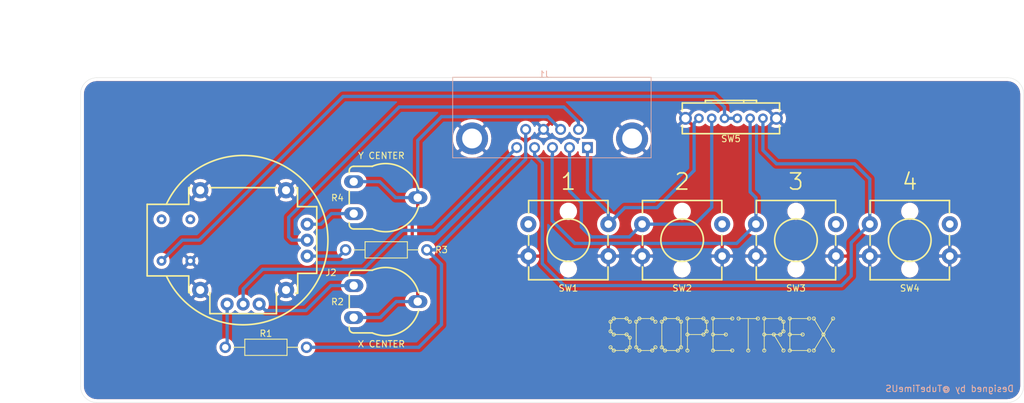
<source format=kicad_pcb>
(kicad_pcb (version 20171130) (host pcbnew "(5.1.0)-1")

  (general
    (thickness 1.6)
    (drawings 133)
    (tracks 97)
    (zones 0)
    (modules 11)
    (nets 15)
  )

  (page A4)
  (title_block
    (title "SCOPETREX Controller")
    (comment 1 "Copyright (C) 2020 Eric Schlaepfer")
    (comment 2 "License. See https://creativecommons.org/licenses/by-sa/4.0/")
    (comment 3 "This work is licensed under a Creative Commons Attribution-ShareAlike 4.0 International")
  )

  (layers
    (0 F.Cu signal)
    (31 B.Cu signal)
    (32 B.Adhes user)
    (33 F.Adhes user)
    (34 B.Paste user)
    (35 F.Paste user)
    (36 B.SilkS user)
    (37 F.SilkS user)
    (38 B.Mask user)
    (39 F.Mask user)
    (40 Dwgs.User user)
    (41 Cmts.User user)
    (42 Eco1.User user)
    (43 Eco2.User user)
    (44 Edge.Cuts user)
    (45 Margin user)
    (46 B.CrtYd user)
    (47 F.CrtYd user)
    (48 B.Fab user)
    (49 F.Fab user)
  )

  (setup
    (last_trace_width 0.25)
    (user_trace_width 0.508)
    (trace_clearance 0.2)
    (zone_clearance 0.508)
    (zone_45_only no)
    (trace_min 0.2)
    (via_size 0.8)
    (via_drill 0.4)
    (via_min_size 0.4)
    (via_min_drill 0.3)
    (uvia_size 0.3)
    (uvia_drill 0.1)
    (uvias_allowed no)
    (uvia_min_size 0.2)
    (uvia_min_drill 0.1)
    (edge_width 0.05)
    (segment_width 0.2)
    (pcb_text_width 0.3)
    (pcb_text_size 1.5 1.5)
    (mod_edge_width 0.12)
    (mod_text_size 1 1)
    (mod_text_width 0.15)
    (pad_size 1.524 1.524)
    (pad_drill 0.762)
    (pad_to_mask_clearance 0.051)
    (solder_mask_min_width 0.25)
    (aux_axis_origin 0 0)
    (visible_elements 7FFFFFFF)
    (pcbplotparams
      (layerselection 0x010f0_ffffffff)
      (usegerberextensions false)
      (usegerberattributes false)
      (usegerberadvancedattributes false)
      (creategerberjobfile false)
      (excludeedgelayer true)
      (linewidth 0.100000)
      (plotframeref false)
      (viasonmask false)
      (mode 1)
      (useauxorigin false)
      (hpglpennumber 1)
      (hpglpenspeed 20)
      (hpglpendiameter 15.000000)
      (psnegative false)
      (psa4output false)
      (plotreference true)
      (plotvalue false)
      (plotinvisibletext false)
      (padsonsilk false)
      (subtractmaskfromsilk false)
      (outputformat 1)
      (mirror false)
      (drillshape 0)
      (scaleselection 1)
      (outputdirectory "fab"))
  )

  (net 0 "")
  (net 1 -5VA)
  (net 2 GND)
  (net 3 +5VA)
  (net 4 /Y)
  (net 5 "Net-(J1-Pad1)")
  (net 6 "Net-(J1-Pad2)")
  (net 7 "Net-(J1-Pad3)")
  (net 8 "Net-(J1-Pad4)")
  (net 9 /X)
  (net 10 "Net-(J2-Pad1)")
  (net 11 "Net-(J2-Pad3)")
  (net 12 "Net-(J2-Pad4)")
  (net 13 "Net-(J2-Pad6)")
  (net 14 "Net-(J2-Pad8)")

  (net_class Default "This is the default net class."
    (clearance 0.2)
    (trace_width 0.25)
    (via_dia 0.8)
    (via_drill 0.4)
    (uvia_dia 0.3)
    (uvia_drill 0.1)
    (add_net +5VA)
    (add_net -5VA)
    (add_net /X)
    (add_net /Y)
    (add_net GND)
    (add_net "Net-(J1-Pad1)")
    (add_net "Net-(J1-Pad2)")
    (add_net "Net-(J1-Pad3)")
    (add_net "Net-(J1-Pad4)")
    (add_net "Net-(J2-Pad1)")
    (add_net "Net-(J2-Pad3)")
    (add_net "Net-(J2-Pad4)")
    (add_net "Net-(J2-Pad6)")
    (add_net "Net-(J2-Pad8)")
  )

  (module Switch:JOYSTICK_COM-09032 (layer F.Cu) (tedit 5EB3500F) (tstamp 5EA66316)
    (at 76.2 101.6)
    (path /5EA53D79)
    (fp_text reference J2 (at 13.716 5.08) (layer F.SilkS)
      (effects (font (size 1 1) (thickness 0.15)))
    )
    (fp_text value JOYSTICK_COM-09032 (at 0 -0.5) (layer F.Fab)
      (effects (font (size 1 1) (thickness 0.15)))
    )
    (fp_line (start 8.5 -8.2) (end 8.2 -8.2) (layer F.SilkS) (width 0.254))
    (fp_line (start -8.5 -8.2) (end -8.2 -8.2) (layer F.SilkS) (width 0.254))
    (fp_arc (start 0 0) (end -12 5.6) (angle -309.966213) (layer F.SilkS) (width 0.254))
    (fp_line (start -5.2 11.5) (end -5.2 8.2) (layer F.SilkS) (width 0.254))
    (fp_line (start -8.2 8.2) (end -8.5 8.2) (layer F.SilkS) (width 0.254))
    (fp_line (start 5.2 8.2) (end 5.2 11.5) (layer F.SilkS) (width 0.254))
    (fp_line (start 5.2 11.5) (end -5.2 11.5) (layer F.SilkS) (width 0.254))
    (fp_line (start 8.2 8.3) (end 8.525 8.3) (layer F.SilkS) (width 0.254))
    (fp_line (start -15 5.6) (end -15 -5.6) (layer F.SilkS) (width 0.254))
    (fp_line (start -8.5 5.6) (end -15 5.6) (layer F.SilkS) (width 0.254))
    (fp_line (start -8.5 8.2) (end -8.5 5.6) (layer F.SilkS) (width 0.254))
    (fp_line (start 8.525 5.2) (end 8.525 8.3) (layer F.SilkS) (width 0.254))
    (fp_line (start 11.5 5.2) (end 8.525 5.2) (layer F.SilkS) (width 0.254))
    (fp_line (start 11.5 -5.23) (end 11.5 5.2) (layer F.SilkS) (width 0.254))
    (fp_line (start 8.5 -5.23) (end 11.5 -5.23) (layer F.SilkS) (width 0.254))
    (fp_line (start 8.5 -8.2) (end 8.5 -5.23) (layer F.SilkS) (width 0.254))
    (fp_line (start -5.2 -8.2) (end 5.2 -8.2) (layer F.SilkS) (width 0.254))
    (fp_line (start -8.5 -5.6) (end -8.5 -8.2) (layer F.SilkS) (width 0.254))
    (fp_line (start -15 -5.6) (end -8.5 -5.6) (layer F.SilkS) (width 0.254))
    (fp_circle (center 0 0) (end 13 0) (layer F.Fab) (width 0.12))
    (fp_line (start 11.25 -5) (end 8.25 -5) (layer F.Fab) (width 0.12))
    (fp_line (start 11.25 5) (end 8.25 5) (layer F.Fab) (width 0.12))
    (fp_line (start 11.25 5) (end 11.25 -5) (layer F.Fab) (width 0.12))
    (fp_line (start 5 11.25) (end 5 8) (layer F.Fab) (width 0.12))
    (fp_line (start -5 11.25) (end -5 8) (layer F.Fab) (width 0.12))
    (fp_line (start -5 11.25) (end 5 11.25) (layer F.Fab) (width 0.12))
    (fp_line (start 8.25 -8) (end -8.25 -8) (layer F.Fab) (width 0.12))
    (fp_line (start 8.25 8) (end 8.25 -8) (layer F.Fab) (width 0.12))
    (fp_line (start -8.25 8) (end 8.25 8) (layer F.Fab) (width 0.12))
    (fp_line (start -8.25 5.4) (end -8.25 8) (layer F.Fab) (width 0.12))
    (fp_line (start -8.25 -5.4) (end -8.25 -8) (layer F.Fab) (width 0.12))
    (fp_line (start -14.75 5.4) (end -8.25 5.4) (layer F.Fab) (width 0.12))
    (fp_line (start -14.75 -5.4) (end -8.25 -5.4) (layer F.Fab) (width 0.12))
    (fp_line (start -14.75 -5.4) (end -14.75 5.4) (layer F.Fab) (width 0.12))
    (pad 8 thru_hole circle (at -12.75 3.25) (size 1.524 1.524) (drill 0.7112) (layers *.Cu *.Mask)
      (net 14 "Net-(J2-Pad8)"))
    (pad 7 thru_hole circle (at -12.75 -3.25) (size 1.524 1.524) (drill 0.7112) (layers *.Cu *.Mask))
    (pad 10 thru_hole circle (at -8.25 3.25) (size 1.524 1.524) (drill 0.7112) (layers *.Cu *.Mask)
      (net 2 GND))
    (pad 9 thru_hole circle (at -8.25 -3.25) (size 1.524 1.524) (drill 0.7112) (layers *.Cu *.Mask))
    (pad MH thru_hole circle (at -6.7 -7.8) (size 2.54 2.54) (drill 1.27) (layers *.Cu *.Mask)
      (net 2 GND))
    (pad MH thru_hole circle (at -6.7 7.8) (size 2.54 2.54) (drill 1.27) (layers *.Cu *.Mask)
      (net 2 GND))
    (pad MH thru_hole circle (at 6.7 -7.8) (size 2.54 2.54) (drill 1.27) (layers *.Cu *.Mask)
      (net 2 GND))
    (pad MH thru_hole circle (at 6.7 7.8) (size 2.54 2.54) (drill 1.27) (layers *.Cu *.Mask)
      (net 2 GND))
    (pad 6 thru_hole circle (at 10 2.5) (size 2.032 2.032) (drill 1.016) (layers *.Cu *.Mask)
      (net 13 "Net-(J2-Pad6)"))
    (pad 5 thru_hole circle (at 10 0) (size 2.032 2.032) (drill 1.016) (layers *.Cu *.Mask)
      (net 4 /Y))
    (pad 4 thru_hole circle (at 10 -2.4892) (size 2.032 2.032) (drill 1.016) (layers *.Cu *.Mask)
      (net 12 "Net-(J2-Pad4)"))
    (pad 3 thru_hole circle (at 2.5 10) (size 2.032 2.032) (drill 1.016) (layers *.Cu *.Mask)
      (net 11 "Net-(J2-Pad3)"))
    (pad 2 thru_hole circle (at 0 10) (size 2.032 2.032) (drill 1.016) (layers *.Cu *.Mask)
      (net 9 /X))
    (pad 1 thru_hole circle (at -2.5 10) (size 2.032 2.032) (drill 1.016) (layers *.Cu *.Mask)
      (net 10 "Net-(J2-Pad1)"))
    (model ${KIPRJMOD}/3d/9032.STEP
      (offset (xyz 7.8994 -7.9248 0.254))
      (scale (xyz 1 1 1))
      (rotate (xyz 0 0 -90))
    )
  )

  (module Passive:PIHER_PT10_V10 (layer F.Cu) (tedit 5EA61438) (tstamp 5EA6633D)
    (at 93.472 108.712)
    (path /5EA56D3D)
    (fp_text reference R2 (at -2.54 2.54) (layer F.SilkS)
      (effects (font (size 1 1) (thickness 0.15)))
    )
    (fp_text value 10K (at 2.5 8.5) (layer F.Fab)
      (effects (font (size 1 1) (thickness 0.15)))
    )
    (fp_line (start 12 -3) (end -2 -3) (layer F.CrtYd) (width 0.12))
    (fp_line (start 12 8) (end 12 -3) (layer F.CrtYd) (width 0.12))
    (fp_line (start -2 8) (end 12 8) (layer F.CrtYd) (width 0.12))
    (fp_line (start -2 -3) (end -2 8) (layer F.CrtYd) (width 0.12))
    (fp_arc (start 4.999999 2.499999) (end 2.9 -2.4) (angle 98.4) (layer F.SilkS) (width 0.254))
    (fp_arc (start 5 2.5) (end 2.900001 7.399999) (angle -98.4) (layer F.SilkS) (width 0.254))
    (fp_line (start 2.9 7.4) (end 0 7.4) (layer F.SilkS) (width 0.254))
    (fp_line (start 0 -2.4) (end 2.9 -2.4) (layer F.SilkS) (width 0.254))
    (fp_line (start -0.7 6.7) (end -0.7 6.4) (layer F.SilkS) (width 0.254))
    (fp_arc (start 0 6.7) (end -0.7 6.7) (angle -90) (layer F.SilkS) (width 0.254))
    (fp_arc (start 0 -1.7) (end 0 -2.4) (angle -90) (layer F.SilkS) (width 0.254))
    (fp_line (start -0.7 -1.4) (end -0.7 -1.7) (layer F.SilkS) (width 0.254))
    (fp_arc (start 5 2.5) (end 2.900001 7.199999) (angle -228.1509965) (layer Dwgs.User) (width 0.12))
    (fp_arc (start 0 6.7) (end -0.5 6.7) (angle -90) (layer Dwgs.User) (width 0.12))
    (fp_arc (start 0 -1.7) (end 0 -2.2) (angle -90) (layer Dwgs.User) (width 0.12))
    (fp_line (start 2.9 7.2) (end 0 7.2) (layer Dwgs.User) (width 0.12))
    (fp_line (start -0.5 6.7) (end -0.5 -1.7) (layer Dwgs.User) (width 0.12))
    (fp_line (start 2.9 -2.2) (end 0 -2.2) (layer Dwgs.User) (width 0.12))
    (fp_circle (center 5 2.5) (end 7 2.5) (layer Dwgs.User) (width 0.12))
    (fp_line (start -0.7 1.5) (end -0.7 3.5) (layer F.SilkS) (width 0.254))
    (pad 3 thru_hole oval (at 0 5) (size 3 2) (drill 1.3) (layers *.Cu *.Mask)
      (net 3 +5VA))
    (pad 2 thru_hole oval (at 10 2.5) (size 3 2) (drill 1.3) (layers *.Cu *.Mask)
      (net 3 +5VA))
    (pad 1 thru_hole oval (at 0 0) (size 3 2) (drill 1.3) (layers *.Cu *.Mask)
      (net 11 "Net-(J2-Pad3)"))
    (model "C:/Program Files/KiCad4/share/kicad/modules/packages3d/Potentiometers.3dshapes/Potentiometer_Trimmer_Piher_PT-10v10_Horizontal_Px10.0mm_Py5.0mm.wrl"
      (offset (xyz 0 -5 0))
      (scale (xyz 0.3937 0.3937 0.3937))
      (rotate (xyz 0 0 0))
    )
  )

  (module Passive:PIHER_PT10_V10 (layer F.Cu) (tedit 5EA61438) (tstamp 5EA66364)
    (at 93.472 92.456)
    (path /5EA5A3DD)
    (fp_text reference R4 (at -2.54 2.54) (layer F.SilkS)
      (effects (font (size 1 1) (thickness 0.15)))
    )
    (fp_text value 10K (at 2.5 8.5) (layer F.Fab)
      (effects (font (size 1 1) (thickness 0.15)))
    )
    (fp_line (start 12 -3) (end -2 -3) (layer F.CrtYd) (width 0.12))
    (fp_line (start 12 8) (end 12 -3) (layer F.CrtYd) (width 0.12))
    (fp_line (start -2 8) (end 12 8) (layer F.CrtYd) (width 0.12))
    (fp_line (start -2 -3) (end -2 8) (layer F.CrtYd) (width 0.12))
    (fp_arc (start 4.999999 2.499999) (end 2.9 -2.4) (angle 98.4) (layer F.SilkS) (width 0.254))
    (fp_arc (start 5 2.5) (end 2.900001 7.399999) (angle -98.4) (layer F.SilkS) (width 0.254))
    (fp_line (start 2.9 7.4) (end 0 7.4) (layer F.SilkS) (width 0.254))
    (fp_line (start 0 -2.4) (end 2.9 -2.4) (layer F.SilkS) (width 0.254))
    (fp_line (start -0.7 6.7) (end -0.7 6.4) (layer F.SilkS) (width 0.254))
    (fp_arc (start 0 6.7) (end -0.7 6.7) (angle -90) (layer F.SilkS) (width 0.254))
    (fp_arc (start 0 -1.7) (end 0 -2.4) (angle -90) (layer F.SilkS) (width 0.254))
    (fp_line (start -0.7 -1.4) (end -0.7 -1.7) (layer F.SilkS) (width 0.254))
    (fp_arc (start 5 2.5) (end 2.900001 7.199999) (angle -228.1509965) (layer Dwgs.User) (width 0.12))
    (fp_arc (start 0 6.7) (end -0.5 6.7) (angle -90) (layer Dwgs.User) (width 0.12))
    (fp_arc (start 0 -1.7) (end 0 -2.2) (angle -90) (layer Dwgs.User) (width 0.12))
    (fp_line (start 2.9 7.2) (end 0 7.2) (layer Dwgs.User) (width 0.12))
    (fp_line (start -0.5 6.7) (end -0.5 -1.7) (layer Dwgs.User) (width 0.12))
    (fp_line (start 2.9 -2.2) (end 0 -2.2) (layer Dwgs.User) (width 0.12))
    (fp_circle (center 5 2.5) (end 7 2.5) (layer Dwgs.User) (width 0.12))
    (fp_line (start -0.7 1.5) (end -0.7 3.5) (layer F.SilkS) (width 0.254))
    (pad 3 thru_hole oval (at 0 5) (size 3 2) (drill 1.3) (layers *.Cu *.Mask)
      (net 12 "Net-(J2-Pad4)"))
    (pad 2 thru_hole oval (at 10 2.5) (size 3 2) (drill 1.3) (layers *.Cu *.Mask)
      (net 3 +5VA))
    (pad 1 thru_hole oval (at 0 0) (size 3 2) (drill 1.3) (layers *.Cu *.Mask)
      (net 3 +5VA))
    (model "C:/Program Files/KiCad4/share/kicad/modules/packages3d/Potentiometers.3dshapes/Potentiometer_Trimmer_Piher_PT-10v10_Horizontal_Px10.0mm_Py5.0mm.wrl"
      (offset (xyz 0 -5 0))
      (scale (xyz 0.3937 0.3937 0.3937))
      (rotate (xyz 0 0 0))
    )
  )

  (module Switch:ALPS_SKHC (layer F.Cu) (tedit 5EA6136B) (tstamp 5EA6637F)
    (at 127 101.6)
    (path /5EA611D2)
    (fp_text reference SW1 (at 0 7.532) (layer F.SilkS)
      (effects (font (size 1 1) (thickness 0.15)))
    )
    (fp_text value SW_TACT (at 0 -0.5) (layer F.Fab)
      (effects (font (size 1 1) (thickness 0.15)))
    )
    (fp_line (start 8 -6.5) (end -8 -6.5) (layer F.CrtYd) (width 0.12))
    (fp_line (start 8 6.5) (end 8 -6.5) (layer F.CrtYd) (width 0.12))
    (fp_line (start -8 6.5) (end 8 6.5) (layer F.CrtYd) (width 0.12))
    (fp_line (start -8 -6.5) (end -8 6.5) (layer F.CrtYd) (width 0.12))
    (fp_circle (center 0 0) (end 2.8 -1.8) (layer F.SilkS) (width 0.254))
    (fp_line (start 6.2 0.8) (end 6.2 -0.8) (layer F.SilkS) (width 0.254))
    (fp_line (start -6.2 0.8) (end -6.2 -0.8) (layer F.SilkS) (width 0.254))
    (fp_line (start -6.2 6.2) (end -6.2 4.2) (layer F.SilkS) (width 0.254))
    (fp_line (start 6.2 6.2) (end -6.2 6.2) (layer F.SilkS) (width 0.254))
    (fp_line (start 6.2 4.2) (end 6.2 6.2) (layer F.SilkS) (width 0.254))
    (fp_line (start 6.2 -6.2) (end 6.2 -4.2) (layer F.SilkS) (width 0.254))
    (fp_line (start -6.2 -6.2) (end 6.2 -6.2) (layer F.SilkS) (width 0.254))
    (fp_line (start -6.2 -4.2) (end -6.2 -6.2) (layer F.SilkS) (width 0.254))
    (fp_line (start -6 6) (end -6 -6) (layer F.Fab) (width 0.12))
    (fp_line (start 6 6) (end -6 6) (layer F.Fab) (width 0.12))
    (fp_line (start 6 -6) (end 6 6) (layer F.Fab) (width 0.12))
    (fp_line (start -6 -6) (end 6 -6) (layer F.Fab) (width 0.12))
    (pad "" np_thru_hole circle (at 0 4.5) (size 1.7 1.7) (drill 1.7) (layers *.Cu *.Mask))
    (pad "" np_thru_hole circle (at 0 -4.5) (size 1.7 1.7) (drill 1.7) (layers *.Cu *.Mask))
    (pad 4 thru_hole oval (at 6.25 2.5) (size 2.5 2.5) (drill 1.2) (layers *.Cu *.Mask)
      (net 2 GND))
    (pad 3 thru_hole oval (at -6.25 2.5) (size 2.5 2.5) (drill 1.2) (layers *.Cu *.Mask)
      (net 2 GND))
    (pad 2 thru_hole oval (at 6.25 -2.5) (size 2.5 2.5) (drill 1.2) (layers *.Cu *.Mask)
      (net 5 "Net-(J1-Pad1)"))
    (pad 1 thru_hole oval (at -6.25 -2.5) (size 2.5 2.5) (drill 1.2) (layers *.Cu *.Mask))
    (model :3d:SKHCBK.STEP
      (at (xyz 0 0 0))
      (scale (xyz 1 1 1))
      (rotate (xyz 0 0 0))
    )
  )

  (module Switch:ALPS_SKHC (layer F.Cu) (tedit 5EA6136B) (tstamp 5EA6639A)
    (at 144.78 101.6)
    (path /5EA748A7)
    (fp_text reference SW2 (at 0 7.532) (layer F.SilkS)
      (effects (font (size 1 1) (thickness 0.15)))
    )
    (fp_text value SW_TACT (at 0 -0.5) (layer F.Fab)
      (effects (font (size 1 1) (thickness 0.15)))
    )
    (fp_line (start 8 -6.5) (end -8 -6.5) (layer F.CrtYd) (width 0.12))
    (fp_line (start 8 6.5) (end 8 -6.5) (layer F.CrtYd) (width 0.12))
    (fp_line (start -8 6.5) (end 8 6.5) (layer F.CrtYd) (width 0.12))
    (fp_line (start -8 -6.5) (end -8 6.5) (layer F.CrtYd) (width 0.12))
    (fp_circle (center 0 0) (end 2.8 -1.8) (layer F.SilkS) (width 0.254))
    (fp_line (start 6.2 0.8) (end 6.2 -0.8) (layer F.SilkS) (width 0.254))
    (fp_line (start -6.2 0.8) (end -6.2 -0.8) (layer F.SilkS) (width 0.254))
    (fp_line (start -6.2 6.2) (end -6.2 4.2) (layer F.SilkS) (width 0.254))
    (fp_line (start 6.2 6.2) (end -6.2 6.2) (layer F.SilkS) (width 0.254))
    (fp_line (start 6.2 4.2) (end 6.2 6.2) (layer F.SilkS) (width 0.254))
    (fp_line (start 6.2 -6.2) (end 6.2 -4.2) (layer F.SilkS) (width 0.254))
    (fp_line (start -6.2 -6.2) (end 6.2 -6.2) (layer F.SilkS) (width 0.254))
    (fp_line (start -6.2 -4.2) (end -6.2 -6.2) (layer F.SilkS) (width 0.254))
    (fp_line (start -6 6) (end -6 -6) (layer F.Fab) (width 0.12))
    (fp_line (start 6 6) (end -6 6) (layer F.Fab) (width 0.12))
    (fp_line (start 6 -6) (end 6 6) (layer F.Fab) (width 0.12))
    (fp_line (start -6 -6) (end 6 -6) (layer F.Fab) (width 0.12))
    (pad "" np_thru_hole circle (at 0 4.5) (size 1.7 1.7) (drill 1.7) (layers *.Cu *.Mask))
    (pad "" np_thru_hole circle (at 0 -4.5) (size 1.7 1.7) (drill 1.7) (layers *.Cu *.Mask))
    (pad 4 thru_hole oval (at 6.25 2.5) (size 2.5 2.5) (drill 1.2) (layers *.Cu *.Mask)
      (net 2 GND))
    (pad 3 thru_hole oval (at -6.25 2.5) (size 2.5 2.5) (drill 1.2) (layers *.Cu *.Mask)
      (net 2 GND))
    (pad 2 thru_hole oval (at 6.25 -2.5) (size 2.5 2.5) (drill 1.2) (layers *.Cu *.Mask))
    (pad 1 thru_hole oval (at -6.25 -2.5) (size 2.5 2.5) (drill 1.2) (layers *.Cu *.Mask)
      (net 6 "Net-(J1-Pad2)"))
    (model :3d:SKHCBK.STEP
      (at (xyz 0 0 0))
      (scale (xyz 1 1 1))
      (rotate (xyz 0 0 0))
    )
  )

  (module Switch:ALPS_SKHC (layer F.Cu) (tedit 5EA6136B) (tstamp 5EA66A90)
    (at 162.56 101.6)
    (path /5EA74C3A)
    (fp_text reference SW3 (at 0 7.532) (layer F.SilkS)
      (effects (font (size 1 1) (thickness 0.15)))
    )
    (fp_text value SW_TACT (at 0 -0.5) (layer F.Fab)
      (effects (font (size 1 1) (thickness 0.15)))
    )
    (fp_line (start 8 -6.5) (end -8 -6.5) (layer F.CrtYd) (width 0.12))
    (fp_line (start 8 6.5) (end 8 -6.5) (layer F.CrtYd) (width 0.12))
    (fp_line (start -8 6.5) (end 8 6.5) (layer F.CrtYd) (width 0.12))
    (fp_line (start -8 -6.5) (end -8 6.5) (layer F.CrtYd) (width 0.12))
    (fp_circle (center 0 0) (end 2.8 -1.8) (layer F.SilkS) (width 0.254))
    (fp_line (start 6.2 0.8) (end 6.2 -0.8) (layer F.SilkS) (width 0.254))
    (fp_line (start -6.2 0.8) (end -6.2 -0.8) (layer F.SilkS) (width 0.254))
    (fp_line (start -6.2 6.2) (end -6.2 4.2) (layer F.SilkS) (width 0.254))
    (fp_line (start 6.2 6.2) (end -6.2 6.2) (layer F.SilkS) (width 0.254))
    (fp_line (start 6.2 4.2) (end 6.2 6.2) (layer F.SilkS) (width 0.254))
    (fp_line (start 6.2 -6.2) (end 6.2 -4.2) (layer F.SilkS) (width 0.254))
    (fp_line (start -6.2 -6.2) (end 6.2 -6.2) (layer F.SilkS) (width 0.254))
    (fp_line (start -6.2 -4.2) (end -6.2 -6.2) (layer F.SilkS) (width 0.254))
    (fp_line (start -6 6) (end -6 -6) (layer F.Fab) (width 0.12))
    (fp_line (start 6 6) (end -6 6) (layer F.Fab) (width 0.12))
    (fp_line (start 6 -6) (end 6 6) (layer F.Fab) (width 0.12))
    (fp_line (start -6 -6) (end 6 -6) (layer F.Fab) (width 0.12))
    (pad "" np_thru_hole circle (at 0 4.5) (size 1.7 1.7) (drill 1.7) (layers *.Cu *.Mask))
    (pad "" np_thru_hole circle (at 0 -4.5) (size 1.7 1.7) (drill 1.7) (layers *.Cu *.Mask))
    (pad 4 thru_hole oval (at 6.25 2.5) (size 2.5 2.5) (drill 1.2) (layers *.Cu *.Mask)
      (net 2 GND))
    (pad 3 thru_hole oval (at -6.25 2.5) (size 2.5 2.5) (drill 1.2) (layers *.Cu *.Mask)
      (net 2 GND))
    (pad 2 thru_hole oval (at 6.25 -2.5) (size 2.5 2.5) (drill 1.2) (layers *.Cu *.Mask))
    (pad 1 thru_hole oval (at -6.25 -2.5) (size 2.5 2.5) (drill 1.2) (layers *.Cu *.Mask)
      (net 7 "Net-(J1-Pad3)"))
    (model :3d:SKHCBK.STEP
      (at (xyz 0 0 0))
      (scale (xyz 1 1 1))
      (rotate (xyz 0 0 0))
    )
  )

  (module Switch:ALPS_SKHC (layer F.Cu) (tedit 5EA6136B) (tstamp 5EA663D0)
    (at 180.34 101.6)
    (path /5EA750A5)
    (fp_text reference SW4 (at 0 7.532) (layer F.SilkS)
      (effects (font (size 1 1) (thickness 0.15)))
    )
    (fp_text value SW_TACT (at 0 -0.5) (layer F.Fab)
      (effects (font (size 1 1) (thickness 0.15)))
    )
    (fp_line (start 8 -6.5) (end -8 -6.5) (layer F.CrtYd) (width 0.12))
    (fp_line (start 8 6.5) (end 8 -6.5) (layer F.CrtYd) (width 0.12))
    (fp_line (start -8 6.5) (end 8 6.5) (layer F.CrtYd) (width 0.12))
    (fp_line (start -8 -6.5) (end -8 6.5) (layer F.CrtYd) (width 0.12))
    (fp_circle (center 0 0) (end 2.8 -1.8) (layer F.SilkS) (width 0.254))
    (fp_line (start 6.2 0.8) (end 6.2 -0.8) (layer F.SilkS) (width 0.254))
    (fp_line (start -6.2 0.8) (end -6.2 -0.8) (layer F.SilkS) (width 0.254))
    (fp_line (start -6.2 6.2) (end -6.2 4.2) (layer F.SilkS) (width 0.254))
    (fp_line (start 6.2 6.2) (end -6.2 6.2) (layer F.SilkS) (width 0.254))
    (fp_line (start 6.2 4.2) (end 6.2 6.2) (layer F.SilkS) (width 0.254))
    (fp_line (start 6.2 -6.2) (end 6.2 -4.2) (layer F.SilkS) (width 0.254))
    (fp_line (start -6.2 -6.2) (end 6.2 -6.2) (layer F.SilkS) (width 0.254))
    (fp_line (start -6.2 -4.2) (end -6.2 -6.2) (layer F.SilkS) (width 0.254))
    (fp_line (start -6 6) (end -6 -6) (layer F.Fab) (width 0.12))
    (fp_line (start 6 6) (end -6 6) (layer F.Fab) (width 0.12))
    (fp_line (start 6 -6) (end 6 6) (layer F.Fab) (width 0.12))
    (fp_line (start -6 -6) (end 6 -6) (layer F.Fab) (width 0.12))
    (pad "" np_thru_hole circle (at 0 4.5) (size 1.7 1.7) (drill 1.7) (layers *.Cu *.Mask))
    (pad "" np_thru_hole circle (at 0 -4.5) (size 1.7 1.7) (drill 1.7) (layers *.Cu *.Mask))
    (pad 4 thru_hole oval (at 6.25 2.5) (size 2.5 2.5) (drill 1.2) (layers *.Cu *.Mask)
      (net 2 GND))
    (pad 3 thru_hole oval (at -6.25 2.5) (size 2.5 2.5) (drill 1.2) (layers *.Cu *.Mask)
      (net 2 GND))
    (pad 2 thru_hole oval (at 6.25 -2.5) (size 2.5 2.5) (drill 1.2) (layers *.Cu *.Mask))
    (pad 1 thru_hole oval (at -6.25 -2.5) (size 2.5 2.5) (drill 1.2) (layers *.Cu *.Mask)
      (net 8 "Net-(J1-Pad4)"))
    (model :3d:SKHCBK.STEP
      (at (xyz 0 0 0))
      (scale (xyz 1 1 1))
      (rotate (xyz 0 0 0))
    )
  )

  (module Conn:DB9FC2 (layer B.Cu) (tedit 5EA610F5) (tstamp 5EA662E3)
    (at 118.9355 87.122 180)
    (descr "DB9 Right Angle Female (Kycon K22X-E9S)")
    (tags "CONN DB9")
    (path /5EA4CB34)
    (fp_text reference J1 (at -4.32 11.43 180) (layer B.SilkS)
      (effects (font (size 1 1) (thickness 0.15)) (justify mirror))
    )
    (fp_text value "TO VECTREX" (at -4.32 5.08 180) (layer B.Fab)
      (effects (font (size 1 1) (thickness 0.15)) (justify mirror))
    )
    (fp_line (start -5.525 10.92) (end -5.525 8.9) (layer B.Fab) (width 0.12))
    (fp_line (start 9.9 -1.5) (end -20.9 -1.5) (layer B.CrtYd) (width 0.05))
    (fp_line (start 9.9 -1.5) (end 9.9 10.9) (layer B.CrtYd) (width 0.05))
    (fp_line (start -20.9 10.9) (end -20.9 -1.5) (layer B.CrtYd) (width 0.05))
    (fp_line (start -20.9 10.9) (end 9.9 10.9) (layer B.CrtYd) (width 0.05))
    (fp_line (start 2.87 17.02) (end 2.87 11) (layer B.Fab) (width 0.1))
    (fp_line (start -13.92 17.02) (end 2.87 17.02) (layer B.Fab) (width 0.1))
    (fp_line (start -13.92 11) (end -13.92 17.02) (layer B.Fab) (width 0.1))
    (fp_line (start -20.93 10.92) (end -20.93 -1.48) (layer B.Fab) (width 0.1))
    (fp_line (start 9.88 10.92) (end -20.93 10.92) (layer B.Fab) (width 0.1))
    (fp_line (start 9.88 -1.48) (end 9.88 10.92) (layer B.Fab) (width 0.1))
    (fp_line (start -20.93 -1.48) (end 9.88 -1.48) (layer B.Fab) (width 0.1))
    (fp_line (start 10 -1.6) (end -21 -1.6) (layer B.SilkS) (width 0.12))
    (fp_line (start 10 11) (end 10 -1.6) (layer B.SilkS) (width 0.12))
    (fp_line (start -21 11) (end 10 11) (layer B.SilkS) (width 0.12))
    (fp_line (start -21 -1.6) (end -21 11) (layer B.SilkS) (width 0.12))
    (pad 9 thru_hole circle (at -1.4 2.84 180) (size 1.7 1.7) (drill 1.02) (layers *.Cu *.Mask)
      (net 1 -5VA))
    (pad 8 thru_hole circle (at -4.19 2.84 180) (size 1.7 1.7) (drill 1.02) (layers *.Cu *.Mask)
      (net 2 GND))
    (pad 7 thru_hole circle (at -6.86 2.84 180) (size 1.7 1.7) (drill 1.02) (layers *.Cu *.Mask)
      (net 3 +5VA))
    (pad 6 thru_hole circle (at -9.65 2.84 180) (size 1.7 1.7) (drill 1.02) (layers *.Cu *.Mask)
      (net 4 /Y))
    (pad 1 thru_hole rect (at -11.05 0 180) (size 1.7 1.7) (drill 1.02) (layers *.Cu *.Mask)
      (net 5 "Net-(J1-Pad1)"))
    (pad 2 thru_hole circle (at -8.25 0 180) (size 1.7 1.7) (drill 1.02) (layers *.Cu *.Mask)
      (net 6 "Net-(J1-Pad2)"))
    (pad 3 thru_hole circle (at -5.59 0 180) (size 1.7 1.7) (drill 1.02) (layers *.Cu *.Mask)
      (net 7 "Net-(J1-Pad3)"))
    (pad 4 thru_hole circle (at -2.79 0 180) (size 1.7 1.7) (drill 1.02) (layers *.Cu *.Mask)
      (net 8 "Net-(J1-Pad4)"))
    (pad 5 thru_hole circle (at 0 0 180) (size 1.7 1.7) (drill 1.02) (layers *.Cu *.Mask)
      (net 9 /X))
    (pad MP thru_hole circle (at -18.025 1.42 180) (size 5 5) (drill 3.1) (layers *.Cu *.Mask)
      (net 2 GND))
    (pad MP thru_hole circle (at 6.975 1.42 180) (size 5 5) (drill 3.1) (layers *.Cu *.Mask)
      (net 2 GND))
    (model ":3d:K22X(HT)-E9P-N_rA2(rA3).STEP"
      (offset (xyz -5.55 10.5 7))
      (scale (xyz 1 1 1))
      (rotate (xyz -90 0 180))
    )
  )

  (module Passive:RESA500 (layer F.Cu) (tedit 5EA4C2FD) (tstamp 5EA66322)
    (at 79.756 118.364 180)
    (path /5EA55821)
    (fp_text reference R1 (at 0 2.159 180) (layer F.SilkS)
      (effects (font (size 1 1) (thickness 0.15)))
    )
    (fp_text value 2.2K (at 0 0 180) (layer F.Fab)
      (effects (font (size 1 1) (thickness 0.15)))
    )
    (fp_line (start 5.08 0) (end 3.302 0) (layer F.SilkS) (width 0.1524))
    (fp_line (start -3.302 0) (end -5.08 0) (layer F.SilkS) (width 0.1524))
    (fp_line (start -3.302 1.27) (end 3.302 1.27) (layer F.SilkS) (width 0.1524))
    (fp_line (start -3.302 -1.27) (end -3.302 1.27) (layer F.SilkS) (width 0.1524))
    (fp_line (start 3.302 -1.27) (end -3.302 -1.27) (layer F.SilkS) (width 0.1524))
    (fp_line (start 3.302 1.27) (end 3.302 -1.27) (layer F.SilkS) (width 0.1524))
    (pad 1 thru_hole circle (at 6.35 0 180) (size 1.778 1.778) (drill 1.016) (layers *.Cu *.Mask)
      (net 10 "Net-(J2-Pad1)"))
    (pad 2 thru_hole circle (at -6.35 0 180) (size 1.778 1.778) (drill 1.016) (layers *.Cu *.Mask)
      (net 1 -5VA))
    (model :3d:RESA600X225X1270.STEP
      (offset (xyz 0 0 1.2))
      (scale (xyz 1 1 1))
      (rotate (xyz -90 0 0))
    )
  )

  (module Passive:RESA500 (layer F.Cu) (tedit 5EA4C2FD) (tstamp 5EA66349)
    (at 98.552 103.124 180)
    (path /5EA5FD92)
    (fp_text reference R3 (at -8.636 0 180) (layer F.SilkS)
      (effects (font (size 1 1) (thickness 0.15)))
    )
    (fp_text value 2.2K (at 0 0 180) (layer F.Fab)
      (effects (font (size 1 1) (thickness 0.15)))
    )
    (fp_line (start 3.302 1.27) (end 3.302 -1.27) (layer F.SilkS) (width 0.1524))
    (fp_line (start 3.302 -1.27) (end -3.302 -1.27) (layer F.SilkS) (width 0.1524))
    (fp_line (start -3.302 -1.27) (end -3.302 1.27) (layer F.SilkS) (width 0.1524))
    (fp_line (start -3.302 1.27) (end 3.302 1.27) (layer F.SilkS) (width 0.1524))
    (fp_line (start -3.302 0) (end -5.08 0) (layer F.SilkS) (width 0.1524))
    (fp_line (start 5.08 0) (end 3.302 0) (layer F.SilkS) (width 0.1524))
    (pad 2 thru_hole circle (at -6.35 0 180) (size 1.778 1.778) (drill 1.016) (layers *.Cu *.Mask)
      (net 1 -5VA))
    (pad 1 thru_hole circle (at 6.35 0 180) (size 1.778 1.778) (drill 1.016) (layers *.Cu *.Mask)
      (net 13 "Net-(J2-Pad6)"))
    (model :3d:RESA600X225X1270.STEP
      (offset (xyz 0 0 1.2))
      (scale (xyz 1 1 1))
      (rotate (xyz -90 0 0))
    )
  )

  (module Switch:CK_SK-14D01-G-6 (layer F.Cu) (tedit 5EA86969) (tstamp 5EA86F25)
    (at 152.4 82.55 180)
    (path /5EC40B65)
    (fp_text reference SW5 (at 0 -3.2 180) (layer F.SilkS)
      (effects (font (size 1 1) (thickness 0.15)))
    )
    (fp_text value TOP_HAT_SEL (at 0 0 180) (layer F.Fab)
      (effects (font (size 1 1) (thickness 0.15)))
    )
    (fp_line (start 7.3 -2.15) (end -7.3 -2.15) (layer F.Fab) (width 0.12))
    (fp_line (start -7.3 -2.15) (end -7.3 2.1) (layer F.Fab) (width 0.12))
    (fp_line (start -7.3 2.15) (end 7.3 2.15) (layer F.Fab) (width 0.12))
    (fp_line (start 7.3 2.15) (end 7.3 -2.15) (layer F.Fab) (width 0.12))
    (fp_line (start -2 2.15) (end -2 8.15) (layer F.Fab) (width 0.12))
    (fp_line (start -2 8.15) (end -4 8.15) (layer F.Fab) (width 0.12))
    (fp_line (start -4 8.15) (end -4 2.15) (layer F.Fab) (width 0.12))
    (fp_line (start -2 8.15) (end 4 8.15) (layer F.Fab) (width 0.12))
    (fp_line (start 4 8.15) (end 4 2.15) (layer F.Fab) (width 0.12))
    (fp_line (start -8.5 -2.5) (end -8.5 2.5) (layer F.CrtYd) (width 0.12))
    (fp_line (start -8.5 2.5) (end -4.5 2.5) (layer F.CrtYd) (width 0.12))
    (fp_line (start -4.5 2.5) (end -4.5 8.5) (layer F.CrtYd) (width 0.12))
    (fp_line (start -4.5 8.5) (end 4.5 8.5) (layer F.CrtYd) (width 0.12))
    (fp_line (start 4.5 8.5) (end 4.5 2.5) (layer F.CrtYd) (width 0.12))
    (fp_line (start 4.5 2.5) (end 8.5 2.5) (layer F.CrtYd) (width 0.12))
    (fp_line (start 8.5 2.5) (end 8.5 -2.5) (layer F.CrtYd) (width 0.12))
    (fp_line (start 8.5 -2.5) (end -8.5 -2.5) (layer F.CrtYd) (width 0.12))
    (fp_line (start -7.6 -1.2) (end -7.6 -2.4) (layer F.SilkS) (width 0.254))
    (fp_line (start -7.6 -2.4) (end 7.6 -2.4) (layer F.SilkS) (width 0.254))
    (fp_line (start 7.6 -2.4) (end 7.6 -1.2) (layer F.SilkS) (width 0.254))
    (fp_line (start -7.6 1.2) (end -7.6 2.4) (layer F.SilkS) (width 0.254))
    (fp_line (start -7.6 2.4) (end 7.6 2.4) (layer F.SilkS) (width 0.254))
    (fp_line (start 7.6 2.4) (end 7.6 1.2) (layer F.SilkS) (width 0.254))
    (fp_line (start -4 2.4) (end -4 2.8) (layer F.SilkS) (width 0.254))
    (fp_line (start -4 2.8) (end 4 2.8) (layer F.SilkS) (width 0.254))
    (fp_line (start 4 2.8) (end 4 2.4) (layer F.SilkS) (width 0.254))
    (fp_line (start -2 2.4) (end -2 2.8) (layer F.SilkS) (width 0.254))
    (pad 3 thru_hole circle (at -1 0 180) (size 1.5 1.5) (drill 0.8) (layers *.Cu *.Mask)
      (net 14 "Net-(J2-Pad8)"))
    (pad 4 thru_hole circle (at 1 0 180) (size 1.5 1.5) (drill 0.8) (layers *.Cu *.Mask)
      (net 14 "Net-(J2-Pad8)"))
    (pad 2 thru_hole circle (at -3 0 180) (size 1.5 1.5) (drill 0.8) (layers *.Cu *.Mask)
      (net 7 "Net-(J1-Pad3)"))
    (pad 1 thru_hole circle (at -5 0 180) (size 1.5 1.5) (drill 0.8) (layers *.Cu *.Mask)
      (net 8 "Net-(J1-Pad4)"))
    (pad 5 thru_hole circle (at 3 0 180) (size 1.5 1.5) (drill 0.8) (layers *.Cu *.Mask)
      (net 6 "Net-(J1-Pad2)"))
    (pad 6 thru_hole circle (at 5 0 180) (size 1.5 1.5) (drill 0.8) (layers *.Cu *.Mask)
      (net 5 "Net-(J1-Pad1)"))
    (pad 7 thru_hole circle (at 7.1 0 180) (size 2 2) (drill 1.25) (layers *.Cu *.Mask)
      (net 2 GND))
    (pad 7 thru_hole circle (at -7.1 0 180) (size 2 2) (drill 1.25) (layers *.Cu *.Mask)
      (net 2 GND))
  )

  (gr_text "Designed by @TubeTimeUS" (at 186.563 124.841) (layer B.SilkS)
    (effects (font (size 1 1) (thickness 0.15)) (justify mirror))
  )
  (gr_circle (center 153.604 113.864) (end 153.854 113.864) (layer F.SilkS) (width 0.12) (tstamp 5EA678E1))
  (gr_circle (center 144.604 114.364) (end 144.854 114.364) (layer F.SilkS) (width 0.12) (tstamp 5EA678E0))
  (gr_circle (center 149.604 113.864) (end 149.854 113.864) (layer F.SilkS) (width 0.12) (tstamp 5EA678DF))
  (gr_circle (center 145.604 113.864) (end 145.854 113.864) (layer F.SilkS) (width 0.12) (tstamp 5EA678DE))
  (gr_circle (center 142.104 113.864) (end 142.354 113.864) (layer F.SilkS) (width 0.12) (tstamp 5EA678DD))
  (gr_circle (center 144.104 113.864) (end 144.354 113.864) (layer F.SilkS) (width 0.12) (tstamp 5EA678DC))
  (gr_circle (center 137.604 118.364) (end 137.854 118.364) (layer F.SilkS) (width 0.12) (tstamp 5EA678DB))
  (gr_circle (center 140.604 118.364) (end 140.854 118.364) (layer F.SilkS) (width 0.12) (tstamp 5EA678DA))
  (gr_circle (center 148.104 116.364) (end 148.354 116.364) (layer F.SilkS) (width 0.12) (tstamp 5EA678D9))
  (gr_circle (center 141.604 114.364) (end 141.854 114.364) (layer F.SilkS) (width 0.12) (tstamp 5EA678D8))
  (gr_circle (center 145.604 118.864) (end 145.854 118.864) (layer F.SilkS) (width 0.12) (tstamp 5EA678D7))
  (gr_circle (center 144.104 118.864) (end 144.354 118.864) (layer F.SilkS) (width 0.12) (tstamp 5EA678D6))
  (gr_circle (center 144.604 118.364) (end 144.854 118.364) (layer F.SilkS) (width 0.12) (tstamp 5EA678D5))
  (gr_circle (center 149.604 116.364) (end 149.854 116.364) (layer F.SilkS) (width 0.12) (tstamp 5EA678D4))
  (gr_circle (center 152.604 113.864) (end 152.854 113.864) (layer F.SilkS) (width 0.12) (tstamp 5EA678D3))
  (gr_circle (center 141.604 118.364) (end 141.854 118.364) (layer F.SilkS) (width 0.12) (tstamp 5EA678D2))
  (gr_circle (center 151.604 116.364) (end 151.854 116.364) (layer F.SilkS) (width 0.12) (tstamp 5EA678D1))
  (gr_circle (center 142.104 118.864) (end 142.354 118.864) (layer F.SilkS) (width 0.12) (tstamp 5EA678D0))
  (gr_circle (center 148.104 113.864) (end 148.354 113.864) (layer F.SilkS) (width 0.12) (tstamp 5EA678CF))
  (gr_circle (center 145.604 116.364) (end 145.854 116.364) (layer F.SilkS) (width 0.12) (tstamp 5EA678CE))
  (gr_circle (center 148.604 115.864) (end 148.854 115.864) (layer F.SilkS) (width 0.12) (tstamp 5EA678CD))
  (gr_circle (center 148.604 114.364) (end 148.854 114.364) (layer F.SilkS) (width 0.12) (tstamp 5EA678CC))
  (gr_circle (center 155.104 118.864) (end 155.354 118.864) (layer F.SilkS) (width 0.12) (tstamp 5EA678CB))
  (gr_line (start 161.604 116.364) (end 163.604 116.364) (layer F.SilkS) (width 0.12) (tstamp 5EA678CA))
  (gr_circle (center 136.104 113.864) (end 136.354 113.864) (layer F.SilkS) (width 0.12) (tstamp 5EA678C9))
  (gr_circle (center 134.104 118.864) (end 134.354 118.864) (layer F.SilkS) (width 0.12) (tstamp 5EA678C8))
  (gr_circle (center 136.104 118.864) (end 136.354 118.864) (layer F.SilkS) (width 0.12) (tstamp 5EA678C7))
  (gr_circle (center 133.604 118.364) (end 133.854 118.364) (layer F.SilkS) (width 0.12) (tstamp 5EA678C6))
  (gr_circle (center 138.104 113.864) (end 138.354 113.864) (layer F.SilkS) (width 0.12) (tstamp 5EA678C5))
  (gr_circle (center 133.604 115.864) (end 133.854 115.864) (layer F.SilkS) (width 0.12) (tstamp 5EA678C4))
  (gr_circle (center 134.104 113.864) (end 134.354 113.864) (layer F.SilkS) (width 0.12) (tstamp 5EA678C3))
  (gr_circle (center 138.104 118.864) (end 138.354 118.864) (layer F.SilkS) (width 0.12) (tstamp 5EA678C2))
  (gr_line (start 161.604 113.864) (end 164.604 113.864) (layer F.SilkS) (width 0.12) (tstamp 5EA678C1))
  (gr_line (start 165.354 113.864) (end 166.854 116.364) (layer F.SilkS) (width 0.12) (tstamp 5EA678C0))
  (gr_line (start 166.854 116.364) (end 168.354 118.864) (layer F.SilkS) (width 0.12) (tstamp 5EA678BF))
  (gr_line (start 165.354 118.864) (end 168.354 113.864) (layer F.SilkS) (width 0.12) (tstamp 5EA678BE))
  (gr_circle (center 136.604 118.364) (end 136.854 118.364) (layer F.SilkS) (width 0.12) (tstamp 5EA678BD))
  (gr_circle (center 136.604 114.364) (end 136.854 114.364) (layer F.SilkS) (width 0.12) (tstamp 5EA678BC))
  (gr_circle (center 134.104 116.364) (end 134.354 116.364) (layer F.SilkS) (width 0.12) (tstamp 5EA678BB))
  (gr_circle (center 133.604 114.364) (end 133.854 114.364) (layer F.SilkS) (width 0.12) (tstamp 5EA678BA))
  (gr_circle (center 137.604 114.364) (end 137.854 114.364) (layer F.SilkS) (width 0.12) (tstamp 5EA678B9))
  (gr_circle (center 140.604 114.364) (end 140.854 114.364) (layer F.SilkS) (width 0.12) (tstamp 5EA678B8))
  (gr_circle (center 140.104 113.864) (end 140.354 113.864) (layer F.SilkS) (width 0.12) (tstamp 5EA678B7))
  (gr_circle (center 140.104 118.864) (end 140.354 118.864) (layer F.SilkS) (width 0.12) (tstamp 5EA678B6))
  (gr_circle (center 136.104 116.364) (end 136.354 116.364) (layer F.SilkS) (width 0.12) (tstamp 5EA678B5))
  (gr_circle (center 136.604 116.864) (end 136.854 116.864) (layer F.SilkS) (width 0.12) (tstamp 5EA678B4))
  (gr_line (start 136.604 114.364) (end 136.104 113.864) (layer F.SilkS) (width 0.12) (tstamp 5EA678B3))
  (gr_line (start 136.604 118.364) (end 136.104 118.864) (layer F.SilkS) (width 0.12) (tstamp 5EA678B2))
  (gr_line (start 136.104 118.864) (end 134.104 118.864) (layer F.SilkS) (width 0.12) (tstamp 5EA678B1))
  (gr_line (start 134.104 118.864) (end 133.604 118.364) (layer F.SilkS) (width 0.12) (tstamp 5EA678B0))
  (gr_line (start 160.104 113.864) (end 160.604 114.364) (layer F.SilkS) (width 0.12) (tstamp 5EA678AF))
  (gr_line (start 140.104 113.864) (end 140.604 114.364) (layer F.SilkS) (width 0.12) (tstamp 5EA678AE))
  (gr_line (start 149.604 113.864) (end 149.604 118.864) (layer F.SilkS) (width 0.12) (tstamp 5EA678AD))
  (gr_line (start 159.104 116.364) (end 160.604 118.864) (layer F.SilkS) (width 0.12) (tstamp 5EA678AC))
  (gr_line (start 144.604 118.364) (end 144.104 118.864) (layer F.SilkS) (width 0.12) (tstamp 5EA678AB))
  (gr_line (start 142.104 118.864) (end 141.604 118.364) (layer F.SilkS) (width 0.12) (tstamp 5EA678AA))
  (gr_line (start 137.604 114.364) (end 137.604 118.364) (layer F.SilkS) (width 0.12) (tstamp 5EA678A9))
  (gr_line (start 144.604 114.364) (end 144.604 118.364) (layer F.SilkS) (width 0.12) (tstamp 5EA678A8))
  (gr_line (start 148.104 116.364) (end 145.604 116.364) (layer F.SilkS) (width 0.12) (tstamp 5EA678A7))
  (gr_line (start 137.604 118.364) (end 138.104 118.864) (layer F.SilkS) (width 0.12) (tstamp 5EA678A6))
  (gr_line (start 149.604 118.864) (end 152.604 118.864) (layer F.SilkS) (width 0.12) (tstamp 5EA678A5))
  (gr_line (start 142.104 113.864) (end 144.104 113.864) (layer F.SilkS) (width 0.12) (tstamp 5EA678A4))
  (gr_line (start 145.604 113.864) (end 145.604 118.864) (layer F.SilkS) (width 0.12) (tstamp 5EA678A3))
  (gr_line (start 145.604 113.864) (end 148.104 113.864) (layer F.SilkS) (width 0.12) (tstamp 5EA678A2))
  (gr_line (start 157.604 113.864) (end 160.104 113.864) (layer F.SilkS) (width 0.12) (tstamp 5EA678A1))
  (gr_line (start 161.604 113.864) (end 161.604 118.864) (layer F.SilkS) (width 0.12) (tstamp 5EA678A0))
  (gr_line (start 148.104 113.864) (end 148.604 114.364) (layer F.SilkS) (width 0.12) (tstamp 5EA6789F))
  (gr_line (start 155.104 113.864) (end 155.104 118.864) (layer F.SilkS) (width 0.12) (tstamp 5EA6789E))
  (gr_line (start 160.604 114.364) (end 160.604 115.864) (layer F.SilkS) (width 0.12) (tstamp 5EA6789D))
  (gr_line (start 148.604 114.364) (end 148.604 115.864) (layer F.SilkS) (width 0.12) (tstamp 5EA6789C))
  (gr_line (start 148.604 115.864) (end 148.104 116.364) (layer F.SilkS) (width 0.12) (tstamp 5EA6789B))
  (gr_line (start 138.104 113.864) (end 140.104 113.864) (layer F.SilkS) (width 0.12) (tstamp 5EA6789A))
  (gr_line (start 149.604 113.864) (end 152.604 113.864) (layer F.SilkS) (width 0.12) (tstamp 5EA67899))
  (gr_line (start 160.104 116.364) (end 157.604 116.364) (layer F.SilkS) (width 0.12) (tstamp 5EA67898))
  (gr_line (start 160.604 115.864) (end 160.104 116.364) (layer F.SilkS) (width 0.12) (tstamp 5EA67897))
  (gr_line (start 144.104 113.864) (end 144.604 114.364) (layer F.SilkS) (width 0.12) (tstamp 5EA67896))
  (gr_line (start 141.604 118.364) (end 141.604 114.364) (layer F.SilkS) (width 0.12) (tstamp 5EA67895))
  (gr_line (start 157.604 113.864) (end 157.604 118.864) (layer F.SilkS) (width 0.12) (tstamp 5EA67894))
  (gr_line (start 161.604 118.864) (end 164.604 118.864) (layer F.SilkS) (width 0.12) (tstamp 5EA67893))
  (gr_line (start 138.104 118.864) (end 140.104 118.864) (layer F.SilkS) (width 0.12) (tstamp 5EA67892))
  (gr_line (start 141.604 114.364) (end 142.104 113.864) (layer F.SilkS) (width 0.12) (tstamp 5EA67891))
  (gr_line (start 136.104 113.864) (end 134.104 113.864) (layer F.SilkS) (width 0.12) (tstamp 5EA67890))
  (gr_line (start 153.604 113.864) (end 156.604 113.864) (layer F.SilkS) (width 0.12) (tstamp 5EA6788F))
  (gr_line (start 144.104 118.864) (end 142.104 118.864) (layer F.SilkS) (width 0.12) (tstamp 5EA6788E))
  (gr_line (start 137.604 114.364) (end 138.104 113.864) (layer F.SilkS) (width 0.12) (tstamp 5EA6788D))
  (gr_line (start 134.104 113.864) (end 133.604 114.364) (layer F.SilkS) (width 0.12) (tstamp 5EA6788C))
  (gr_line (start 133.604 114.364) (end 133.604 115.864) (layer F.SilkS) (width 0.12) (tstamp 5EA6788B))
  (gr_line (start 149.604 116.364) (end 151.604 116.364) (layer F.SilkS) (width 0.12) (tstamp 5EA6788A))
  (gr_line (start 133.604 115.864) (end 134.104 116.364) (layer F.SilkS) (width 0.12) (tstamp 5EA67889))
  (gr_line (start 140.104 118.864) (end 140.604 118.364) (layer F.SilkS) (width 0.12) (tstamp 5EA67888))
  (gr_line (start 134.104 116.364) (end 136.104 116.364) (layer F.SilkS) (width 0.12) (tstamp 5EA67887))
  (gr_line (start 136.104 116.364) (end 136.604 116.864) (layer F.SilkS) (width 0.12) (tstamp 5EA67886))
  (gr_line (start 136.604 116.864) (end 136.604 118.364) (layer F.SilkS) (width 0.12) (tstamp 5EA67885))
  (gr_circle (center 157.604 113.864) (end 157.854 113.864) (layer F.SilkS) (width 0.12) (tstamp 5EA67884))
  (gr_circle (center 164.604 113.864) (end 164.854 113.864) (layer F.SilkS) (width 0.12) (tstamp 5EA67883))
  (gr_circle (center 149.604 118.864) (end 149.854 118.864) (layer F.SilkS) (width 0.12) (tstamp 5EA67882))
  (gr_circle (center 156.604 113.864) (end 156.854 113.864) (layer F.SilkS) (width 0.12) (tstamp 5EA67881))
  (gr_circle (center 160.604 115.864) (end 160.854 115.864) (layer F.SilkS) (width 0.12) (tstamp 5EA67880))
  (gr_circle (center 161.604 118.864) (end 161.854 118.864) (layer F.SilkS) (width 0.12) (tstamp 5EA6787F))
  (gr_circle (center 160.104 113.864) (end 160.354 113.864) (layer F.SilkS) (width 0.12) (tstamp 5EA6787E))
  (gr_circle (center 152.604 118.864) (end 152.854 118.864) (layer F.SilkS) (width 0.12) (tstamp 5EA6787D))
  (gr_circle (center 157.604 118.864) (end 157.854 118.864) (layer F.SilkS) (width 0.12) (tstamp 5EA6787C))
  (gr_circle (center 164.604 118.864) (end 164.854 118.864) (layer F.SilkS) (width 0.12) (tstamp 5EA6787B))
  (gr_circle (center 166.854 116.364) (end 167.104 116.364) (layer F.SilkS) (width 0.12) (tstamp 5EA6787A))
  (gr_circle (center 160.604 118.864) (end 160.854 118.864) (layer F.SilkS) (width 0.12) (tstamp 5EA67879))
  (gr_circle (center 161.604 116.364) (end 161.854 116.364) (layer F.SilkS) (width 0.12) (tstamp 5EA67878))
  (gr_circle (center 159.104 116.364) (end 159.354 116.364) (layer F.SilkS) (width 0.12) (tstamp 5EA67877))
  (gr_circle (center 160.604 114.364) (end 160.854 114.364) (layer F.SilkS) (width 0.12) (tstamp 5EA67876))
  (gr_circle (center 157.604 116.364) (end 157.854 116.364) (layer F.SilkS) (width 0.12) (tstamp 5EA67875))
  (gr_circle (center 165.354 113.864) (end 165.604 113.864) (layer F.SilkS) (width 0.12) (tstamp 5EA67874))
  (gr_circle (center 160.104 116.364) (end 160.354 116.364) (layer F.SilkS) (width 0.12) (tstamp 5EA67873))
  (gr_circle (center 163.604 116.364) (end 163.854 116.364) (layer F.SilkS) (width 0.12) (tstamp 5EA67872))
  (gr_circle (center 168.354 113.864) (end 168.604 113.864) (layer F.SilkS) (width 0.12) (tstamp 5EA67871))
  (gr_circle (center 168.354 118.864) (end 168.604 118.864) (layer F.SilkS) (width 0.12) (tstamp 5EA67870))
  (gr_circle (center 165.354 118.864) (end 165.604 118.864) (layer F.SilkS) (width 0.12) (tstamp 5EA6786F))
  (gr_circle (center 161.604 113.864) (end 161.854 113.864) (layer F.SilkS) (width 0.12) (tstamp 5EA6786E))
  (gr_text "X CENTER" (at 97.79 117.856) (layer F.SilkS) (tstamp 5EA675F5)
    (effects (font (size 1 1) (thickness 0.15)))
  )
  (gr_text "Y CENTER" (at 97.79 88.392) (layer F.SilkS)
    (effects (font (size 1 1) (thickness 0.15)))
  )
  (gr_text 4 (at 180.34 92.456) (layer F.SilkS) (tstamp 5EA675EB)
    (effects (font (size 2.54 2.54) (thickness 0.254)))
  )
  (gr_text 3 (at 162.56 92.456) (layer F.SilkS) (tstamp 5EA675E8)
    (effects (font (size 2.54 2.54) (thickness 0.254)))
  )
  (gr_text 2 (at 144.78 92.456) (layer F.SilkS) (tstamp 5EA675E5)
    (effects (font (size 2.54 2.54) (thickness 0.254)))
  )
  (gr_text 1 (at 127 92.456) (layer F.SilkS)
    (effects (font (size 2.54 2.54) (thickness 0.254)))
  )
  (gr_arc (start 195.58 78.74) (end 198.12 78.74) (angle -90) (layer Edge.Cuts) (width 0.05) (tstamp 5EA66FF0))
  (gr_arc (start 195.58 124.46) (end 195.58 127) (angle -90) (layer Edge.Cuts) (width 0.05) (tstamp 5EA66FED))
  (gr_arc (start 53.34 124.46) (end 50.8 124.46) (angle -90) (layer Edge.Cuts) (width 0.05) (tstamp 5EA66FEA))
  (gr_arc (start 53.34 78.74) (end 53.34 76.2) (angle -90) (layer Edge.Cuts) (width 0.05))
  (dimension 50.8 (width 0.15) (layer Dwgs.User)
    (gr_text "2.0000 in" (at 41.88 101.6 90) (layer Dwgs.User)
      (effects (font (size 1 1) (thickness 0.15)))
    )
    (feature1 (pts (xy 48.26 76.2) (xy 42.593579 76.2)))
    (feature2 (pts (xy 48.26 127) (xy 42.593579 127)))
    (crossbar (pts (xy 43.18 127) (xy 43.18 76.2)))
    (arrow1a (pts (xy 43.18 76.2) (xy 43.766421 77.326504)))
    (arrow1b (pts (xy 43.18 76.2) (xy 42.593579 77.326504)))
    (arrow2a (pts (xy 43.18 127) (xy 43.766421 125.873496)))
    (arrow2b (pts (xy 43.18 127) (xy 42.593579 125.873496)))
  )
  (dimension 147.32 (width 0.15) (layer Dwgs.User)
    (gr_text "5.8000 in" (at 124.46 64.74) (layer Dwgs.User)
      (effects (font (size 1 1) (thickness 0.15)))
    )
    (feature1 (pts (xy 198.12 73.66) (xy 198.12 65.453579)))
    (feature2 (pts (xy 50.8 73.66) (xy 50.8 65.453579)))
    (crossbar (pts (xy 50.8 66.04) (xy 198.12 66.04)))
    (arrow1a (pts (xy 198.12 66.04) (xy 196.993496 66.626421)))
    (arrow1b (pts (xy 198.12 66.04) (xy 196.993496 65.453579)))
    (arrow2a (pts (xy 50.8 66.04) (xy 51.926504 66.626421)))
    (arrow2b (pts (xy 50.8 66.04) (xy 51.926504 65.453579)))
  )
  (gr_line (start 195.58 127) (end 53.34 127) (layer Edge.Cuts) (width 0.05) (tstamp 5EA66966))
  (gr_line (start 198.12 78.74) (end 198.12 124.46) (layer Edge.Cuts) (width 0.05))
  (gr_line (start 53.34 76.2) (end 195.58 76.2) (layer Edge.Cuts) (width 0.05))
  (gr_line (start 50.8 124.46) (end 50.8 78.74) (layer Edge.Cuts) (width 0.05))

  (segment (start 120.3355 85.484081) (end 120.3355 84.282) (width 0.508) (layer B.Cu) (net 1))
  (segment (start 120.3355 88.947735) (end 120.3355 85.484081) (width 0.508) (layer B.Cu) (net 1))
  (segment (start 106.159235 103.124) (end 120.3355 88.947735) (width 0.508) (layer B.Cu) (net 1))
  (segment (start 104.902 103.124) (end 106.159235 103.124) (width 0.508) (layer B.Cu) (net 1))
  (segment (start 86.106 118.364) (end 103.632 118.364) (width 0.508) (layer B.Cu) (net 1))
  (segment (start 103.632 118.364) (end 107.188 114.808) (width 0.508) (layer B.Cu) (net 1))
  (segment (start 107.188 105.41) (end 104.902 103.124) (width 0.508) (layer B.Cu) (net 1))
  (segment (start 107.188 114.808) (end 107.188 105.41) (width 0.508) (layer B.Cu) (net 1))
  (segment (start 93.472 92.456) (end 97.536 92.456) (width 0.508) (layer B.Cu) (net 3))
  (segment (start 100.036 94.956) (end 103.472 94.956) (width 0.508) (layer B.Cu) (net 3))
  (segment (start 97.536 92.456) (end 100.036 94.956) (width 0.508) (layer B.Cu) (net 3))
  (segment (start 93.472 113.712) (end 97.616 113.712) (width 0.508) (layer B.Cu) (net 3))
  (segment (start 100.116 111.212) (end 103.472 111.212) (width 0.508) (layer B.Cu) (net 3))
  (segment (start 97.616 113.712) (end 100.116 111.212) (width 0.508) (layer B.Cu) (net 3))
  (segment (start 103.472 111.212) (end 103.472 107.536) (width 0.508) (layer F.Cu) (net 3))
  (segment (start 103.472 107.536) (end 102.616 106.68) (width 0.508) (layer F.Cu) (net 3))
  (segment (start 102.616 106.68) (end 102.616 97.536) (width 0.508) (layer F.Cu) (net 3))
  (segment (start 103.472 96.68) (end 103.472 94.956) (width 0.508) (layer F.Cu) (net 3))
  (segment (start 102.616 97.536) (end 103.472 96.68) (width 0.508) (layer F.Cu) (net 3))
  (segment (start 125.7955 84.282) (end 123.8095 82.296) (width 0.508) (layer B.Cu) (net 3))
  (segment (start 123.8095 82.296) (end 107.188 82.296) (width 0.508) (layer B.Cu) (net 3))
  (segment (start 103.472 86.012) (end 103.472 94.956) (width 0.508) (layer B.Cu) (net 3))
  (segment (start 107.188 82.296) (end 103.472 86.012) (width 0.508) (layer B.Cu) (net 3))
  (segment (start 128.5855 83.079919) (end 128.5855 84.282) (width 0.508) (layer B.Cu) (net 4))
  (segment (start 86.2 101.6) (end 83.82 101.6) (width 0.508) (layer B.Cu) (net 4))
  (segment (start 83.312 101.092) (end 83.312 98.044) (width 0.508) (layer B.Cu) (net 4))
  (segment (start 83.312 98.044) (end 100.584 80.772) (width 0.508) (layer B.Cu) (net 4))
  (segment (start 83.82 101.6) (end 83.312 101.092) (width 0.508) (layer B.Cu) (net 4))
  (segment (start 100.584 80.772) (end 126.277581 80.772) (width 0.508) (layer B.Cu) (net 4))
  (segment (start 126.277581 80.772) (end 128.5855 83.079919) (width 0.508) (layer B.Cu) (net 4))
  (segment (start 129.9855 94.067734) (end 129.9855 92.1395) (width 0.508) (layer B.Cu) (net 5))
  (segment (start 133.25 97.332234) (end 129.9855 94.067734) (width 0.508) (layer B.Cu) (net 5))
  (segment (start 133.25 99.1) (end 133.25 97.332234) (width 0.508) (layer B.Cu) (net 5))
  (segment (start 129.9855 87.122) (end 129.9855 92.1395) (width 0.508) (layer B.Cu) (net 5))
  (segment (start 146.650001 83.299999) (end 146.650001 90.712999) (width 0.508) (layer B.Cu) (net 5))
  (segment (start 147.4 82.55) (end 146.650001 83.299999) (width 0.508) (layer B.Cu) (net 5))
  (segment (start 146.650001 90.712999) (end 140.843 96.52) (width 0.508) (layer B.Cu) (net 5))
  (segment (start 135.83 96.52) (end 133.25 99.1) (width 0.508) (layer B.Cu) (net 5))
  (segment (start 140.843 96.52) (end 135.83 96.52) (width 0.508) (layer B.Cu) (net 5))
  (segment (start 129.032 99.568) (end 130.556 101.092) (width 0.508) (layer B.Cu) (net 6))
  (segment (start 136.538 101.092) (end 138.53 99.1) (width 0.508) (layer B.Cu) (net 6))
  (segment (start 130.556 101.092) (end 136.538 101.092) (width 0.508) (layer B.Cu) (net 6))
  (segment (start 127.1855 93.9115) (end 129.032 95.758) (width 0.508) (layer B.Cu) (net 6))
  (segment (start 127.1855 87.122) (end 127.1855 93.9115) (width 0.508) (layer B.Cu) (net 6))
  (segment (start 129.032 95.758) (end 129.032 99.568) (width 0.508) (layer B.Cu) (net 6))
  (segment (start 149.4 82.55) (end 149.4 96.472) (width 0.508) (layer B.Cu) (net 6))
  (segment (start 146.772 99.1) (end 138.53 99.1) (width 0.508) (layer B.Cu) (net 6))
  (segment (start 149.4 96.472) (end 146.772 99.1) (width 0.508) (layer B.Cu) (net 6))
  (segment (start 124.5255 88.324081) (end 124.46 88.389581) (width 0.508) (layer B.Cu) (net 7))
  (segment (start 124.5255 87.122) (end 124.5255 88.324081) (width 0.508) (layer B.Cu) (net 7))
  (segment (start 124.46 88.389581) (end 124.46 98.552) (width 0.508) (layer B.Cu) (net 7))
  (segment (start 124.46 98.552) (end 128.016 102.108) (width 0.508) (layer B.Cu) (net 7))
  (segment (start 153.302 102.108) (end 156.31 99.1) (width 0.508) (layer B.Cu) (net 7))
  (segment (start 128.016 102.108) (end 153.302 102.108) (width 0.508) (layer B.Cu) (net 7))
  (segment (start 155.4 82.55) (end 155.4 94.059) (width 0.508) (layer B.Cu) (net 7))
  (segment (start 156.31 94.969) (end 156.31 99.1) (width 0.508) (layer B.Cu) (net 7))
  (segment (start 155.4 94.059) (end 156.31 94.969) (width 0.508) (layer B.Cu) (net 7))
  (segment (start 121.7255 88.324081) (end 122.936 89.534581) (width 0.508) (layer B.Cu) (net 8))
  (segment (start 121.7255 87.122) (end 121.7255 88.324081) (width 0.508) (layer B.Cu) (net 8))
  (segment (start 122.936 98.044) (end 122.936 98.552) (width 0.508) (layer B.Cu) (net 8))
  (segment (start 122.936 89.534581) (end 122.936 98.044) (width 0.508) (layer B.Cu) (net 8))
  (segment (start 174.09 92.048) (end 174.09 99.1) (width 0.508) (layer B.Cu) (net 8))
  (segment (start 171.704 89.662) (end 174.09 92.048) (width 0.508) (layer B.Cu) (net 8))
  (segment (start 159.512 89.662) (end 171.704 89.662) (width 0.508) (layer B.Cu) (net 8))
  (segment (start 157.4 82.55) (end 157.4 87.55) (width 0.508) (layer B.Cu) (net 8))
  (segment (start 157.4 87.55) (end 159.512 89.662) (width 0.508) (layer B.Cu) (net 8))
  (segment (start 171.196 101.994) (end 174.09 99.1) (width 0.508) (layer B.Cu) (net 8))
  (segment (start 171.196 107.188) (end 171.196 101.994) (width 0.508) (layer B.Cu) (net 8))
  (segment (start 169.672 108.712) (end 171.196 107.188) (width 0.508) (layer B.Cu) (net 8))
  (segment (start 126.365 108.712) (end 169.672 108.712) (width 0.508) (layer B.Cu) (net 8))
  (segment (start 122.936 105.283) (end 126.365 108.712) (width 0.508) (layer B.Cu) (net 8))
  (segment (start 122.936 98.044) (end 122.936 105.283) (width 0.508) (layer B.Cu) (net 8))
  (segment (start 105.9815 100.076) (end 118.9355 87.122) (width 0.508) (layer B.Cu) (net 9))
  (segment (start 101.092 100.076) (end 105.9815 100.076) (width 0.508) (layer B.Cu) (net 9))
  (segment (start 94.996 106.172) (end 101.092 100.076) (width 0.508) (layer B.Cu) (net 9))
  (segment (start 79.248 106.172) (end 94.996 106.172) (width 0.508) (layer B.Cu) (net 9))
  (segment (start 76.2 111.6) (end 76.2 109.22) (width 0.508) (layer B.Cu) (net 9))
  (segment (start 76.2 109.22) (end 79.248 106.172) (width 0.508) (layer B.Cu) (net 9))
  (segment (start 73.406 111.379) (end 73.66 111.125) (width 0.508) (layer B.Cu) (net 10))
  (segment (start 73.7 118.07) (end 73.406 118.364) (width 0.508) (layer B.Cu) (net 10))
  (segment (start 73.7 111.6) (end 73.7 118.07) (width 0.508) (layer B.Cu) (net 10))
  (segment (start 89.916 108.712) (end 93.472 108.712) (width 0.508) (layer B.Cu) (net 11))
  (segment (start 86.012001 112.615999) (end 89.916 108.712) (width 0.508) (layer B.Cu) (net 11))
  (segment (start 79.715999 112.615999) (end 86.012001 112.615999) (width 0.508) (layer B.Cu) (net 11))
  (segment (start 78.7 111.6) (end 79.715999 112.615999) (width 0.508) (layer B.Cu) (net 11))
  (segment (start 89.996 97.456) (end 93.472 97.456) (width 0.508) (layer B.Cu) (net 12))
  (segment (start 86.2 99.1108) (end 88.3412 99.1108) (width 0.508) (layer B.Cu) (net 12))
  (segment (start 88.3412 99.1108) (end 89.996 97.456) (width 0.508) (layer B.Cu) (net 12))
  (segment (start 91.226 104.1) (end 92.202 103.124) (width 0.508) (layer B.Cu) (net 13))
  (segment (start 86.2 104.1) (end 91.226 104.1) (width 0.508) (layer B.Cu) (net 13))
  (segment (start 153.4 82.55) (end 151.4 82.55) (width 0.508) (layer B.Cu) (net 14))
  (segment (start 66.7 101.6) (end 63.45 104.85) (width 0.508) (layer B.Cu) (net 14))
  (segment (start 69.342 101.6) (end 66.7 101.6) (width 0.508) (layer B.Cu) (net 14))
  (segment (start 91.821 79.121) (end 69.342 101.6) (width 0.508) (layer B.Cu) (net 14))
  (segment (start 149.733 79.121) (end 91.821 79.121) (width 0.508) (layer B.Cu) (net 14))
  (segment (start 151.4 82.55) (end 151.4 80.788) (width 0.508) (layer B.Cu) (net 14))
  (segment (start 151.4 80.788) (end 149.733 79.121) (width 0.508) (layer B.Cu) (net 14))

  (zone (net 2) (net_name GND) (layer F.Cu) (tstamp 5EABD89D) (hatch edge 0.508)
    (connect_pads (clearance 0.508))
    (min_thickness 0.254)
    (fill yes (arc_segments 32) (thermal_gap 0.508) (thermal_bridge_width 0.508))
    (polygon
      (pts
        (xy 50.8 76.2) (xy 50.8 127) (xy 198.12 127) (xy 198.12 76.2)
      )
    )
    (filled_polygon
      (pts
        (xy 195.944545 76.898909) (xy 196.295208 77.00478) (xy 196.618625 77.176744) (xy 196.902484 77.408254) (xy 197.135965 77.690486)
        (xy 197.310183 78.012695) (xy 197.418502 78.362614) (xy 197.46 78.757443) (xy 197.460001 124.427711) (xy 197.421091 124.824545)
        (xy 197.31522 125.175206) (xy 197.143257 125.498623) (xy 196.911748 125.782482) (xy 196.629514 126.015965) (xy 196.307304 126.190184)
        (xy 195.957385 126.298502) (xy 195.562557 126.34) (xy 53.372279 126.34) (xy 52.975455 126.301091) (xy 52.624794 126.19522)
        (xy 52.301377 126.023257) (xy 52.017518 125.791748) (xy 51.784035 125.509514) (xy 51.609816 125.187304) (xy 51.501498 124.837385)
        (xy 51.46 124.442557) (xy 51.46 118.213899) (xy 71.882 118.213899) (xy 71.882 118.514101) (xy 71.940566 118.808534)
        (xy 72.055449 119.085885) (xy 72.222232 119.335493) (xy 72.434507 119.547768) (xy 72.684115 119.714551) (xy 72.961466 119.829434)
        (xy 73.255899 119.888) (xy 73.556101 119.888) (xy 73.850534 119.829434) (xy 74.127885 119.714551) (xy 74.377493 119.547768)
        (xy 74.589768 119.335493) (xy 74.756551 119.085885) (xy 74.871434 118.808534) (xy 74.93 118.514101) (xy 74.93 118.213899)
        (xy 84.582 118.213899) (xy 84.582 118.514101) (xy 84.640566 118.808534) (xy 84.755449 119.085885) (xy 84.922232 119.335493)
        (xy 85.134507 119.547768) (xy 85.384115 119.714551) (xy 85.661466 119.829434) (xy 85.955899 119.888) (xy 86.256101 119.888)
        (xy 86.550534 119.829434) (xy 86.827885 119.714551) (xy 87.077493 119.547768) (xy 87.289768 119.335493) (xy 87.456551 119.085885)
        (xy 87.571434 118.808534) (xy 87.63 118.514101) (xy 87.63 118.213899) (xy 87.571434 117.919466) (xy 87.456551 117.642115)
        (xy 87.289768 117.392507) (xy 87.077493 117.180232) (xy 86.827885 117.013449) (xy 86.550534 116.898566) (xy 86.256101 116.84)
        (xy 85.955899 116.84) (xy 85.661466 116.898566) (xy 85.384115 117.013449) (xy 85.134507 117.180232) (xy 84.922232 117.392507)
        (xy 84.755449 117.642115) (xy 84.640566 117.919466) (xy 84.582 118.213899) (xy 74.93 118.213899) (xy 74.871434 117.919466)
        (xy 74.756551 117.642115) (xy 74.589768 117.392507) (xy 74.377493 117.180232) (xy 74.127885 117.013449) (xy 73.850534 116.898566)
        (xy 73.556101 116.84) (xy 73.255899 116.84) (xy 72.961466 116.898566) (xy 72.684115 117.013449) (xy 72.434507 117.180232)
        (xy 72.222232 117.392507) (xy 72.055449 117.642115) (xy 71.940566 117.919466) (xy 71.882 118.213899) (xy 51.46 118.213899)
        (xy 51.46 113.712) (xy 91.329089 113.712) (xy 91.360657 114.032516) (xy 91.454148 114.340715) (xy 91.605969 114.624752)
        (xy 91.810286 114.873714) (xy 92.059248 115.078031) (xy 92.343285 115.229852) (xy 92.651484 115.323343) (xy 92.891678 115.347)
        (xy 94.052322 115.347) (xy 94.292516 115.323343) (xy 94.600715 115.229852) (xy 94.884752 115.078031) (xy 95.133714 114.873714)
        (xy 95.338031 114.624752) (xy 95.489852 114.340715) (xy 95.583343 114.032516) (xy 95.614911 113.712) (xy 95.583343 113.391484)
        (xy 95.489852 113.083285) (xy 95.338031 112.799248) (xy 95.133714 112.550286) (xy 94.884752 112.345969) (xy 94.600715 112.194148)
        (xy 94.292516 112.100657) (xy 94.052322 112.077) (xy 92.891678 112.077) (xy 92.651484 112.100657) (xy 92.343285 112.194148)
        (xy 92.059248 112.345969) (xy 91.810286 112.550286) (xy 91.605969 112.799248) (xy 91.454148 113.083285) (xy 91.360657 113.391484)
        (xy 91.329089 113.712) (xy 51.46 113.712) (xy 51.46 111.437391) (xy 72.049 111.437391) (xy 72.049 111.762609)
        (xy 72.112447 112.081579) (xy 72.236903 112.382042) (xy 72.417585 112.652451) (xy 72.647549 112.882415) (xy 72.917958 113.063097)
        (xy 73.218421 113.187553) (xy 73.537391 113.251) (xy 73.862609 113.251) (xy 74.181579 113.187553) (xy 74.482042 113.063097)
        (xy 74.752451 112.882415) (xy 74.95 112.684866) (xy 75.147549 112.882415) (xy 75.417958 113.063097) (xy 75.718421 113.187553)
        (xy 76.037391 113.251) (xy 76.362609 113.251) (xy 76.681579 113.187553) (xy 76.982042 113.063097) (xy 77.252451 112.882415)
        (xy 77.45 112.684866) (xy 77.647549 112.882415) (xy 77.917958 113.063097) (xy 78.218421 113.187553) (xy 78.537391 113.251)
        (xy 78.862609 113.251) (xy 79.181579 113.187553) (xy 79.482042 113.063097) (xy 79.752451 112.882415) (xy 79.982415 112.652451)
        (xy 80.163097 112.382042) (xy 80.287553 112.081579) (xy 80.351 111.762609) (xy 80.351 111.437391) (xy 80.287553 111.118421)
        (xy 80.163097 110.817958) (xy 80.10289 110.727852) (xy 81.751753 110.727852) (xy 81.880076 111.019871) (xy 82.215695 111.187723)
        (xy 82.577611 111.286874) (xy 82.951916 111.313514) (xy 83.324227 111.266618) (xy 83.680235 111.147988) (xy 83.919924 111.019871)
        (xy 84.048247 110.727852) (xy 82.9 109.579605) (xy 81.751753 110.727852) (xy 80.10289 110.727852) (xy 79.982415 110.547549)
        (xy 79.752451 110.317585) (xy 79.482042 110.136903) (xy 79.181579 110.012447) (xy 78.862609 109.949) (xy 78.537391 109.949)
        (xy 78.218421 110.012447) (xy 77.917958 110.136903) (xy 77.647549 110.317585) (xy 77.45 110.515134) (xy 77.252451 110.317585)
        (xy 76.982042 110.136903) (xy 76.681579 110.012447) (xy 76.362609 109.949) (xy 76.037391 109.949) (xy 75.718421 110.012447)
        (xy 75.417958 110.136903) (xy 75.147549 110.317585) (xy 74.95 110.515134) (xy 74.752451 110.317585) (xy 74.482042 110.136903)
        (xy 74.181579 110.012447) (xy 73.862609 109.949) (xy 73.537391 109.949) (xy 73.218421 110.012447) (xy 72.917958 110.136903)
        (xy 72.647549 110.317585) (xy 72.417585 110.547549) (xy 72.236903 110.817958) (xy 72.112447 111.118421) (xy 72.049 111.437391)
        (xy 51.46 111.437391) (xy 51.46 110.727852) (xy 68.351753 110.727852) (xy 68.480076 111.019871) (xy 68.815695 111.187723)
        (xy 69.177611 111.286874) (xy 69.551916 111.313514) (xy 69.924227 111.266618) (xy 70.280235 111.147988) (xy 70.519924 111.019871)
        (xy 70.648247 110.727852) (xy 69.5 109.579605) (xy 68.351753 110.727852) (xy 51.46 110.727852) (xy 51.46 109.451916)
        (xy 67.586486 109.451916) (xy 67.633382 109.824227) (xy 67.752012 110.180235) (xy 67.880129 110.419924) (xy 68.172148 110.548247)
        (xy 69.320395 109.4) (xy 69.679605 109.4) (xy 70.827852 110.548247) (xy 71.119871 110.419924) (xy 71.287723 110.084305)
        (xy 71.386874 109.722389) (xy 71.406124 109.451916) (xy 80.986486 109.451916) (xy 81.033382 109.824227) (xy 81.152012 110.180235)
        (xy 81.280129 110.419924) (xy 81.572148 110.548247) (xy 82.720395 109.4) (xy 83.079605 109.4) (xy 84.227852 110.548247)
        (xy 84.519871 110.419924) (xy 84.687723 110.084305) (xy 84.786874 109.722389) (xy 84.813514 109.348084) (xy 84.766618 108.975773)
        (xy 84.678723 108.712) (xy 91.329089 108.712) (xy 91.360657 109.032516) (xy 91.454148 109.340715) (xy 91.605969 109.624752)
        (xy 91.810286 109.873714) (xy 92.059248 110.078031) (xy 92.343285 110.229852) (xy 92.651484 110.323343) (xy 92.891678 110.347)
        (xy 94.052322 110.347) (xy 94.292516 110.323343) (xy 94.600715 110.229852) (xy 94.884752 110.078031) (xy 95.133714 109.873714)
        (xy 95.338031 109.624752) (xy 95.489852 109.340715) (xy 95.583343 109.032516) (xy 95.614911 108.712) (xy 95.583343 108.391484)
        (xy 95.489852 108.083285) (xy 95.338031 107.799248) (xy 95.133714 107.550286) (xy 94.884752 107.345969) (xy 94.600715 107.194148)
        (xy 94.292516 107.100657) (xy 94.052322 107.077) (xy 92.891678 107.077) (xy 92.651484 107.100657) (xy 92.343285 107.194148)
        (xy 92.059248 107.345969) (xy 91.810286 107.550286) (xy 91.605969 107.799248) (xy 91.454148 108.083285) (xy 91.360657 108.391484)
        (xy 91.329089 108.712) (xy 84.678723 108.712) (xy 84.647988 108.619765) (xy 84.519871 108.380076) (xy 84.227852 108.251753)
        (xy 83.079605 109.4) (xy 82.720395 109.4) (xy 81.572148 108.251753) (xy 81.280129 108.380076) (xy 81.112277 108.715695)
        (xy 81.013126 109.077611) (xy 80.986486 109.451916) (xy 71.406124 109.451916) (xy 71.413514 109.348084) (xy 71.366618 108.975773)
        (xy 71.247988 108.619765) (xy 71.119871 108.380076) (xy 70.827852 108.251753) (xy 69.679605 109.4) (xy 69.320395 109.4)
        (xy 68.172148 108.251753) (xy 67.880129 108.380076) (xy 67.712277 108.715695) (xy 67.613126 109.077611) (xy 67.586486 109.451916)
        (xy 51.46 109.451916) (xy 51.46 108.072148) (xy 68.351753 108.072148) (xy 69.5 109.220395) (xy 70.648247 108.072148)
        (xy 81.751753 108.072148) (xy 82.9 109.220395) (xy 84.048247 108.072148) (xy 83.919924 107.780129) (xy 83.584305 107.612277)
        (xy 83.222389 107.513126) (xy 82.848084 107.486486) (xy 82.475773 107.533382) (xy 82.119765 107.652012) (xy 81.880076 107.780129)
        (xy 81.751753 108.072148) (xy 70.648247 108.072148) (xy 70.519924 107.780129) (xy 70.184305 107.612277) (xy 69.822389 107.513126)
        (xy 69.448084 107.486486) (xy 69.075773 107.533382) (xy 68.719765 107.652012) (xy 68.480076 107.780129) (xy 68.351753 108.072148)
        (xy 51.46 108.072148) (xy 51.46 104.712408) (xy 62.053 104.712408) (xy 62.053 104.987592) (xy 62.106686 105.25749)
        (xy 62.211995 105.511727) (xy 62.36488 105.740535) (xy 62.559465 105.93512) (xy 62.788273 106.088005) (xy 63.04251 106.193314)
        (xy 63.312408 106.247) (xy 63.587592 106.247) (xy 63.85749 106.193314) (xy 64.111727 106.088005) (xy 64.340535 105.93512)
        (xy 64.46009 105.815565) (xy 67.16404 105.815565) (xy 67.23102 106.055656) (xy 67.480048 106.172756) (xy 67.747135 106.239023)
        (xy 68.022017 106.25191) (xy 68.294133 106.210922) (xy 68.553023 106.117636) (xy 68.66898 106.055656) (xy 68.73596 105.815565)
        (xy 67.95 105.029605) (xy 67.16404 105.815565) (xy 64.46009 105.815565) (xy 64.53512 105.740535) (xy 64.688005 105.511727)
        (xy 64.793314 105.25749) (xy 64.847 104.987592) (xy 64.847 104.922017) (xy 66.54809 104.922017) (xy 66.589078 105.194133)
        (xy 66.682364 105.453023) (xy 66.744344 105.56898) (xy 66.984435 105.63596) (xy 67.770395 104.85) (xy 68.129605 104.85)
        (xy 68.915565 105.63596) (xy 69.155656 105.56898) (xy 69.272756 105.319952) (xy 69.339023 105.052865) (xy 69.35191 104.777983)
        (xy 69.310922 104.505867) (xy 69.217636 104.246977) (xy 69.155656 104.13102) (xy 68.915565 104.06404) (xy 68.129605 104.85)
        (xy 67.770395 104.85) (xy 66.984435 104.06404) (xy 66.744344 104.13102) (xy 66.627244 104.380048) (xy 66.560977 104.647135)
        (xy 66.54809 104.922017) (xy 64.847 104.922017) (xy 64.847 104.712408) (xy 64.793314 104.44251) (xy 64.688005 104.188273)
        (xy 64.53512 103.959465) (xy 64.46009 103.884435) (xy 67.16404 103.884435) (xy 67.95 104.670395) (xy 68.73596 103.884435)
        (xy 68.66898 103.644344) (xy 68.419952 103.527244) (xy 68.152865 103.460977) (xy 67.877983 103.44809) (xy 67.605867 103.489078)
        (xy 67.346977 103.582364) (xy 67.23102 103.644344) (xy 67.16404 103.884435) (xy 64.46009 103.884435) (xy 64.340535 103.76488)
        (xy 64.111727 103.611995) (xy 63.85749 103.506686) (xy 63.587592 103.453) (xy 63.312408 103.453) (xy 63.04251 103.506686)
        (xy 62.788273 103.611995) (xy 62.559465 103.76488) (xy 62.36488 103.959465) (xy 62.211995 104.188273) (xy 62.106686 104.44251)
        (xy 62.053 104.712408) (xy 51.46 104.712408) (xy 51.46 98.212408) (xy 62.053 98.212408) (xy 62.053 98.487592)
        (xy 62.106686 98.75749) (xy 62.211995 99.011727) (xy 62.36488 99.240535) (xy 62.559465 99.43512) (xy 62.788273 99.588005)
        (xy 63.04251 99.693314) (xy 63.312408 99.747) (xy 63.587592 99.747) (xy 63.85749 99.693314) (xy 64.111727 99.588005)
        (xy 64.340535 99.43512) (xy 64.53512 99.240535) (xy 64.688005 99.011727) (xy 64.793314 98.75749) (xy 64.847 98.487592)
        (xy 64.847 98.212408) (xy 66.553 98.212408) (xy 66.553 98.487592) (xy 66.606686 98.75749) (xy 66.711995 99.011727)
        (xy 66.86488 99.240535) (xy 67.059465 99.43512) (xy 67.288273 99.588005) (xy 67.54251 99.693314) (xy 67.812408 99.747)
        (xy 68.087592 99.747) (xy 68.35749 99.693314) (xy 68.611727 99.588005) (xy 68.840535 99.43512) (xy 69.03512 99.240535)
        (xy 69.188005 99.011727) (xy 69.214322 98.948191) (xy 84.549 98.948191) (xy 84.549 99.273409) (xy 84.612447 99.592379)
        (xy 84.736903 99.892842) (xy 84.917585 100.163251) (xy 85.109734 100.3554) (xy 84.917585 100.547549) (xy 84.736903 100.817958)
        (xy 84.612447 101.118421) (xy 84.549 101.437391) (xy 84.549 101.762609) (xy 84.612447 102.081579) (xy 84.736903 102.382042)
        (xy 84.917585 102.652451) (xy 85.115134 102.85) (xy 84.917585 103.047549) (xy 84.736903 103.317958) (xy 84.612447 103.618421)
        (xy 84.549 103.937391) (xy 84.549 104.262609) (xy 84.612447 104.581579) (xy 84.736903 104.882042) (xy 84.917585 105.152451)
        (xy 85.147549 105.382415) (xy 85.417958 105.563097) (xy 85.718421 105.687553) (xy 86.037391 105.751) (xy 86.362609 105.751)
        (xy 86.681579 105.687553) (xy 86.982042 105.563097) (xy 87.252451 105.382415) (xy 87.482415 105.152451) (xy 87.663097 104.882042)
        (xy 87.787553 104.581579) (xy 87.851 104.262609) (xy 87.851 103.937391) (xy 87.787553 103.618421) (xy 87.663097 103.317958)
        (xy 87.482415 103.047549) (xy 87.408765 102.973899) (xy 90.678 102.973899) (xy 90.678 103.274101) (xy 90.736566 103.568534)
        (xy 90.851449 103.845885) (xy 91.018232 104.095493) (xy 91.230507 104.307768) (xy 91.480115 104.474551) (xy 91.757466 104.589434)
        (xy 92.051899 104.648) (xy 92.352101 104.648) (xy 92.646534 104.589434) (xy 92.923885 104.474551) (xy 93.173493 104.307768)
        (xy 93.385768 104.095493) (xy 93.552551 103.845885) (xy 93.667434 103.568534) (xy 93.726 103.274101) (xy 93.726 102.973899)
        (xy 93.667434 102.679466) (xy 93.552551 102.402115) (xy 93.385768 102.152507) (xy 93.173493 101.940232) (xy 92.923885 101.773449)
        (xy 92.646534 101.658566) (xy 92.352101 101.6) (xy 92.051899 101.6) (xy 91.757466 101.658566) (xy 91.480115 101.773449)
        (xy 91.230507 101.940232) (xy 91.018232 102.152507) (xy 90.851449 102.402115) (xy 90.736566 102.679466) (xy 90.678 102.973899)
        (xy 87.408765 102.973899) (xy 87.284866 102.85) (xy 87.482415 102.652451) (xy 87.663097 102.382042) (xy 87.787553 102.081579)
        (xy 87.851 101.762609) (xy 87.851 101.437391) (xy 87.787553 101.118421) (xy 87.663097 100.817958) (xy 87.482415 100.547549)
        (xy 87.290266 100.3554) (xy 87.482415 100.163251) (xy 87.663097 99.892842) (xy 87.787553 99.592379) (xy 87.851 99.273409)
        (xy 87.851 98.948191) (xy 87.787553 98.629221) (xy 87.663097 98.328758) (xy 87.482415 98.058349) (xy 87.252451 97.828385)
        (xy 86.982042 97.647703) (xy 86.681579 97.523247) (xy 86.362609 97.4598) (xy 86.037391 97.4598) (xy 85.718421 97.523247)
        (xy 85.417958 97.647703) (xy 85.147549 97.828385) (xy 84.917585 98.058349) (xy 84.736903 98.328758) (xy 84.612447 98.629221)
        (xy 84.549 98.948191) (xy 69.214322 98.948191) (xy 69.293314 98.75749) (xy 69.347 98.487592) (xy 69.347 98.212408)
        (xy 69.293314 97.94251) (xy 69.188005 97.688273) (xy 69.03512 97.459465) (xy 69.031655 97.456) (xy 91.329089 97.456)
        (xy 91.360657 97.776516) (xy 91.454148 98.084715) (xy 91.605969 98.368752) (xy 91.810286 98.617714) (xy 92.059248 98.822031)
        (xy 92.343285 98.973852) (xy 92.651484 99.067343) (xy 92.891678 99.091) (xy 94.052322 99.091) (xy 94.292516 99.067343)
        (xy 94.600715 98.973852) (xy 94.884752 98.822031) (xy 95.133714 98.617714) (xy 95.338031 98.368752) (xy 95.489852 98.084715)
        (xy 95.583343 97.776516) (xy 95.614911 97.456) (xy 95.583343 97.135484) (xy 95.489852 96.827285) (xy 95.338031 96.543248)
        (xy 95.133714 96.294286) (xy 94.884752 96.089969) (xy 94.600715 95.938148) (xy 94.292516 95.844657) (xy 94.052322 95.821)
        (xy 92.891678 95.821) (xy 92.651484 95.844657) (xy 92.343285 95.938148) (xy 92.059248 96.089969) (xy 91.810286 96.294286)
        (xy 91.605969 96.543248) (xy 91.454148 96.827285) (xy 91.360657 97.135484) (xy 91.329089 97.456) (xy 69.031655 97.456)
        (xy 68.840535 97.26488) (xy 68.611727 97.111995) (xy 68.35749 97.006686) (xy 68.087592 96.953) (xy 67.812408 96.953)
        (xy 67.54251 97.006686) (xy 67.288273 97.111995) (xy 67.059465 97.26488) (xy 66.86488 97.459465) (xy 66.711995 97.688273)
        (xy 66.606686 97.94251) (xy 66.553 98.212408) (xy 64.847 98.212408) (xy 64.793314 97.94251) (xy 64.688005 97.688273)
        (xy 64.53512 97.459465) (xy 64.340535 97.26488) (xy 64.111727 97.111995) (xy 63.85749 97.006686) (xy 63.587592 96.953)
        (xy 63.312408 96.953) (xy 63.04251 97.006686) (xy 62.788273 97.111995) (xy 62.559465 97.26488) (xy 62.36488 97.459465)
        (xy 62.211995 97.688273) (xy 62.106686 97.94251) (xy 62.053 98.212408) (xy 51.46 98.212408) (xy 51.46 95.127852)
        (xy 68.351753 95.127852) (xy 68.480076 95.419871) (xy 68.815695 95.587723) (xy 69.177611 95.686874) (xy 69.551916 95.713514)
        (xy 69.924227 95.666618) (xy 70.280235 95.547988) (xy 70.519924 95.419871) (xy 70.648247 95.127852) (xy 81.751753 95.127852)
        (xy 81.880076 95.419871) (xy 82.215695 95.587723) (xy 82.577611 95.686874) (xy 82.951916 95.713514) (xy 83.324227 95.666618)
        (xy 83.680235 95.547988) (xy 83.919924 95.419871) (xy 84.048247 95.127852) (xy 83.876395 94.956) (xy 101.329089 94.956)
        (xy 101.360657 95.276516) (xy 101.454148 95.584715) (xy 101.605969 95.868752) (xy 101.810286 96.117714) (xy 102.059248 96.322031)
        (xy 102.343285 96.473852) (xy 102.402845 96.491919) (xy 102.018259 96.876506) (xy 101.984342 96.904341) (xy 101.956507 96.938258)
        (xy 101.956505 96.93826) (xy 101.873248 97.039709) (xy 101.790698 97.194148) (xy 101.739864 97.361726) (xy 101.7227 97.536)
        (xy 101.727001 97.57967) (xy 101.727 106.63634) (xy 101.7227 106.68) (xy 101.727 106.72366) (xy 101.727 106.723666)
        (xy 101.739864 106.854273) (xy 101.790697 107.02185) (xy 101.873247 107.17629) (xy 101.984341 107.311659) (xy 102.018263 107.339499)
        (xy 102.583001 107.904237) (xy 102.583 109.621431) (xy 102.343285 109.694148) (xy 102.059248 109.845969) (xy 101.810286 110.050286)
        (xy 101.605969 110.299248) (xy 101.454148 110.583285) (xy 101.360657 110.891484) (xy 101.329089 111.212) (xy 101.360657 111.532516)
        (xy 101.454148 111.840715) (xy 101.605969 112.124752) (xy 101.810286 112.373714) (xy 102.059248 112.578031) (xy 102.343285 112.729852)
        (xy 102.651484 112.823343) (xy 102.891678 112.847) (xy 104.052322 112.847) (xy 104.292516 112.823343) (xy 104.600715 112.729852)
        (xy 104.884752 112.578031) (xy 105.133714 112.373714) (xy 105.338031 112.124752) (xy 105.489852 111.840715) (xy 105.583343 111.532516)
        (xy 105.614911 111.212) (xy 105.583343 110.891484) (xy 105.489852 110.583285) (xy 105.338031 110.299248) (xy 105.133714 110.050286)
        (xy 104.884752 109.845969) (xy 104.600715 109.694148) (xy 104.361 109.621431) (xy 104.361 107.57966) (xy 104.3653 107.536)
        (xy 104.361 107.49234) (xy 104.361 107.492333) (xy 104.348136 107.361726) (xy 104.297303 107.194149) (xy 104.214753 107.039709)
        (xy 104.103659 106.904341) (xy 104.069741 106.876505) (xy 103.505 106.311765) (xy 103.505 105.95374) (xy 125.515 105.95374)
        (xy 125.515 106.24626) (xy 125.572068 106.533158) (xy 125.68401 106.803411) (xy 125.846525 107.046632) (xy 126.053368 107.253475)
        (xy 126.296589 107.41599) (xy 126.566842 107.527932) (xy 126.85374 107.585) (xy 127.14626 107.585) (xy 127.433158 107.527932)
        (xy 127.703411 107.41599) (xy 127.946632 107.253475) (xy 128.153475 107.046632) (xy 128.31599 106.803411) (xy 128.427932 106.533158)
        (xy 128.485 106.24626) (xy 128.485 105.95374) (xy 143.295 105.95374) (xy 143.295 106.24626) (xy 143.352068 106.533158)
        (xy 143.46401 106.803411) (xy 143.626525 107.046632) (xy 143.833368 107.253475) (xy 144.076589 107.41599) (xy 144.346842 107.527932)
        (xy 144.63374 107.585) (xy 144.92626 107.585) (xy 145.213158 107.527932) (xy 145.483411 107.41599) (xy 145.726632 107.253475)
        (xy 145.933475 107.046632) (xy 146.09599 106.803411) (xy 146.207932 106.533158) (xy 146.265 106.24626) (xy 146.265 105.95374)
        (xy 161.075 105.95374) (xy 161.075 106.24626) (xy 161.132068 106.533158) (xy 161.24401 106.803411) (xy 161.406525 107.046632)
        (xy 161.613368 107.253475) (xy 161.856589 107.41599) (xy 162.126842 107.527932) (xy 162.41374 107.585) (xy 162.70626 107.585)
        (xy 162.993158 107.527932) (xy 163.263411 107.41599) (xy 163.506632 107.253475) (xy 163.713475 107.046632) (xy 163.87599 106.803411)
        (xy 163.987932 106.533158) (xy 164.045 106.24626) (xy 164.045 105.95374) (xy 178.855 105.95374) (xy 178.855 106.24626)
        (xy 178.912068 106.533158) (xy 179.02401 106.803411) (xy 179.186525 107.046632) (xy 179.393368 107.253475) (xy 179.636589 107.41599)
        (xy 179.906842 107.527932) (xy 180.19374 107.585) (xy 180.48626 107.585) (xy 180.773158 107.527932) (xy 181.043411 107.41599)
        (xy 181.286632 107.253475) (xy 181.493475 107.046632) (xy 181.65599 106.803411) (xy 181.767932 106.533158) (xy 181.825 106.24626)
        (xy 181.825 105.95374) (xy 181.767932 105.666842) (xy 181.65599 105.396589) (xy 181.493475 105.153368) (xy 181.286632 104.946525)
        (xy 181.043411 104.78401) (xy 180.773158 104.672068) (xy 180.48626 104.615) (xy 180.19374 104.615) (xy 179.906842 104.672068)
        (xy 179.636589 104.78401) (xy 179.393368 104.946525) (xy 179.186525 105.153368) (xy 179.02401 105.396589) (xy 178.912068 105.666842)
        (xy 178.855 105.95374) (xy 164.045 105.95374) (xy 163.987932 105.666842) (xy 163.87599 105.396589) (xy 163.713475 105.153368)
        (xy 163.506632 104.946525) (xy 163.263411 104.78401) (xy 162.993158 104.672068) (xy 162.70626 104.615) (xy 162.41374 104.615)
        (xy 162.126842 104.672068) (xy 161.856589 104.78401) (xy 161.613368 104.946525) (xy 161.406525 105.153368) (xy 161.24401 105.396589)
        (xy 161.132068 105.666842) (xy 161.075 105.95374) (xy 146.265 105.95374) (xy 146.207932 105.666842) (xy 146.09599 105.396589)
        (xy 145.933475 105.153368) (xy 145.726632 104.946525) (xy 145.483411 104.78401) (xy 145.213158 104.672068) (xy 144.92626 104.615)
        (xy 144.63374 104.615) (xy 144.346842 104.672068) (xy 144.076589 104.78401) (xy 143.833368 104.946525) (xy 143.626525 105.153368)
        (xy 143.46401 105.396589) (xy 143.352068 105.666842) (xy 143.295 105.95374) (xy 128.485 105.95374) (xy 128.427932 105.666842)
        (xy 128.31599 105.396589) (xy 128.153475 105.153368) (xy 127.946632 104.946525) (xy 127.703411 104.78401) (xy 127.433158 104.672068)
        (xy 127.14626 104.615) (xy 126.85374 104.615) (xy 126.566842 104.672068) (xy 126.296589 104.78401) (xy 126.053368 104.946525)
        (xy 125.846525 105.153368) (xy 125.68401 105.396589) (xy 125.572068 105.666842) (xy 125.515 105.95374) (xy 103.505 105.95374)
        (xy 103.505 103.733748) (xy 103.551449 103.845885) (xy 103.718232 104.095493) (xy 103.930507 104.307768) (xy 104.180115 104.474551)
        (xy 104.457466 104.589434) (xy 104.751899 104.648) (xy 105.052101 104.648) (xy 105.346534 104.589434) (xy 105.515018 104.519645)
        (xy 118.912305 104.519645) (xy 118.988867 104.772048) (xy 119.153817 105.102715) (xy 119.380107 105.394848) (xy 119.659041 105.637221)
        (xy 119.9799 105.820519) (xy 120.330354 105.937699) (xy 120.623 105.821971) (xy 120.623 104.227) (xy 120.877 104.227)
        (xy 120.877 105.821971) (xy 121.169646 105.937699) (xy 121.5201 105.820519) (xy 121.840959 105.637221) (xy 122.119893 105.394848)
        (xy 122.346183 105.102715) (xy 122.511133 104.772048) (xy 122.587695 104.519645) (xy 131.412305 104.519645) (xy 131.488867 104.772048)
        (xy 131.653817 105.102715) (xy 131.880107 105.394848) (xy 132.159041 105.637221) (xy 132.4799 105.820519) (xy 132.830354 105.937699)
        (xy 133.123 105.821971) (xy 133.123 104.227) (xy 133.377 104.227) (xy 133.377 105.821971) (xy 133.669646 105.937699)
        (xy 134.0201 105.820519) (xy 134.340959 105.637221) (xy 134.619893 105.394848) (xy 134.846183 105.102715) (xy 135.011133 104.772048)
        (xy 135.087695 104.519645) (xy 136.692305 104.519645) (xy 136.768867 104.772048) (xy 136.933817 105.102715) (xy 137.160107 105.394848)
        (xy 137.439041 105.637221) (xy 137.7599 105.820519) (xy 138.110354 105.937699) (xy 138.403 105.821971) (xy 138.403 104.227)
        (xy 138.657 104.227) (xy 138.657 105.821971) (xy 138.949646 105.937699) (xy 139.3001 105.820519) (xy 139.620959 105.637221)
        (xy 139.899893 105.394848) (xy 140.126183 105.102715) (xy 140.291133 104.772048) (xy 140.367695 104.519645) (xy 149.192305 104.519645)
        (xy 149.268867 104.772048) (xy 149.433817 105.102715) (xy 149.660107 105.394848) (xy 149.939041 105.637221) (xy 150.2599 105.820519)
        (xy 150.610354 105.937699) (xy 150.903 105.821971) (xy 150.903 104.227) (xy 151.157 104.227) (xy 151.157 105.821971)
        (xy 151.449646 105.937699) (xy 151.8001 105.820519) (xy 152.120959 105.637221) (xy 152.399893 105.394848) (xy 152.626183 105.102715)
        (xy 152.791133 104.772048) (xy 152.867695 104.519645) (xy 154.472305 104.519645) (xy 154.548867 104.772048) (xy 154.713817 105.102715)
        (xy 154.940107 105.394848) (xy 155.219041 105.637221) (xy 155.5399 105.820519) (xy 155.890354 105.937699) (xy 156.183 105.821971)
        (xy 156.183 104.227) (xy 156.437 104.227) (xy 156.437 105.821971) (xy 156.729646 105.937699) (xy 157.0801 105.820519)
        (xy 157.400959 105.637221) (xy 157.679893 105.394848) (xy 157.906183 105.102715) (xy 158.071133 104.772048) (xy 158.147695 104.519645)
        (xy 166.972305 104.519645) (xy 167.048867 104.772048) (xy 167.213817 105.102715) (xy 167.440107 105.394848) (xy 167.719041 105.637221)
        (xy 168.0399 105.820519) (xy 168.390354 105.937699) (xy 168.683 105.821971) (xy 168.683 104.227) (xy 168.937 104.227)
        (xy 168.937 105.821971) (xy 169.229646 105.937699) (xy 169.5801 105.820519) (xy 169.900959 105.637221) (xy 170.179893 105.394848)
        (xy 170.406183 105.102715) (xy 170.571133 104.772048) (xy 170.647695 104.519645) (xy 172.252305 104.519645) (xy 172.328867 104.772048)
        (xy 172.493817 105.102715) (xy 172.720107 105.394848) (xy 172.999041 105.637221) (xy 173.3199 105.820519) (xy 173.670354 105.937699)
        (xy 173.963 105.821971) (xy 173.963 104.227) (xy 174.217 104.227) (xy 174.217 105.821971) (xy 174.509646 105.937699)
        (xy 174.8601 105.820519) (xy 175.180959 105.637221) (xy 175.459893 105.394848) (xy 175.686183 105.102715) (xy 175.851133 104.772048)
        (xy 175.927695 104.519645) (xy 184.752305 104.519645) (xy 184.828867 104.772048) (xy 184.993817 105.102715) (xy 185.220107 105.394848)
        (xy 185.499041 105.637221) (xy 185.8199 105.820519) (xy 186.170354 105.937699) (xy 186.463 105.821971) (xy 186.463 104.227)
        (xy 186.717 104.227) (xy 186.717 105.821971) (xy 187.009646 105.937699) (xy 187.3601 105.820519) (xy 187.680959 105.637221)
        (xy 187.959893 105.394848) (xy 188.186183 105.102715) (xy 188.351133 104.772048) (xy 188.427695 104.519645) (xy 188.311572 104.227)
        (xy 186.717 104.227) (xy 186.463 104.227) (xy 184.868428 104.227) (xy 184.752305 104.519645) (xy 175.927695 104.519645)
        (xy 175.811572 104.227) (xy 174.217 104.227) (xy 173.963 104.227) (xy 172.368428 104.227) (xy 172.252305 104.519645)
        (xy 170.647695 104.519645) (xy 170.531572 104.227) (xy 168.937 104.227) (xy 168.683 104.227) (xy 167.088428 104.227)
        (xy 166.972305 104.519645) (xy 158.147695 104.519645) (xy 158.031572 104.227) (xy 156.437 104.227) (xy 156.183 104.227)
        (xy 154.588428 104.227) (xy 154.472305 104.519645) (xy 152.867695 104.519645) (xy 152.751572 104.227) (xy 151.157 104.227)
        (xy 150.903 104.227) (xy 149.308428 104.227) (xy 149.192305 104.519645) (xy 140.367695 104.519645) (xy 140.251572 104.227)
        (xy 138.657 104.227) (xy 138.403 104.227) (xy 136.808428 104.227) (xy 136.692305 104.519645) (xy 135.087695 104.519645)
        (xy 134.971572 104.227) (xy 133.377 104.227) (xy 133.123 104.227) (xy 131.528428 104.227) (xy 131.412305 104.519645)
        (xy 122.587695 104.519645) (xy 122.471572 104.227) (xy 120.877 104.227) (xy 120.623 104.227) (xy 119.028428 104.227)
        (xy 118.912305 104.519645) (xy 105.515018 104.519645) (xy 105.623885 104.474551) (xy 105.873493 104.307768) (xy 106.085768 104.095493)
        (xy 106.252551 103.845885) (xy 106.321116 103.680355) (xy 118.912305 103.680355) (xy 119.028428 103.973) (xy 120.623 103.973)
        (xy 120.623 102.378029) (xy 120.877 102.378029) (xy 120.877 103.973) (xy 122.471572 103.973) (xy 122.587695 103.680355)
        (xy 131.412305 103.680355) (xy 131.528428 103.973) (xy 133.123 103.973) (xy 133.123 102.378029) (xy 133.377 102.378029)
        (xy 133.377 103.973) (xy 134.971572 103.973) (xy 135.087695 103.680355) (xy 136.692305 103.680355) (xy 136.808428 103.973)
        (xy 138.403 103.973) (xy 138.403 102.378029) (xy 138.657 102.378029) (xy 138.657 103.973) (xy 140.251572 103.973)
        (xy 140.367695 103.680355) (xy 149.192305 103.680355) (xy 149.308428 103.973) (xy 150.903 103.973) (xy 150.903 102.378029)
        (xy 151.157 102.378029) (xy 151.157 103.973) (xy 152.751572 103.973) (xy 152.867695 103.680355) (xy 154.472305 103.680355)
        (xy 154.588428 103.973) (xy 156.183 103.973) (xy 156.183 102.378029) (xy 156.437 102.378029) (xy 156.437 103.973)
        (xy 158.031572 103.973) (xy 158.147695 103.680355) (xy 166.972305 103.680355) (xy 167.088428 103.973) (xy 168.683 103.973)
        (xy 168.683 102.378029) (xy 168.937 102.378029) (xy 168.937 103.973) (xy 170.531572 103.973) (xy 170.647695 103.680355)
        (xy 172.252305 103.680355) (xy 172.368428 103.973) (xy 173.963 103.973) (xy 173.963 102.378029) (xy 174.217 102.378029)
        (xy 174.217 103.973) (xy 175.811572 103.973) (xy 175.927695 103.680355) (xy 184.752305 103.680355) (xy 184.868428 103.973)
        (xy 186.463 103.973) (xy 186.463 102.378029) (xy 186.717 102.378029) (xy 186.717 103.973) (xy 188.311572 103.973)
        (xy 188.427695 103.680355) (xy 188.351133 103.427952) (xy 188.186183 103.097285) (xy 187.959893 102.805152) (xy 187.680959 102.562779)
        (xy 187.3601 102.379481) (xy 187.009646 102.262301) (xy 186.717 102.378029) (xy 186.463 102.378029) (xy 186.170354 102.262301)
        (xy 185.8199 102.379481) (xy 185.499041 102.562779) (xy 185.220107 102.805152) (xy 184.993817 103.097285) (xy 184.828867 103.427952)
        (xy 184.752305 103.680355) (xy 175.927695 103.680355) (xy 175.851133 103.427952) (xy 175.686183 103.097285) (xy 175.459893 102.805152)
        (xy 175.180959 102.562779) (xy 174.8601 102.379481) (xy 174.509646 102.262301) (xy 174.217 102.378029) (xy 173.963 102.378029)
        (xy 173.670354 102.262301) (xy 173.3199 102.379481) (xy 172.999041 102.562779) (xy 172.720107 102.805152) (xy 172.493817 103.097285)
        (xy 172.328867 103.427952) (xy 172.252305 103.680355) (xy 170.647695 103.680355) (xy 170.571133 103.427952) (xy 170.406183 103.097285)
        (xy 170.179893 102.805152) (xy 169.900959 102.562779) (xy 169.5801 102.379481) (xy 169.229646 102.262301) (xy 168.937 102.378029)
        (xy 168.683 102.378029) (xy 168.390354 102.262301) (xy 168.0399 102.379481) (xy 167.719041 102.562779) (xy 167.440107 102.805152)
        (xy 167.213817 103.097285) (xy 167.048867 103.427952) (xy 166.972305 103.680355) (xy 158.147695 103.680355) (xy 158.071133 103.427952)
        (xy 157.906183 103.097285) (xy 157.679893 102.805152) (xy 157.400959 102.562779) (xy 157.0801 102.379481) (xy 156.729646 102.262301)
        (xy 156.437 102.378029) (xy 156.183 102.378029) (xy 155.890354 102.262301) (xy 155.5399 102.379481) (xy 155.219041 102.562779)
        (xy 154.940107 102.805152) (xy 154.713817 103.097285) (xy 154.548867 103.427952) (xy 154.472305 103.680355) (xy 152.867695 103.680355)
        (xy 152.791133 103.427952) (xy 152.626183 103.097285) (xy 152.399893 102.805152) (xy 152.120959 102.562779) (xy 151.8001 102.379481)
        (xy 151.449646 102.262301) (xy 151.157 102.378029) (xy 150.903 102.378029) (xy 150.610354 102.262301) (xy 150.2599 102.379481)
        (xy 149.939041 102.562779) (xy 149.660107 102.805152) (xy 149.433817 103.097285) (xy 149.268867 103.427952) (xy 149.192305 103.680355)
        (xy 140.367695 103.680355) (xy 140.291133 103.427952) (xy 140.126183 103.097285) (xy 139.899893 102.805152) (xy 139.620959 102.562779)
        (xy 139.3001 102.379481) (xy 138.949646 102.262301) (xy 138.657 102.378029) (xy 138.403 102.378029) (xy 138.110354 102.262301)
        (xy 137.7599 102.379481) (xy 137.439041 102.562779) (xy 137.160107 102.805152) (xy 136.933817 103.097285) (xy 136.768867 103.427952)
        (xy 136.692305 103.680355) (xy 135.087695 103.680355) (xy 135.011133 103.427952) (xy 134.846183 103.097285) (xy 134.619893 102.805152)
        (xy 134.340959 102.562779) (xy 134.0201 102.379481) (xy 133.669646 102.262301) (xy 133.377 102.378029) (xy 133.123 102.378029)
        (xy 132.830354 102.262301) (xy 132.4799 102.379481) (xy 132.159041 102.562779) (xy 131.880107 102.805152) (xy 131.653817 103.097285)
        (xy 131.488867 103.427952) (xy 131.412305 103.680355) (xy 122.587695 103.680355) (xy 122.511133 103.427952) (xy 122.346183 103.097285)
        (xy 122.119893 102.805152) (xy 121.840959 102.562779) (xy 121.5201 102.379481) (xy 121.169646 102.262301) (xy 120.877 102.378029)
        (xy 120.623 102.378029) (xy 120.330354 102.262301) (xy 119.9799 102.379481) (xy 119.659041 102.562779) (xy 119.380107 102.805152)
        (xy 119.153817 103.097285) (xy 118.988867 103.427952) (xy 118.912305 103.680355) (xy 106.321116 103.680355) (xy 106.367434 103.568534)
        (xy 106.426 103.274101) (xy 106.426 102.973899) (xy 106.367434 102.679466) (xy 106.252551 102.402115) (xy 106.085768 102.152507)
        (xy 105.873493 101.940232) (xy 105.623885 101.773449) (xy 105.346534 101.658566) (xy 105.052101 101.6) (xy 104.751899 101.6)
        (xy 104.457466 101.658566) (xy 104.180115 101.773449) (xy 103.930507 101.940232) (xy 103.718232 102.152507) (xy 103.551449 102.402115)
        (xy 103.505 102.514252) (xy 103.505 99.1) (xy 118.85588 99.1) (xy 118.892275 99.469524) (xy 119.000061 99.824848)
        (xy 119.175097 100.152317) (xy 119.410655 100.439345) (xy 119.697683 100.674903) (xy 120.025152 100.849939) (xy 120.380476 100.957725)
        (xy 120.657403 100.985) (xy 120.842597 100.985) (xy 121.119524 100.957725) (xy 121.474848 100.849939) (xy 121.802317 100.674903)
        (xy 122.089345 100.439345) (xy 122.324903 100.152317) (xy 122.499939 99.824848) (xy 122.607725 99.469524) (xy 122.64412 99.1)
        (xy 131.35588 99.1) (xy 131.392275 99.469524) (xy 131.500061 99.824848) (xy 131.675097 100.152317) (xy 131.910655 100.439345)
        (xy 132.197683 100.674903) (xy 132.525152 100.849939) (xy 132.880476 100.957725) (xy 133.157403 100.985) (xy 133.342597 100.985)
        (xy 133.619524 100.957725) (xy 133.974848 100.849939) (xy 134.302317 100.674903) (xy 134.589345 100.439345) (xy 134.824903 100.152317)
        (xy 134.999939 99.824848) (xy 135.107725 99.469524) (xy 135.14412 99.1) (xy 136.63588 99.1) (xy 136.672275 99.469524)
        (xy 136.780061 99.824848) (xy 136.955097 100.152317) (xy 137.190655 100.439345) (xy 137.477683 100.674903) (xy 137.805152 100.849939)
        (xy 138.160476 100.957725) (xy 138.437403 100.985) (xy 138.622597 100.985) (xy 138.899524 100.957725) (xy 139.254848 100.849939)
        (xy 139.582317 100.674903) (xy 139.869345 100.439345) (xy 140.104903 100.152317) (xy 140.279939 99.824848) (xy 140.387725 99.469524)
        (xy 140.42412 99.1) (xy 149.13588 99.1) (xy 149.172275 99.469524) (xy 149.280061 99.824848) (xy 149.455097 100.152317)
        (xy 149.690655 100.439345) (xy 149.977683 100.674903) (xy 150.305152 100.849939) (xy 150.660476 100.957725) (xy 150.937403 100.985)
        (xy 151.122597 100.985) (xy 151.399524 100.957725) (xy 151.754848 100.849939) (xy 152.082317 100.674903) (xy 152.369345 100.439345)
        (xy 152.604903 100.152317) (xy 152.779939 99.824848) (xy 152.887725 99.469524) (xy 152.92412 99.1) (xy 154.41588 99.1)
        (xy 154.452275 99.469524) (xy 154.560061 99.824848) (xy 154.735097 100.152317) (xy 154.970655 100.439345) (xy 155.257683 100.674903)
        (xy 155.585152 100.849939) (xy 155.940476 100.957725) (xy 156.217403 100.985) (xy 156.402597 100.985) (xy 156.679524 100.957725)
        (xy 157.034848 100.849939) (xy 157.362317 100.674903) (xy 157.649345 100.439345) (xy 157.884903 100.152317) (xy 158.059939 99.824848)
        (xy 158.167725 99.469524) (xy 158.20412 99.1) (xy 166.91588 99.1) (xy 166.952275 99.469524) (xy 167.060061 99.824848)
        (xy 167.235097 100.152317) (xy 167.470655 100.439345) (xy 167.757683 100.674903) (xy 168.085152 100.849939) (xy 168.440476 100.957725)
        (xy 168.717403 100.985) (xy 168.902597 100.985) (xy 169.179524 100.957725) (xy 169.534848 100.849939) (xy 169.862317 100.674903)
        (xy 170.149345 100.439345) (xy 170.384903 100.152317) (xy 170.559939 99.824848) (xy 170.667725 99.469524) (xy 170.70412 99.1)
        (xy 172.19588 99.1) (xy 172.232275 99.469524) (xy 172.340061 99.824848) (xy 172.515097 100.152317) (xy 172.750655 100.439345)
        (xy 173.037683 100.674903) (xy 173.365152 100.849939) (xy 173.720476 100.957725) (xy 173.997403 100.985) (xy 174.182597 100.985)
        (xy 174.459524 100.957725) (xy 174.814848 100.849939) (xy 175.142317 100.674903) (xy 175.429345 100.439345) (xy 175.664903 100.152317)
        (xy 175.839939 99.824848) (xy 175.947725 99.469524) (xy 175.98412 99.1) (xy 184.69588 99.1) (xy 184.732275 99.469524)
        (xy 184.840061 99.824848) (xy 185.015097 100.152317) (xy 185.250655 100.439345) (xy 185.537683 100.674903) (xy 185.865152 100.849939)
        (xy 186.220476 100.957725) (xy 186.497403 100.985) (xy 186.682597 100.985) (xy 186.959524 100.957725) (xy 187.314848 100.849939)
        (xy 187.642317 100.674903) (xy 187.929345 100.439345) (xy 188.164903 100.152317) (xy 188.339939 99.824848) (xy 188.447725 99.469524)
        (xy 188.48412 99.1) (xy 188.447725 98.730476) (xy 188.339939 98.375152) (xy 188.164903 98.047683) (xy 187.929345 97.760655)
        (xy 187.642317 97.525097) (xy 187.314848 97.350061) (xy 186.959524 97.242275) (xy 186.682597 97.215) (xy 186.497403 97.215)
        (xy 186.220476 97.242275) (xy 185.865152 97.350061) (xy 185.537683 97.525097) (xy 185.250655 97.760655) (xy 185.015097 98.047683)
        (xy 184.840061 98.375152) (xy 184.732275 98.730476) (xy 184.69588 99.1) (xy 175.98412 99.1) (xy 175.947725 98.730476)
        (xy 175.839939 98.375152) (xy 175.664903 98.047683) (xy 175.429345 97.760655) (xy 175.142317 97.525097) (xy 174.814848 97.350061)
        (xy 174.459524 97.242275) (xy 174.182597 97.215) (xy 173.997403 97.215) (xy 173.720476 97.242275) (xy 173.365152 97.350061)
        (xy 173.037683 97.525097) (xy 172.750655 97.760655) (xy 172.515097 98.047683) (xy 172.340061 98.375152) (xy 172.232275 98.730476)
        (xy 172.19588 99.1) (xy 170.70412 99.1) (xy 170.667725 98.730476) (xy 170.559939 98.375152) (xy 170.384903 98.047683)
        (xy 170.149345 97.760655) (xy 169.862317 97.525097) (xy 169.534848 97.350061) (xy 169.179524 97.242275) (xy 168.902597 97.215)
        (xy 168.717403 97.215) (xy 168.440476 97.242275) (xy 168.085152 97.350061) (xy 167.757683 97.525097) (xy 167.470655 97.760655)
        (xy 167.235097 98.047683) (xy 167.060061 98.375152) (xy 166.952275 98.730476) (xy 166.91588 99.1) (xy 158.20412 99.1)
        (xy 158.167725 98.730476) (xy 158.059939 98.375152) (xy 157.884903 98.047683) (xy 157.649345 97.760655) (xy 157.362317 97.525097)
        (xy 157.034848 97.350061) (xy 156.679524 97.242275) (xy 156.402597 97.215) (xy 156.217403 97.215) (xy 155.940476 97.242275)
        (xy 155.585152 97.350061) (xy 155.257683 97.525097) (xy 154.970655 97.760655) (xy 154.735097 98.047683) (xy 154.560061 98.375152)
        (xy 154.452275 98.730476) (xy 154.41588 99.1) (xy 152.92412 99.1) (xy 152.887725 98.730476) (xy 152.779939 98.375152)
        (xy 152.604903 98.047683) (xy 152.369345 97.760655) (xy 152.082317 97.525097) (xy 151.754848 97.350061) (xy 151.399524 97.242275)
        (xy 151.122597 97.215) (xy 150.937403 97.215) (xy 150.660476 97.242275) (xy 150.305152 97.350061) (xy 149.977683 97.525097)
        (xy 149.690655 97.760655) (xy 149.455097 98.047683) (xy 149.280061 98.375152) (xy 149.172275 98.730476) (xy 149.13588 99.1)
        (xy 140.42412 99.1) (xy 140.387725 98.730476) (xy 140.279939 98.375152) (xy 140.104903 98.047683) (xy 139.869345 97.760655)
        (xy 139.582317 97.525097) (xy 139.254848 97.350061) (xy 138.899524 97.242275) (xy 138.622597 97.215) (xy 138.437403 97.215)
        (xy 138.160476 97.242275) (xy 137.805152 97.350061) (xy 137.477683 97.525097) (xy 137.190655 97.760655) (xy 136.955097 98.047683)
        (xy 136.780061 98.375152) (xy 136.672275 98.730476) (xy 136.63588 99.1) (xy 135.14412 99.1) (xy 135.107725 98.730476)
        (xy 134.999939 98.375152) (xy 134.824903 98.047683) (xy 134.589345 97.760655) (xy 134.302317 97.525097) (xy 133.974848 97.350061)
        (xy 133.619524 97.242275) (xy 133.342597 97.215) (xy 133.157403 97.215) (xy 132.880476 97.242275) (xy 132.525152 97.350061)
        (xy 132.197683 97.525097) (xy 131.910655 97.760655) (xy 131.675097 98.047683) (xy 131.500061 98.375152) (xy 131.392275 98.730476)
        (xy 131.35588 99.1) (xy 122.64412 99.1) (xy 122.607725 98.730476) (xy 122.499939 98.375152) (xy 122.324903 98.047683)
        (xy 122.089345 97.760655) (xy 121.802317 97.525097) (xy 121.474848 97.350061) (xy 121.119524 97.242275) (xy 120.842597 97.215)
        (xy 120.657403 97.215) (xy 120.380476 97.242275) (xy 120.025152 97.350061) (xy 119.697683 97.525097) (xy 119.410655 97.760655)
        (xy 119.175097 98.047683) (xy 119.000061 98.375152) (xy 118.892275 98.730476) (xy 118.85588 99.1) (xy 103.505 99.1)
        (xy 103.505 97.904235) (xy 104.069742 97.339493) (xy 104.103659 97.311659) (xy 104.214753 97.176291) (xy 104.297303 97.021851)
        (xy 104.317963 96.95374) (xy 125.515 96.95374) (xy 125.515 97.24626) (xy 125.572068 97.533158) (xy 125.68401 97.803411)
        (xy 125.846525 98.046632) (xy 126.053368 98.253475) (xy 126.296589 98.41599) (xy 126.566842 98.527932) (xy 126.85374 98.585)
        (xy 127.14626 98.585) (xy 127.433158 98.527932) (xy 127.703411 98.41599) (xy 127.946632 98.253475) (xy 128.153475 98.046632)
        (xy 128.31599 97.803411) (xy 128.427932 97.533158) (xy 128.485 97.24626) (xy 128.485 96.95374) (xy 143.295 96.95374)
        (xy 143.295 97.24626) (xy 143.352068 97.533158) (xy 143.46401 97.803411) (xy 143.626525 98.046632) (xy 143.833368 98.253475)
        (xy 144.076589 98.41599) (xy 144.346842 98.527932) (xy 144.63374 98.585) (xy 144.92626 98.585) (xy 145.213158 98.527932)
        (xy 145.483411 98.41599) (xy 145.726632 98.253475) (xy 145.933475 98.046632) (xy 146.09599 97.803411) (xy 146.207932 97.533158)
        (xy 146.265 97.24626) (xy 146.265 96.95374) (xy 161.075 96.95374) (xy 161.075 97.24626) (xy 161.132068 97.533158)
        (xy 161.24401 97.803411) (xy 161.406525 98.046632) (xy 161.613368 98.253475) (xy 161.856589 98.41599) (xy 162.126842 98.527932)
        (xy 162.41374 98.585) (xy 162.70626 98.585) (xy 162.993158 98.527932) (xy 163.263411 98.41599) (xy 163.506632 98.253475)
        (xy 163.713475 98.046632) (xy 163.87599 97.803411) (xy 163.987932 97.533158) (xy 164.045 97.24626) (xy 164.045 96.95374)
        (xy 178.855 96.95374) (xy 178.855 97.24626) (xy 178.912068 97.533158) (xy 179.02401 97.803411) (xy 179.186525 98.046632)
        (xy 179.393368 98.253475) (xy 179.636589 98.41599) (xy 179.906842 98.527932) (xy 180.19374 98.585) (xy 180.48626 98.585)
        (xy 180.773158 98.527932) (xy 181.043411 98.41599) (xy 181.286632 98.253475) (xy 181.493475 98.046632) (xy 181.65599 97.803411)
        (xy 181.767932 97.533158) (xy 181.825 97.24626) (xy 181.825 96.95374) (xy 181.767932 96.666842) (xy 181.65599 96.396589)
        (xy 181.493475 96.153368) (xy 181.286632 95.946525) (xy 181.043411 95.78401) (xy 180.773158 95.672068) (xy 180.48626 95.615)
        (xy 180.19374 95.615) (xy 179.906842 95.672068) (xy 179.636589 95.78401) (xy 179.393368 95.946525) (xy 179.186525 96.153368)
        (xy 179.02401 96.396589) (xy 178.912068 96.666842) (xy 178.855 96.95374) (xy 164.045 96.95374) (xy 163.987932 96.666842)
        (xy 163.87599 96.396589) (xy 163.713475 96.153368) (xy 163.506632 95.946525) (xy 163.263411 95.78401) (xy 162.993158 95.672068)
        (xy 162.70626 95.615) (xy 162.41374 95.615) (xy 162.126842 95.672068) (xy 161.856589 95.78401) (xy 161.613368 95.946525)
        (xy 161.406525 96.153368) (xy 161.24401 96.396589) (xy 161.132068 96.666842) (xy 161.075 96.95374) (xy 146.265 96.95374)
        (xy 146.207932 96.666842) (xy 146.09599 96.396589) (xy 145.933475 96.153368) (xy 145.726632 95.946525) (xy 145.483411 95.78401)
        (xy 145.213158 95.672068) (xy 144.92626 95.615) (xy 144.63374 95.615) (xy 144.346842 95.672068) (xy 144.076589 95.78401)
        (xy 143.833368 95.946525) (xy 143.626525 96.153368) (xy 143.46401 96.396589) (xy 143.352068 96.666842) (xy 143.295 96.95374)
        (xy 128.485 96.95374) (xy 128.427932 96.666842) (xy 128.31599 96.396589) (xy 128.153475 96.153368) (xy 127.946632 95.946525)
        (xy 127.703411 95.78401) (xy 127.433158 95.672068) (xy 127.14626 95.615) (xy 126.85374 95.615) (xy 126.566842 95.672068)
        (xy 126.296589 95.78401) (xy 126.053368 95.946525) (xy 125.846525 96.153368) (xy 125.68401 96.396589) (xy 125.572068 96.666842)
        (xy 125.515 96.95374) (xy 104.317963 96.95374) (xy 104.348136 96.854274) (xy 104.361 96.723667) (xy 104.361 96.72366)
        (xy 104.3653 96.68) (xy 104.361 96.63634) (xy 104.361 96.546569) (xy 104.600715 96.473852) (xy 104.884752 96.322031)
        (xy 105.133714 96.117714) (xy 105.338031 95.868752) (xy 105.489852 95.584715) (xy 105.583343 95.276516) (xy 105.614911 94.956)
        (xy 105.583343 94.635484) (xy 105.489852 94.327285) (xy 105.338031 94.043248) (xy 105.133714 93.794286) (xy 104.884752 93.589969)
        (xy 104.600715 93.438148) (xy 104.292516 93.344657) (xy 104.052322 93.321) (xy 102.891678 93.321) (xy 102.651484 93.344657)
        (xy 102.343285 93.438148) (xy 102.059248 93.589969) (xy 101.810286 93.794286) (xy 101.605969 94.043248) (xy 101.454148 94.327285)
        (xy 101.360657 94.635484) (xy 101.329089 94.956) (xy 83.876395 94.956) (xy 82.9 93.979605) (xy 81.751753 95.127852)
        (xy 70.648247 95.127852) (xy 69.5 93.979605) (xy 68.351753 95.127852) (xy 51.46 95.127852) (xy 51.46 93.851916)
        (xy 67.586486 93.851916) (xy 67.633382 94.224227) (xy 67.752012 94.580235) (xy 67.880129 94.819924) (xy 68.172148 94.948247)
        (xy 69.320395 93.8) (xy 69.679605 93.8) (xy 70.827852 94.948247) (xy 71.119871 94.819924) (xy 71.287723 94.484305)
        (xy 71.386874 94.122389) (xy 71.406124 93.851916) (xy 80.986486 93.851916) (xy 81.033382 94.224227) (xy 81.152012 94.580235)
        (xy 81.280129 94.819924) (xy 81.572148 94.948247) (xy 82.720395 93.8) (xy 83.079605 93.8) (xy 84.227852 94.948247)
        (xy 84.519871 94.819924) (xy 84.687723 94.484305) (xy 84.786874 94.122389) (xy 84.813514 93.748084) (xy 84.766618 93.375773)
        (xy 84.647988 93.019765) (xy 84.519871 92.780076) (xy 84.227852 92.651753) (xy 83.079605 93.8) (xy 82.720395 93.8)
        (xy 81.572148 92.651753) (xy 81.280129 92.780076) (xy 81.112277 93.115695) (xy 81.013126 93.477611) (xy 80.986486 93.851916)
        (xy 71.406124 93.851916) (xy 71.413514 93.748084) (xy 71.366618 93.375773) (xy 71.247988 93.019765) (xy 71.119871 92.780076)
        (xy 70.827852 92.651753) (xy 69.679605 93.8) (xy 69.320395 93.8) (xy 68.172148 92.651753) (xy 67.880129 92.780076)
        (xy 67.712277 93.115695) (xy 67.613126 93.477611) (xy 67.586486 93.851916) (xy 51.46 93.851916) (xy 51.46 92.472148)
        (xy 68.351753 92.472148) (xy 69.5 93.620395) (xy 70.648247 92.472148) (xy 81.751753 92.472148) (xy 82.9 93.620395)
        (xy 84.048247 92.472148) (xy 84.041152 92.456) (xy 91.329089 92.456) (xy 91.360657 92.776516) (xy 91.454148 93.084715)
        (xy 91.605969 93.368752) (xy 91.810286 93.617714) (xy 92.059248 93.822031) (xy 92.343285 93.973852) (xy 92.651484 94.067343)
        (xy 92.891678 94.091) (xy 94.052322 94.091) (xy 94.292516 94.067343) (xy 94.600715 93.973852) (xy 94.884752 93.822031)
        (xy 95.133714 93.617714) (xy 95.338031 93.368752) (xy 95.489852 93.084715) (xy 95.583343 92.776516) (xy 95.614911 92.456)
        (xy 95.583343 92.135484) (xy 95.489852 91.827285) (xy 95.338031 91.543248) (xy 95.133714 91.294286) (xy 94.884752 91.089969)
        (xy 94.600715 90.938148) (xy 94.292516 90.844657) (xy 94.052322 90.821) (xy 92.891678 90.821) (xy 92.651484 90.844657)
        (xy 92.343285 90.938148) (xy 92.059248 91.089969) (xy 91.810286 91.294286) (xy 91.605969 91.543248) (xy 91.454148 91.827285)
        (xy 91.360657 92.135484) (xy 91.329089 92.456) (xy 84.041152 92.456) (xy 83.919924 92.180129) (xy 83.584305 92.012277)
        (xy 83.222389 91.913126) (xy 82.848084 91.886486) (xy 82.475773 91.933382) (xy 82.119765 92.052012) (xy 81.880076 92.180129)
        (xy 81.751753 92.472148) (xy 70.648247 92.472148) (xy 70.519924 92.180129) (xy 70.184305 92.012277) (xy 69.822389 91.913126)
        (xy 69.448084 91.886486) (xy 69.075773 91.933382) (xy 68.719765 92.052012) (xy 68.480076 92.180129) (xy 68.351753 92.472148)
        (xy 51.46 92.472148) (xy 51.46 87.905148) (xy 109.936957 87.905148) (xy 110.213127 88.323118) (xy 110.758057 88.613649)
        (xy 111.349196 88.792287) (xy 111.963828 88.852168) (xy 112.578331 88.79099) (xy 113.169092 88.611103) (xy 113.707873 88.323118)
        (xy 113.984043 87.905148) (xy 111.9605 85.881605) (xy 109.936957 87.905148) (xy 51.46 87.905148) (xy 51.46 85.705328)
        (xy 108.810332 85.705328) (xy 108.87151 86.319831) (xy 109.051397 86.910592) (xy 109.339382 87.449373) (xy 109.757352 87.725543)
        (xy 111.780895 85.702) (xy 112.140105 85.702) (xy 114.163648 87.725543) (xy 114.581618 87.449373) (xy 114.834136 86.97574)
        (xy 117.4505 86.97574) (xy 117.4505 87.26826) (xy 117.507568 87.555158) (xy 117.61951 87.825411) (xy 117.782025 88.068632)
        (xy 117.988868 88.275475) (xy 118.232089 88.43799) (xy 118.502342 88.549932) (xy 118.78924 88.607) (xy 119.08176 88.607)
        (xy 119.368658 88.549932) (xy 119.638911 88.43799) (xy 119.882132 88.275475) (xy 120.088975 88.068632) (xy 120.25149 87.825411)
        (xy 120.3305 87.634663) (xy 120.40951 87.825411) (xy 120.572025 88.068632) (xy 120.778868 88.275475) (xy 121.022089 88.43799)
        (xy 121.292342 88.549932) (xy 121.57924 88.607) (xy 121.87176 88.607) (xy 122.158658 88.549932) (xy 122.428911 88.43799)
        (xy 122.672132 88.275475) (xy 122.878975 88.068632) (xy 123.04149 87.825411) (xy 123.1255 87.622592) (xy 123.20951 87.825411)
        (xy 123.372025 88.068632) (xy 123.578868 88.275475) (xy 123.822089 88.43799) (xy 124.092342 88.549932) (xy 124.37924 88.607)
        (xy 124.67176 88.607) (xy 124.958658 88.549932) (xy 125.228911 88.43799) (xy 125.472132 88.275475) (xy 125.678975 88.068632)
        (xy 125.84149 87.825411) (xy 125.8555 87.791588) (xy 125.86951 87.825411) (xy 126.032025 88.068632) (xy 126.238868 88.275475)
        (xy 126.482089 88.43799) (xy 126.752342 88.549932) (xy 127.03924 88.607) (xy 127.33176 88.607) (xy 127.618658 88.549932)
        (xy 127.888911 88.43799) (xy 128.132132 88.275475) (xy 128.338975 88.068632) (xy 128.497428 87.83149) (xy 128.497428 87.972)
        (xy 128.509688 88.096482) (xy 128.545998 88.21618) (xy 128.604963 88.326494) (xy 128.684315 88.423185) (xy 128.781006 88.502537)
        (xy 128.89132 88.561502) (xy 129.011018 88.597812) (xy 129.1355 88.610072) (xy 130.8355 88.610072) (xy 130.959982 88.597812)
        (xy 131.07968 88.561502) (xy 131.189994 88.502537) (xy 131.286685 88.423185) (xy 131.366037 88.326494) (xy 131.425002 88.21618)
        (xy 131.461312 88.096482) (xy 131.473572 87.972) (xy 131.473572 87.905148) (xy 134.936957 87.905148) (xy 135.213127 88.323118)
        (xy 135.758057 88.613649) (xy 136.349196 88.792287) (xy 136.963828 88.852168) (xy 137.578331 88.79099) (xy 138.169092 88.611103)
        (xy 138.707873 88.323118) (xy 138.984043 87.905148) (xy 136.9605 85.881605) (xy 134.936957 87.905148) (xy 131.473572 87.905148)
        (xy 131.473572 86.272) (xy 131.461312 86.147518) (xy 131.425002 86.02782) (xy 131.366037 85.917506) (xy 131.286685 85.820815)
        (xy 131.189994 85.741463) (xy 131.122392 85.705328) (xy 133.810332 85.705328) (xy 133.87151 86.319831) (xy 134.051397 86.910592)
        (xy 134.339382 87.449373) (xy 134.757352 87.725543) (xy 136.780895 85.702) (xy 137.140105 85.702) (xy 139.163648 87.725543)
        (xy 139.581618 87.449373) (xy 139.872149 86.904443) (xy 140.050787 86.313304) (xy 140.110668 85.698672) (xy 140.04949 85.084169)
        (xy 139.869603 84.493408) (xy 139.581618 83.954627) (xy 139.174176 83.685413) (xy 144.344192 83.685413) (xy 144.439956 83.949814)
        (xy 144.729571 84.090704) (xy 145.041108 84.172384) (xy 145.362595 84.191718) (xy 145.681675 84.147961) (xy 145.986088 84.042795)
        (xy 146.160044 83.949814) (xy 146.255808 83.685413) (xy 145.3 82.729605) (xy 144.344192 83.685413) (xy 139.174176 83.685413)
        (xy 139.163648 83.678457) (xy 137.140105 85.702) (xy 136.780895 85.702) (xy 134.757352 83.678457) (xy 134.339382 83.954627)
        (xy 134.048851 84.499557) (xy 133.870213 85.090696) (xy 133.810332 85.705328) (xy 131.122392 85.705328) (xy 131.07968 85.682498)
        (xy 130.959982 85.646188) (xy 130.8355 85.633928) (xy 129.202149 85.633928) (xy 129.288911 85.59799) (xy 129.532132 85.435475)
        (xy 129.738975 85.228632) (xy 129.90149 84.985411) (xy 130.013432 84.715158) (xy 130.0705 84.42826) (xy 130.0705 84.13574)
        (xy 130.013432 83.848842) (xy 129.90149 83.578589) (xy 129.848212 83.498852) (xy 134.936957 83.498852) (xy 136.9605 85.522395)
        (xy 138.984043 83.498852) (xy 138.707873 83.080882) (xy 138.162943 82.790351) (xy 137.574723 82.612595) (xy 143.658282 82.612595)
        (xy 143.702039 82.931675) (xy 143.807205 83.236088) (xy 143.900186 83.410044) (xy 144.164587 83.505808) (xy 145.120395 82.55)
        (xy 145.479605 82.55) (xy 146.247097 83.317492) (xy 146.324201 83.432886) (xy 146.517114 83.625799) (xy 146.743957 83.777371)
        (xy 146.996011 83.881775) (xy 147.263589 83.935) (xy 147.536411 83.935) (xy 147.803989 83.881775) (xy 148.056043 83.777371)
        (xy 148.282886 83.625799) (xy 148.4 83.508685) (xy 148.517114 83.625799) (xy 148.743957 83.777371) (xy 148.996011 83.881775)
        (xy 149.263589 83.935) (xy 149.536411 83.935) (xy 149.803989 83.881775) (xy 150.056043 83.777371) (xy 150.282886 83.625799)
        (xy 150.4 83.508685) (xy 150.517114 83.625799) (xy 150.743957 83.777371) (xy 150.996011 83.881775) (xy 151.263589 83.935)
        (xy 151.536411 83.935) (xy 151.803989 83.881775) (xy 152.056043 83.777371) (xy 152.282886 83.625799) (xy 152.4 83.508685)
        (xy 152.517114 83.625799) (xy 152.743957 83.777371) (xy 152.996011 83.881775) (xy 153.263589 83.935) (xy 153.536411 83.935)
        (xy 153.803989 83.881775) (xy 154.056043 83.777371) (xy 154.282886 83.625799) (xy 154.4 83.508685) (xy 154.517114 83.625799)
        (xy 154.743957 83.777371) (xy 154.996011 83.881775) (xy 155.263589 83.935) (xy 155.536411 83.935) (xy 155.803989 83.881775)
        (xy 156.056043 83.777371) (xy 156.282886 83.625799) (xy 156.4 83.508685) (xy 156.517114 83.625799) (xy 156.743957 83.777371)
        (xy 156.996011 83.881775) (xy 157.263589 83.935) (xy 157.536411 83.935) (xy 157.803989 83.881775) (xy 158.056043 83.777371)
        (xy 158.193667 83.685413) (xy 158.544192 83.685413) (xy 158.639956 83.949814) (xy 158.929571 84.090704) (xy 159.241108 84.172384)
        (xy 159.562595 84.191718) (xy 159.881675 84.147961) (xy 160.186088 84.042795) (xy 160.360044 83.949814) (xy 160.455808 83.685413)
        (xy 159.5 82.729605) (xy 158.544192 83.685413) (xy 158.193667 83.685413) (xy 158.282886 83.625799) (xy 158.475799 83.432886)
        (xy 158.552903 83.317492) (xy 159.320395 82.55) (xy 159.679605 82.55) (xy 160.635413 83.505808) (xy 160.899814 83.410044)
        (xy 161.040704 83.120429) (xy 161.122384 82.808892) (xy 161.141718 82.487405) (xy 161.097961 82.168325) (xy 160.992795 81.863912)
        (xy 160.899814 81.689956) (xy 160.635413 81.594192) (xy 159.679605 82.55) (xy 159.320395 82.55) (xy 158.552903 81.782508)
        (xy 158.475799 81.667114) (xy 158.282886 81.474201) (xy 158.193668 81.414587) (xy 158.544192 81.414587) (xy 159.5 82.370395)
        (xy 160.455808 81.414587) (xy 160.360044 81.150186) (xy 160.070429 81.009296) (xy 159.758892 80.927616) (xy 159.437405 80.908282)
        (xy 159.118325 80.952039) (xy 158.813912 81.057205) (xy 158.639956 81.150186) (xy 158.544192 81.414587) (xy 158.193668 81.414587)
        (xy 158.056043 81.322629) (xy 157.803989 81.218225) (xy 157.536411 81.165) (xy 157.263589 81.165) (xy 156.996011 81.218225)
        (xy 156.743957 81.322629) (xy 156.517114 81.474201) (xy 156.4 81.591315) (xy 156.282886 81.474201) (xy 156.056043 81.322629)
        (xy 155.803989 81.218225) (xy 155.536411 81.165) (xy 155.263589 81.165) (xy 154.996011 81.218225) (xy 154.743957 81.322629)
        (xy 154.517114 81.474201) (xy 154.4 81.591315) (xy 154.282886 81.474201) (xy 154.056043 81.322629) (xy 153.803989 81.218225)
        (xy 153.536411 81.165) (xy 153.263589 81.165) (xy 152.996011 81.218225) (xy 152.743957 81.322629) (xy 152.517114 81.474201)
        (xy 152.4 81.591315) (xy 152.282886 81.474201) (xy 152.056043 81.322629) (xy 151.803989 81.218225) (xy 151.536411 81.165)
        (xy 151.263589 81.165) (xy 150.996011 81.218225) (xy 150.743957 81.322629) (xy 150.517114 81.474201) (xy 150.4 81.591315)
        (xy 150.282886 81.474201) (xy 150.056043 81.322629) (xy 149.803989 81.218225) (xy 149.536411 81.165) (xy 149.263589 81.165)
        (xy 148.996011 81.218225) (xy 148.743957 81.322629) (xy 148.517114 81.474201) (xy 148.4 81.591315) (xy 148.282886 81.474201)
        (xy 148.056043 81.322629) (xy 147.803989 81.218225) (xy 147.536411 81.165) (xy 147.263589 81.165) (xy 146.996011 81.218225)
        (xy 146.743957 81.322629) (xy 146.517114 81.474201) (xy 146.324201 81.667114) (xy 146.247097 81.782508) (xy 145.479605 82.55)
        (xy 145.120395 82.55) (xy 144.164587 81.594192) (xy 143.900186 81.689956) (xy 143.759296 81.979571) (xy 143.677616 82.291108)
        (xy 143.658282 82.612595) (xy 137.574723 82.612595) (xy 137.571804 82.611713) (xy 136.957172 82.551832) (xy 136.342669 82.61301)
        (xy 135.751908 82.792897) (xy 135.213127 83.080882) (xy 134.936957 83.498852) (xy 129.848212 83.498852) (xy 129.738975 83.335368)
        (xy 129.532132 83.128525) (xy 129.288911 82.96601) (xy 129.018658 82.854068) (xy 128.73176 82.797) (xy 128.43924 82.797)
        (xy 128.152342 82.854068) (xy 127.882089 82.96601) (xy 127.638868 83.128525) (xy 127.432025 83.335368) (xy 127.26951 83.578589)
        (xy 127.1905 83.769337) (xy 127.11149 83.578589) (xy 126.948975 83.335368) (xy 126.742132 83.128525) (xy 126.498911 82.96601)
        (xy 126.228658 82.854068) (xy 125.94176 82.797) (xy 125.64924 82.797) (xy 125.362342 82.854068) (xy 125.092089 82.96601)
        (xy 124.848868 83.128525) (xy 124.642025 83.335368) (xy 124.47951 83.578589) (xy 124.461903 83.621096) (xy 124.402972 83.510843)
        (xy 124.153897 83.433208) (xy 123.305105 84.282) (xy 124.153897 85.130792) (xy 124.402972 85.053157) (xy 124.458946 84.935766)
        (xy 124.47951 84.985411) (xy 124.642025 85.228632) (xy 124.848868 85.435475) (xy 125.092089 85.59799) (xy 125.362342 85.709932)
        (xy 125.64924 85.767) (xy 125.94176 85.767) (xy 126.228658 85.709932) (xy 126.498911 85.59799) (xy 126.742132 85.435475)
        (xy 126.948975 85.228632) (xy 127.11149 84.985411) (xy 127.1905 84.794663) (xy 127.26951 84.985411) (xy 127.432025 85.228632)
        (xy 127.638868 85.435475) (xy 127.882089 85.59799) (xy 128.152342 85.709932) (xy 128.43924 85.767) (xy 128.73176 85.767)
        (xy 128.755689 85.76224) (xy 128.684315 85.820815) (xy 128.604963 85.917506) (xy 128.545998 86.02782) (xy 128.509688 86.147518)
        (xy 128.497428 86.272) (xy 128.497428 86.41251) (xy 128.338975 86.175368) (xy 128.132132 85.968525) (xy 127.888911 85.80601)
        (xy 127.618658 85.694068) (xy 127.33176 85.637) (xy 127.03924 85.637) (xy 126.752342 85.694068) (xy 126.482089 85.80601)
        (xy 126.238868 85.968525) (xy 126.032025 86.175368) (xy 125.86951 86.418589) (xy 125.8555 86.452412) (xy 125.84149 86.418589)
        (xy 125.678975 86.175368) (xy 125.472132 85.968525) (xy 125.228911 85.80601) (xy 124.958658 85.694068) (xy 124.67176 85.637)
        (xy 124.37924 85.637) (xy 124.092342 85.694068) (xy 123.822089 85.80601) (xy 123.578868 85.968525) (xy 123.372025 86.175368)
        (xy 123.20951 86.418589) (xy 123.1255 86.621408) (xy 123.04149 86.418589) (xy 122.878975 86.175368) (xy 122.672132 85.968525)
        (xy 122.428911 85.80601) (xy 122.158658 85.694068) (xy 121.87176 85.637) (xy 121.57924 85.637) (xy 121.292342 85.694068)
        (xy 121.022089 85.80601) (xy 120.778868 85.968525) (xy 120.572025 86.175368) (xy 120.40951 86.418589) (xy 120.3305 86.609337)
        (xy 120.25149 86.418589) (xy 120.088975 86.175368) (xy 119.882132 85.968525) (xy 119.638911 85.80601) (xy 119.368658 85.694068)
        (xy 119.08176 85.637) (xy 118.78924 85.637) (xy 118.502342 85.694068) (xy 118.232089 85.80601) (xy 117.988868 85.968525)
        (xy 117.782025 86.175368) (xy 117.61951 86.418589) (xy 117.507568 86.688842) (xy 117.4505 86.97574) (xy 114.834136 86.97574)
        (xy 114.872149 86.904443) (xy 115.050787 86.313304) (xy 115.110668 85.698672) (xy 115.04949 85.084169) (xy 114.869603 84.493408)
        (xy 114.678426 84.13574) (xy 118.8505 84.13574) (xy 118.8505 84.42826) (xy 118.907568 84.715158) (xy 119.01951 84.985411)
        (xy 119.182025 85.228632) (xy 119.388868 85.435475) (xy 119.632089 85.59799) (xy 119.902342 85.709932) (xy 120.18924 85.767)
        (xy 120.48176 85.767) (xy 120.768658 85.709932) (xy 121.038911 85.59799) (xy 121.282132 85.435475) (xy 121.40721 85.310397)
        (xy 122.276708 85.310397) (xy 122.354343 85.559472) (xy 122.618383 85.685371) (xy 122.901911 85.757339) (xy 123.194031 85.772611)
        (xy 123.483519 85.730599) (xy 123.759247 85.632919) (xy 123.896657 85.559472) (xy 123.974292 85.310397) (xy 123.1255 84.461605)
        (xy 122.276708 85.310397) (xy 121.40721 85.310397) (xy 121.488975 85.228632) (xy 121.65149 84.985411) (xy 121.731139 84.79312)
        (xy 121.774581 84.915747) (xy 121.848028 85.053157) (xy 122.097103 85.130792) (xy 122.945895 84.282) (xy 122.097103 83.433208)
        (xy 121.848028 83.510843) (xy 121.727838 83.76291) (xy 121.65149 83.578589) (xy 121.488975 83.335368) (xy 121.40721 83.253603)
        (xy 122.276708 83.253603) (xy 123.1255 84.102395) (xy 123.974292 83.253603) (xy 123.896657 83.004528) (xy 123.632617 82.878629)
        (xy 123.349089 82.806661) (xy 123.056969 82.791389) (xy 122.767481 82.833401) (xy 122.491753 82.931081) (xy 122.354343 83.004528)
        (xy 122.276708 83.253603) (xy 121.40721 83.253603) (xy 121.282132 83.128525) (xy 121.038911 82.96601) (xy 120.768658 82.854068)
        (xy 120.48176 82.797) (xy 120.18924 82.797) (xy 119.902342 82.854068) (xy 119.632089 82.96601) (xy 119.388868 83.128525)
        (xy 119.182025 83.335368) (xy 119.01951 83.578589) (xy 118.907568 83.848842) (xy 118.8505 84.13574) (xy 114.678426 84.13574)
        (xy 114.581618 83.954627) (xy 114.163648 83.678457) (xy 112.140105 85.702) (xy 111.780895 85.702) (xy 109.757352 83.678457)
        (xy 109.339382 83.954627) (xy 109.048851 84.499557) (xy 108.870213 85.090696) (xy 108.810332 85.705328) (xy 51.46 85.705328)
        (xy 51.46 83.498852) (xy 109.936957 83.498852) (xy 111.9605 85.522395) (xy 113.984043 83.498852) (xy 113.707873 83.080882)
        (xy 113.162943 82.790351) (xy 112.571804 82.611713) (xy 111.957172 82.551832) (xy 111.342669 82.61301) (xy 110.751908 82.792897)
        (xy 110.213127 83.080882) (xy 109.936957 83.498852) (xy 51.46 83.498852) (xy 51.46 81.414587) (xy 144.344192 81.414587)
        (xy 145.3 82.370395) (xy 146.255808 81.414587) (xy 146.160044 81.150186) (xy 145.870429 81.009296) (xy 145.558892 80.927616)
        (xy 145.237405 80.908282) (xy 144.918325 80.952039) (xy 144.613912 81.057205) (xy 144.439956 81.150186) (xy 144.344192 81.414587)
        (xy 51.46 81.414587) (xy 51.46 78.772279) (xy 51.498909 78.375455) (xy 51.60478 78.024792) (xy 51.776744 77.701375)
        (xy 52.008254 77.417516) (xy 52.290486 77.184035) (xy 52.612695 77.009817) (xy 52.962614 76.901498) (xy 53.357443 76.86)
        (xy 195.547721 76.86)
      )
    )
  )
  (zone (net 2) (net_name GND) (layer B.Cu) (tstamp 5EABD89A) (hatch edge 0.508)
    (connect_pads (clearance 0.508))
    (min_thickness 0.254)
    (fill yes (arc_segments 32) (thermal_gap 0.508) (thermal_bridge_width 0.508))
    (polygon
      (pts
        (xy 50.8 76.2) (xy 50.8 127) (xy 198.12 127) (xy 198.12 76.2)
      )
    )
    (filled_polygon
      (pts
        (xy 195.944545 76.898909) (xy 196.295208 77.00478) (xy 196.618625 77.176744) (xy 196.902484 77.408254) (xy 197.135965 77.690486)
        (xy 197.310183 78.012695) (xy 197.418502 78.362614) (xy 197.46 78.757443) (xy 197.460001 124.427711) (xy 197.421091 124.824545)
        (xy 197.31522 125.175206) (xy 197.143257 125.498623) (xy 196.911748 125.782482) (xy 196.629514 126.015965) (xy 196.307304 126.190184)
        (xy 195.957385 126.298502) (xy 195.562557 126.34) (xy 53.372279 126.34) (xy 52.975455 126.301091) (xy 52.624794 126.19522)
        (xy 52.301377 126.023257) (xy 52.017518 125.791748) (xy 51.784035 125.509514) (xy 51.609816 125.187304) (xy 51.501498 124.837385)
        (xy 51.46 124.442557) (xy 51.46 110.727852) (xy 68.351753 110.727852) (xy 68.480076 111.019871) (xy 68.815695 111.187723)
        (xy 69.177611 111.286874) (xy 69.551916 111.313514) (xy 69.924227 111.266618) (xy 70.280235 111.147988) (xy 70.519924 111.019871)
        (xy 70.648247 110.727852) (xy 69.5 109.579605) (xy 68.351753 110.727852) (xy 51.46 110.727852) (xy 51.46 109.451916)
        (xy 67.586486 109.451916) (xy 67.633382 109.824227) (xy 67.752012 110.180235) (xy 67.880129 110.419924) (xy 68.172148 110.548247)
        (xy 69.320395 109.4) (xy 69.679605 109.4) (xy 70.827852 110.548247) (xy 71.119871 110.419924) (xy 71.287723 110.084305)
        (xy 71.386874 109.722389) (xy 71.413514 109.348084) (xy 71.366618 108.975773) (xy 71.247988 108.619765) (xy 71.119871 108.380076)
        (xy 70.827852 108.251753) (xy 69.679605 109.4) (xy 69.320395 109.4) (xy 68.172148 108.251753) (xy 67.880129 108.380076)
        (xy 67.712277 108.715695) (xy 67.613126 109.077611) (xy 67.586486 109.451916) (xy 51.46 109.451916) (xy 51.46 108.072148)
        (xy 68.351753 108.072148) (xy 69.5 109.220395) (xy 70.648247 108.072148) (xy 70.519924 107.780129) (xy 70.184305 107.612277)
        (xy 69.822389 107.513126) (xy 69.448084 107.486486) (xy 69.075773 107.533382) (xy 68.719765 107.652012) (xy 68.480076 107.780129)
        (xy 68.351753 108.072148) (xy 51.46 108.072148) (xy 51.46 104.712408) (xy 62.053 104.712408) (xy 62.053 104.987592)
        (xy 62.106686 105.25749) (xy 62.211995 105.511727) (xy 62.36488 105.740535) (xy 62.559465 105.93512) (xy 62.788273 106.088005)
        (xy 63.04251 106.193314) (xy 63.312408 106.247) (xy 63.587592 106.247) (xy 63.85749 106.193314) (xy 64.111727 106.088005)
        (xy 64.340535 105.93512) (xy 64.46009 105.815565) (xy 67.16404 105.815565) (xy 67.23102 106.055656) (xy 67.480048 106.172756)
        (xy 67.747135 106.239023) (xy 68.022017 106.25191) (xy 68.294133 106.210922) (xy 68.553023 106.117636) (xy 68.66898 106.055656)
        (xy 68.73596 105.815565) (xy 67.95 105.029605) (xy 67.16404 105.815565) (xy 64.46009 105.815565) (xy 64.53512 105.740535)
        (xy 64.688005 105.511727) (xy 64.793314 105.25749) (xy 64.847 104.987592) (xy 64.847 104.922017) (xy 66.54809 104.922017)
        (xy 66.589078 105.194133) (xy 66.682364 105.453023) (xy 66.744344 105.56898) (xy 66.984435 105.63596) (xy 67.770395 104.85)
        (xy 68.129605 104.85) (xy 68.915565 105.63596) (xy 69.155656 105.56898) (xy 69.272756 105.319952) (xy 69.339023 105.052865)
        (xy 69.35191 104.777983) (xy 69.310922 104.505867) (xy 69.217636 104.246977) (xy 69.155656 104.13102) (xy 68.915565 104.06404)
        (xy 68.129605 104.85) (xy 67.770395 104.85) (xy 66.984435 104.06404) (xy 66.744344 104.13102) (xy 66.627244 104.380048)
        (xy 66.560977 104.647135) (xy 66.54809 104.922017) (xy 64.847 104.922017) (xy 64.847 104.712408) (xy 64.84664 104.710596)
        (xy 65.672801 103.884435) (xy 67.16404 103.884435) (xy 67.95 104.670395) (xy 68.73596 103.884435) (xy 68.66898 103.644344)
        (xy 68.419952 103.527244) (xy 68.152865 103.460977) (xy 67.877983 103.44809) (xy 67.605867 103.489078) (xy 67.346977 103.582364)
        (xy 67.23102 103.644344) (xy 67.16404 103.884435) (xy 65.672801 103.884435) (xy 67.068236 102.489) (xy 69.29834 102.489)
        (xy 69.342 102.4933) (xy 69.38566 102.489) (xy 69.385667 102.489) (xy 69.516274 102.476136) (xy 69.683851 102.425303)
        (xy 69.838291 102.342753) (xy 69.973659 102.231659) (xy 70.001499 102.197736) (xy 77.071383 95.127852) (xy 81.751753 95.127852)
        (xy 81.880076 95.419871) (xy 82.215695 95.587723) (xy 82.577611 95.686874) (xy 82.951916 95.713514) (xy 83.324227 95.666618)
        (xy 83.680235 95.547988) (xy 83.919924 95.419871) (xy 84.048247 95.127852) (xy 82.9 93.979605) (xy 81.751753 95.127852)
        (xy 77.071383 95.127852) (xy 78.347319 93.851916) (xy 80.986486 93.851916) (xy 81.033382 94.224227) (xy 81.152012 94.580235)
        (xy 81.280129 94.819924) (xy 81.572148 94.948247) (xy 82.720395 93.8) (xy 83.079605 93.8) (xy 84.227852 94.948247)
        (xy 84.519871 94.819924) (xy 84.687723 94.484305) (xy 84.786874 94.122389) (xy 84.813514 93.748084) (xy 84.766618 93.375773)
        (xy 84.647988 93.019765) (xy 84.519871 92.780076) (xy 84.227852 92.651753) (xy 83.079605 93.8) (xy 82.720395 93.8)
        (xy 81.572148 92.651753) (xy 81.280129 92.780076) (xy 81.112277 93.115695) (xy 81.013126 93.477611) (xy 80.986486 93.851916)
        (xy 78.347319 93.851916) (xy 79.727087 92.472148) (xy 81.751753 92.472148) (xy 82.9 93.620395) (xy 84.048247 92.472148)
        (xy 83.919924 92.180129) (xy 83.584305 92.012277) (xy 83.222389 91.913126) (xy 82.848084 91.886486) (xy 82.475773 91.933382)
        (xy 82.119765 92.052012) (xy 81.880076 92.180129) (xy 81.751753 92.472148) (xy 79.727087 92.472148) (xy 92.189236 80.01)
        (xy 100.123718 80.01) (xy 100.087709 80.029247) (xy 99.952341 80.140341) (xy 99.924506 80.174258) (xy 82.714259 97.384506)
        (xy 82.680342 97.412341) (xy 82.652507 97.446258) (xy 82.652505 97.44626) (xy 82.569248 97.547709) (xy 82.486698 97.702148)
        (xy 82.435864 97.869726) (xy 82.4187 98.044) (xy 82.423001 98.087667) (xy 82.423 101.04834) (xy 82.4187 101.092)
        (xy 82.423 101.13566) (xy 82.423 101.135666) (xy 82.435864 101.266273) (xy 82.486697 101.43385) (xy 82.569247 101.58829)
        (xy 82.680341 101.723659) (xy 82.714264 101.751499) (xy 83.160501 102.197736) (xy 83.188341 102.231659) (xy 83.323709 102.342753)
        (xy 83.478149 102.425303) (xy 83.544058 102.445296) (xy 83.645724 102.476136) (xy 83.678924 102.479406) (xy 83.776333 102.489)
        (xy 83.776339 102.489) (xy 83.819999 102.4933) (xy 83.863659 102.489) (xy 84.80837 102.489) (xy 84.917585 102.652451)
        (xy 85.115134 102.85) (xy 84.917585 103.047549) (xy 84.736903 103.317958) (xy 84.612447 103.618421) (xy 84.549 103.937391)
        (xy 84.549 104.262609) (xy 84.612447 104.581579) (xy 84.736903 104.882042) (xy 84.917585 105.152451) (xy 85.048134 105.283)
        (xy 79.29166 105.283) (xy 79.248 105.2787) (xy 79.20434 105.283) (xy 79.204333 105.283) (xy 79.090325 105.294229)
        (xy 79.073725 105.295864) (xy 79.000758 105.317998) (xy 78.906149 105.346697) (xy 78.751709 105.429247) (xy 78.616341 105.540341)
        (xy 78.588506 105.574258) (xy 75.602259 108.560506) (xy 75.568342 108.588341) (xy 75.540507 108.622258) (xy 75.540505 108.62226)
        (xy 75.457248 108.723709) (xy 75.374698 108.878148) (xy 75.323864 109.045726) (xy 75.3067 109.22) (xy 75.311001 109.26367)
        (xy 75.311001 110.20837) (xy 75.147549 110.317585) (xy 74.95 110.515134) (xy 74.752451 110.317585) (xy 74.482042 110.136903)
        (xy 74.181579 110.012447) (xy 73.862609 109.949) (xy 73.537391 109.949) (xy 73.218421 110.012447) (xy 72.917958 110.136903)
        (xy 72.647549 110.317585) (xy 72.417585 110.547549) (xy 72.236903 110.817958) (xy 72.112447 111.118421) (xy 72.049 111.437391)
        (xy 72.049 111.762609) (xy 72.112447 112.081579) (xy 72.236903 112.382042) (xy 72.417585 112.652451) (xy 72.647549 112.882415)
        (xy 72.811 112.99163) (xy 72.811001 116.960891) (xy 72.684115 117.013449) (xy 72.434507 117.180232) (xy 72.222232 117.392507)
        (xy 72.055449 117.642115) (xy 71.940566 117.919466) (xy 71.882 118.213899) (xy 71.882 118.514101) (xy 71.940566 118.808534)
        (xy 72.055449 119.085885) (xy 72.222232 119.335493) (xy 72.434507 119.547768) (xy 72.684115 119.714551) (xy 72.961466 119.829434)
        (xy 73.255899 119.888) (xy 73.556101 119.888) (xy 73.850534 119.829434) (xy 74.127885 119.714551) (xy 74.377493 119.547768)
        (xy 74.589768 119.335493) (xy 74.756551 119.085885) (xy 74.871434 118.808534) (xy 74.93 118.514101) (xy 74.93 118.213899)
        (xy 74.871434 117.919466) (xy 74.756551 117.642115) (xy 74.589768 117.392507) (xy 74.589 117.391739) (xy 74.589 113.712)
        (xy 91.329089 113.712) (xy 91.360657 114.032516) (xy 91.454148 114.340715) (xy 91.605969 114.624752) (xy 91.810286 114.873714)
        (xy 92.059248 115.078031) (xy 92.343285 115.229852) (xy 92.651484 115.323343) (xy 92.891678 115.347) (xy 94.052322 115.347)
        (xy 94.292516 115.323343) (xy 94.600715 115.229852) (xy 94.884752 115.078031) (xy 95.133714 114.873714) (xy 95.338031 114.624752)
        (xy 95.350727 114.601) (xy 97.57234 114.601) (xy 97.616 114.6053) (xy 97.65966 114.601) (xy 97.659667 114.601)
        (xy 97.790274 114.588136) (xy 97.957851 114.537303) (xy 98.112291 114.454753) (xy 98.247659 114.343659) (xy 98.275499 114.309736)
        (xy 100.484236 112.101) (xy 101.593273 112.101) (xy 101.605969 112.124752) (xy 101.810286 112.373714) (xy 102.059248 112.578031)
        (xy 102.343285 112.729852) (xy 102.651484 112.823343) (xy 102.891678 112.847) (xy 104.052322 112.847) (xy 104.292516 112.823343)
        (xy 104.600715 112.729852) (xy 104.884752 112.578031) (xy 105.133714 112.373714) (xy 105.338031 112.124752) (xy 105.489852 111.840715)
        (xy 105.583343 111.532516) (xy 105.614911 111.212) (xy 105.583343 110.891484) (xy 105.489852 110.583285) (xy 105.338031 110.299248)
        (xy 105.133714 110.050286) (xy 104.884752 109.845969) (xy 104.600715 109.694148) (xy 104.292516 109.600657) (xy 104.052322 109.577)
        (xy 102.891678 109.577) (xy 102.651484 109.600657) (xy 102.343285 109.694148) (xy 102.059248 109.845969) (xy 101.810286 110.050286)
        (xy 101.605969 110.299248) (xy 101.593273 110.323) (xy 100.15966 110.323) (xy 100.116 110.3187) (xy 100.07234 110.323)
        (xy 100.072333 110.323) (xy 99.958325 110.334229) (xy 99.941725 110.335864) (xy 99.868758 110.357998) (xy 99.774149 110.386697)
        (xy 99.619709 110.469247) (xy 99.560554 110.517794) (xy 99.523448 110.548247) (xy 99.484341 110.580341) (xy 99.456506 110.614258)
        (xy 97.247765 112.823) (xy 95.350727 112.823) (xy 95.338031 112.799248) (xy 95.133714 112.550286) (xy 94.884752 112.345969)
        (xy 94.600715 112.194148) (xy 94.292516 112.100657) (xy 94.052322 112.077) (xy 92.891678 112.077) (xy 92.651484 112.100657)
        (xy 92.343285 112.194148) (xy 92.059248 112.345969) (xy 91.810286 112.550286) (xy 91.605969 112.799248) (xy 91.454148 113.083285)
        (xy 91.360657 113.391484) (xy 91.329089 113.712) (xy 74.589 113.712) (xy 74.589 112.99163) (xy 74.752451 112.882415)
        (xy 74.95 112.684866) (xy 75.147549 112.882415) (xy 75.417958 113.063097) (xy 75.718421 113.187553) (xy 76.037391 113.251)
        (xy 76.362609 113.251) (xy 76.681579 113.187553) (xy 76.982042 113.063097) (xy 77.252451 112.882415) (xy 77.45 112.684866)
        (xy 77.647549 112.882415) (xy 77.917958 113.063097) (xy 78.218421 113.187553) (xy 78.537391 113.251) (xy 78.862609 113.251)
        (xy 79.055413 113.212649) (xy 79.056504 113.21374) (xy 79.08434 113.247658) (xy 79.219708 113.358752) (xy 79.374148 113.441302)
        (xy 79.490891 113.476715) (xy 79.541724 113.492135) (xy 79.715999 113.5093) (xy 79.759667 113.504999) (xy 85.968341 113.504999)
        (xy 86.012001 113.509299) (xy 86.055661 113.504999) (xy 86.055668 113.504999) (xy 86.186275 113.492135) (xy 86.353852 113.441302)
        (xy 86.508292 113.358752) (xy 86.64366 113.247658) (xy 86.6715 113.213735) (xy 90.284235 109.601) (xy 91.593273 109.601)
        (xy 91.605969 109.624752) (xy 91.810286 109.873714) (xy 92.059248 110.078031) (xy 92.343285 110.229852) (xy 92.651484 110.323343)
        (xy 92.891678 110.347) (xy 94.052322 110.347) (xy 94.292516 110.323343) (xy 94.600715 110.229852) (xy 94.884752 110.078031)
        (xy 95.133714 109.873714) (xy 95.338031 109.624752) (xy 95.489852 109.340715) (xy 95.583343 109.032516) (xy 95.614911 108.712)
        (xy 95.583343 108.391484) (xy 95.489852 108.083285) (xy 95.338031 107.799248) (xy 95.133714 107.550286) (xy 94.884752 107.345969)
        (xy 94.600715 107.194148) (xy 94.292516 107.100657) (xy 94.052322 107.077) (xy 92.891678 107.077) (xy 92.651484 107.100657)
        (xy 92.343285 107.194148) (xy 92.059248 107.345969) (xy 91.810286 107.550286) (xy 91.605969 107.799248) (xy 91.593273 107.823)
        (xy 89.959659 107.823) (xy 89.915999 107.8187) (xy 89.872339 107.823) (xy 89.872333 107.823) (xy 89.774924 107.832594)
        (xy 89.741724 107.835864) (xy 89.640058 107.866704) (xy 89.574149 107.886697) (xy 89.419709 107.969247) (xy 89.284341 108.080341)
        (xy 89.256501 108.114264) (xy 85.643766 111.726999) (xy 80.351 111.726999) (xy 80.351 111.437391) (xy 80.287553 111.118421)
        (xy 80.163097 110.817958) (xy 80.10289 110.727852) (xy 81.751753 110.727852) (xy 81.880076 111.019871) (xy 82.215695 111.187723)
        (xy 82.577611 111.286874) (xy 82.951916 111.313514) (xy 83.324227 111.266618) (xy 83.680235 111.147988) (xy 83.919924 111.019871)
        (xy 84.048247 110.727852) (xy 82.9 109.579605) (xy 81.751753 110.727852) (xy 80.10289 110.727852) (xy 79.982415 110.547549)
        (xy 79.752451 110.317585) (xy 79.482042 110.136903) (xy 79.181579 110.012447) (xy 78.862609 109.949) (xy 78.537391 109.949)
        (xy 78.218421 110.012447) (xy 77.917958 110.136903) (xy 77.647549 110.317585) (xy 77.45 110.515134) (xy 77.252451 110.317585)
        (xy 77.089 110.20837) (xy 77.089 109.588235) (xy 77.225319 109.451916) (xy 80.986486 109.451916) (xy 81.033382 109.824227)
        (xy 81.152012 110.180235) (xy 81.280129 110.419924) (xy 81.572148 110.548247) (xy 82.720395 109.4) (xy 83.079605 109.4)
        (xy 84.227852 110.548247) (xy 84.519871 110.419924) (xy 84.687723 110.084305) (xy 84.786874 109.722389) (xy 84.813514 109.348084)
        (xy 84.766618 108.975773) (xy 84.647988 108.619765) (xy 84.519871 108.380076) (xy 84.227852 108.251753) (xy 83.079605 109.4)
        (xy 82.720395 109.4) (xy 81.572148 108.251753) (xy 81.280129 108.380076) (xy 81.112277 108.715695) (xy 81.013126 109.077611)
        (xy 80.986486 109.451916) (xy 77.225319 109.451916) (xy 78.605087 108.072148) (xy 81.751753 108.072148) (xy 82.9 109.220395)
        (xy 84.048247 108.072148) (xy 83.919924 107.780129) (xy 83.584305 107.612277) (xy 83.222389 107.513126) (xy 82.848084 107.486486)
        (xy 82.475773 107.533382) (xy 82.119765 107.652012) (xy 81.880076 107.780129) (xy 81.751753 108.072148) (xy 78.605087 108.072148)
        (xy 79.616236 107.061) (xy 94.95234 107.061) (xy 94.996 107.0653) (xy 95.03966 107.061) (xy 95.039667 107.061)
        (xy 95.170274 107.048136) (xy 95.337851 106.997303) (xy 95.492291 106.914753) (xy 95.627659 106.803659) (xy 95.655499 106.769736)
        (xy 101.460236 100.965) (xy 105.93784 100.965) (xy 105.9815 100.9693) (xy 106.02516 100.965) (xy 106.025167 100.965)
        (xy 106.155774 100.952136) (xy 106.323351 100.901303) (xy 106.477791 100.818753) (xy 106.613159 100.707659) (xy 106.640999 100.673736)
        (xy 118.721258 88.593478) (xy 118.78924 88.607) (xy 119.08176 88.607) (xy 119.368658 88.549932) (xy 119.4465 88.517689)
        (xy 119.4465 88.5795) (xy 105.979631 102.04637) (xy 105.873493 101.940232) (xy 105.623885 101.773449) (xy 105.346534 101.658566)
        (xy 105.052101 101.6) (xy 104.751899 101.6) (xy 104.457466 101.658566) (xy 104.180115 101.773449) (xy 103.930507 101.940232)
        (xy 103.718232 102.152507) (xy 103.551449 102.402115) (xy 103.436566 102.679466) (xy 103.378 102.973899) (xy 103.378 103.274101)
        (xy 103.436566 103.568534) (xy 103.551449 103.845885) (xy 103.718232 104.095493) (xy 103.930507 104.307768) (xy 104.180115 104.474551)
        (xy 104.457466 104.589434) (xy 104.751899 104.648) (xy 105.052101 104.648) (xy 105.149409 104.628644) (xy 106.299001 105.778237)
        (xy 106.299 114.439765) (xy 103.263765 117.475) (xy 87.344888 117.475) (xy 87.289768 117.392507) (xy 87.077493 117.180232)
        (xy 86.827885 117.013449) (xy 86.550534 116.898566) (xy 86.256101 116.84) (xy 85.955899 116.84) (xy 85.661466 116.898566)
        (xy 85.384115 117.013449) (xy 85.134507 117.180232) (xy 84.922232 117.392507) (xy 84.755449 117.642115) (xy 84.640566 117.919466)
        (xy 84.582 118.213899) (xy 84.582 118.514101) (xy 84.640566 118.808534) (xy 84.755449 119.085885) (xy 84.922232 119.335493)
        (xy 85.134507 119.547768) (xy 85.384115 119.714551) (xy 85.661466 119.829434) (xy 85.955899 119.888) (xy 86.256101 119.888)
        (xy 86.550534 119.829434) (xy 86.827885 119.714551) (xy 87.077493 119.547768) (xy 87.289768 119.335493) (xy 87.344888 119.253)
        (xy 103.58834 119.253) (xy 103.632 119.2573) (xy 103.67566 119.253) (xy 103.675667 119.253) (xy 103.806274 119.240136)
        (xy 103.973851 119.189303) (xy 104.128291 119.106753) (xy 104.263659 118.995659) (xy 104.291499 118.961736) (xy 107.785737 115.467498)
        (xy 107.819659 115.439659) (xy 107.930753 115.304291) (xy 108.013303 115.149851) (xy 108.035089 115.078031) (xy 108.064136 114.982276)
        (xy 108.067406 114.949076) (xy 108.077 114.851667) (xy 108.077 114.851661) (xy 108.0813 114.808001) (xy 108.077 114.764341)
        (xy 108.077 105.453659) (xy 108.0813 105.409999) (xy 108.077 105.366339) (xy 108.077 105.366333) (xy 108.064136 105.235726)
        (xy 108.064136 105.235724) (xy 108.013302 105.068147) (xy 108.009589 105.0612) (xy 107.930753 104.913709) (xy 107.819659 104.778341)
        (xy 107.785742 104.750506) (xy 107.554881 104.519645) (xy 118.912305 104.519645) (xy 118.988867 104.772048) (xy 119.153817 105.102715)
        (xy 119.380107 105.394848) (xy 119.659041 105.637221) (xy 119.9799 105.820519) (xy 120.330354 105.937699) (xy 120.623 105.821971)
        (xy 120.623 104.227) (xy 119.028428 104.227) (xy 118.912305 104.519645) (xy 107.554881 104.519645) (xy 106.790894 103.755659)
        (xy 106.818734 103.721736) (xy 106.860115 103.680355) (xy 118.912305 103.680355) (xy 119.028428 103.973) (xy 120.623 103.973)
        (xy 120.623 102.378029) (xy 120.330354 102.262301) (xy 119.9799 102.379481) (xy 119.659041 102.562779) (xy 119.380107 102.805152)
        (xy 119.153817 103.097285) (xy 118.988867 103.427952) (xy 118.912305 103.680355) (xy 106.860115 103.680355) (xy 120.933237 89.607233)
        (xy 120.967159 89.579394) (xy 121.078253 89.444026) (xy 121.160803 89.289586) (xy 121.182705 89.217382) (xy 121.211636 89.122011)
        (xy 121.216528 89.072344) (xy 122.047 89.902817) (xy 122.047001 97.725904) (xy 121.802317 97.525097) (xy 121.474848 97.350061)
        (xy 121.119524 97.242275) (xy 120.842597 97.215) (xy 120.657403 97.215) (xy 120.380476 97.242275) (xy 120.025152 97.350061)
        (xy 119.697683 97.525097) (xy 119.410655 97.760655) (xy 119.175097 98.047683) (xy 119.000061 98.375152) (xy 118.892275 98.730476)
        (xy 118.85588 99.1) (xy 118.892275 99.469524) (xy 119.000061 99.824848) (xy 119.175097 100.152317) (xy 119.410655 100.439345)
        (xy 119.697683 100.674903) (xy 120.025152 100.849939) (xy 120.380476 100.957725) (xy 120.657403 100.985) (xy 120.842597 100.985)
        (xy 121.119524 100.957725) (xy 121.474848 100.849939) (xy 121.802317 100.674903) (xy 122.047 100.474096) (xy 122.047001 102.741814)
        (xy 121.840959 102.562779) (xy 121.5201 102.379481) (xy 121.169646 102.262301) (xy 120.877 102.378029) (xy 120.877 103.973)
        (xy 120.897 103.973) (xy 120.897 104.227) (xy 120.877 104.227) (xy 120.877 105.821971) (xy 121.169646 105.937699)
        (xy 121.5201 105.820519) (xy 121.840959 105.637221) (xy 122.058933 105.447818) (xy 122.059864 105.457274) (xy 122.110698 105.624852)
        (xy 122.193248 105.779291) (xy 122.304342 105.914659) (xy 122.338259 105.942494) (xy 125.705501 109.309736) (xy 125.733341 109.343659)
        (xy 125.868709 109.454753) (xy 126.023149 109.537303) (xy 126.089058 109.557296) (xy 126.190724 109.588136) (xy 126.223924 109.591406)
        (xy 126.321333 109.601) (xy 126.321339 109.601) (xy 126.364999 109.6053) (xy 126.408659 109.601) (xy 169.62834 109.601)
        (xy 169.672 109.6053) (xy 169.71566 109.601) (xy 169.715667 109.601) (xy 169.846274 109.588136) (xy 170.013851 109.537303)
        (xy 170.168291 109.454753) (xy 170.303659 109.343659) (xy 170.331499 109.309736) (xy 171.793743 107.847493) (xy 171.827659 107.819659)
        (xy 171.938753 107.684291) (xy 172.021303 107.529851) (xy 172.055842 107.41599) (xy 172.072136 107.362276) (xy 172.082852 107.253475)
        (xy 172.085 107.231667) (xy 172.085 107.231661) (xy 172.0893 107.188001) (xy 172.085 107.144341) (xy 172.085 105.95374)
        (xy 178.855 105.95374) (xy 178.855 106.24626) (xy 178.912068 106.533158) (xy 179.02401 106.803411) (xy 179.186525 107.046632)
        (xy 179.393368 107.253475) (xy 179.636589 107.41599) (xy 179.906842 107.527932) (xy 180.19374 107.585) (xy 180.48626 107.585)
        (xy 180.773158 107.527932) (xy 181.043411 107.41599) (xy 181.286632 107.253475) (xy 181.493475 107.046632) (xy 181.65599 106.803411)
        (xy 181.767932 106.533158) (xy 181.825 106.24626) (xy 181.825 105.95374) (xy 181.767932 105.666842) (xy 181.65599 105.396589)
        (xy 181.493475 105.153368) (xy 181.286632 104.946525) (xy 181.043411 104.78401) (xy 180.773158 104.672068) (xy 180.48626 104.615)
        (xy 180.19374 104.615) (xy 179.906842 104.672068) (xy 179.636589 104.78401) (xy 179.393368 104.946525) (xy 179.186525 105.153368)
        (xy 179.02401 105.396589) (xy 178.912068 105.666842) (xy 178.855 105.95374) (xy 172.085 105.95374) (xy 172.085 104.519645)
        (xy 172.252305 104.519645) (xy 172.328867 104.772048) (xy 172.493817 105.102715) (xy 172.720107 105.394848) (xy 172.999041 105.637221)
        (xy 173.3199 105.820519) (xy 173.670354 105.937699) (xy 173.963 105.821971) (xy 173.963 104.227) (xy 174.217 104.227)
        (xy 174.217 105.821971) (xy 174.509646 105.937699) (xy 174.8601 105.820519) (xy 175.180959 105.637221) (xy 175.459893 105.394848)
        (xy 175.686183 105.102715) (xy 175.851133 104.772048) (xy 175.927695 104.519645) (xy 184.752305 104.519645) (xy 184.828867 104.772048)
        (xy 184.993817 105.102715) (xy 185.220107 105.394848) (xy 185.499041 105.637221) (xy 185.8199 105.820519) (xy 186.170354 105.937699)
        (xy 186.463 105.821971) (xy 186.463 104.227) (xy 186.717 104.227) (xy 186.717 105.821971) (xy 187.009646 105.937699)
        (xy 187.3601 105.820519) (xy 187.680959 105.637221) (xy 187.959893 105.394848) (xy 188.186183 105.102715) (xy 188.351133 104.772048)
        (xy 188.427695 104.519645) (xy 188.311572 104.227) (xy 186.717 104.227) (xy 186.463 104.227) (xy 184.868428 104.227)
        (xy 184.752305 104.519645) (xy 175.927695 104.519645) (xy 175.811572 104.227) (xy 174.217 104.227) (xy 173.963 104.227)
        (xy 172.368428 104.227) (xy 172.252305 104.519645) (xy 172.085 104.519645) (xy 172.085 103.680355) (xy 172.252305 103.680355)
        (xy 172.368428 103.973) (xy 173.963 103.973) (xy 173.963 102.378029) (xy 174.217 102.378029) (xy 174.217 103.973)
        (xy 175.811572 103.973) (xy 175.927695 103.680355) (xy 184.752305 103.680355) (xy 184.868428 103.973) (xy 186.463 103.973)
        (xy 186.463 102.378029) (xy 186.717 102.378029) (xy 186.717 103.973) (xy 188.311572 103.973) (xy 188.427695 103.680355)
        (xy 188.351133 103.427952) (xy 188.186183 103.097285) (xy 187.959893 102.805152) (xy 187.680959 102.562779) (xy 187.3601 102.379481)
        (xy 187.009646 102.262301) (xy 186.717 102.378029) (xy 186.463 102.378029) (xy 186.170354 102.262301) (xy 185.8199 102.379481)
        (xy 185.499041 102.562779) (xy 185.220107 102.805152) (xy 184.993817 103.097285) (xy 184.828867 103.427952) (xy 184.752305 103.680355)
        (xy 175.927695 103.680355) (xy 175.851133 103.427952) (xy 175.686183 103.097285) (xy 175.459893 102.805152) (xy 175.180959 102.562779)
        (xy 174.8601 102.379481) (xy 174.509646 102.262301) (xy 174.217 102.378029) (xy 173.963 102.378029) (xy 173.670354 102.262301)
        (xy 173.3199 102.379481) (xy 172.999041 102.562779) (xy 172.720107 102.805152) (xy 172.493817 103.097285) (xy 172.328867 103.427952)
        (xy 172.252305 103.680355) (xy 172.085 103.680355) (xy 172.085 102.362235) (xy 173.543266 100.903969) (xy 173.720476 100.957725)
        (xy 173.997403 100.985) (xy 174.182597 100.985) (xy 174.459524 100.957725) (xy 174.814848 100.849939) (xy 175.142317 100.674903)
        (xy 175.429345 100.439345) (xy 175.664903 100.152317) (xy 175.839939 99.824848) (xy 175.947725 99.469524) (xy 175.98412 99.1)
        (xy 184.69588 99.1) (xy 184.732275 99.469524) (xy 184.840061 99.824848) (xy 185.015097 100.152317) (xy 185.250655 100.439345)
        (xy 185.537683 100.674903) (xy 185.865152 100.849939) (xy 186.220476 100.957725) (xy 186.497403 100.985) (xy 186.682597 100.985)
        (xy 186.959524 100.957725) (xy 187.314848 100.849939) (xy 187.642317 100.674903) (xy 187.929345 100.439345) (xy 188.164903 100.152317)
        (xy 188.339939 99.824848) (xy 188.447725 99.469524) (xy 188.48412 99.1) (xy 188.447725 98.730476) (xy 188.339939 98.375152)
        (xy 188.164903 98.047683) (xy 187.929345 97.760655) (xy 187.642317 97.525097) (xy 187.314848 97.350061) (xy 186.959524 97.242275)
        (xy 186.682597 97.215) (xy 186.497403 97.215) (xy 186.220476 97.242275) (xy 185.865152 97.350061) (xy 185.537683 97.525097)
        (xy 185.250655 97.760655) (xy 185.015097 98.047683) (xy 184.840061 98.375152) (xy 184.732275 98.730476) (xy 184.69588 99.1)
        (xy 175.98412 99.1) (xy 175.947725 98.730476) (xy 175.839939 98.375152) (xy 175.664903 98.047683) (xy 175.429345 97.760655)
        (xy 175.142317 97.525097) (xy 174.979 97.437802) (xy 174.979 96.95374) (xy 178.855 96.95374) (xy 178.855 97.24626)
        (xy 178.912068 97.533158) (xy 179.02401 97.803411) (xy 179.186525 98.046632) (xy 179.393368 98.253475) (xy 179.636589 98.41599)
        (xy 179.906842 98.527932) (xy 180.19374 98.585) (xy 180.48626 98.585) (xy 180.773158 98.527932) (xy 181.043411 98.41599)
        (xy 181.286632 98.253475) (xy 181.493475 98.046632) (xy 181.65599 97.803411) (xy 181.767932 97.533158) (xy 181.825 97.24626)
        (xy 181.825 96.95374) (xy 181.767932 96.666842) (xy 181.65599 96.396589) (xy 181.493475 96.153368) (xy 181.286632 95.946525)
        (xy 181.043411 95.78401) (xy 180.773158 95.672068) (xy 180.48626 95.615) (xy 180.19374 95.615) (xy 179.906842 95.672068)
        (xy 179.636589 95.78401) (xy 179.393368 95.946525) (xy 179.186525 96.153368) (xy 179.02401 96.396589) (xy 178.912068 96.666842)
        (xy 178.855 96.95374) (xy 174.979 96.95374) (xy 174.979 92.091668) (xy 174.983301 92.048) (xy 174.966136 91.873725)
        (xy 174.917456 91.713248) (xy 174.915303 91.706149) (xy 174.832753 91.551709) (xy 174.721659 91.416341) (xy 174.687743 91.388507)
        (xy 172.363499 89.064264) (xy 172.335659 89.030341) (xy 172.200291 88.919247) (xy 172.045851 88.836697) (xy 171.878274 88.785864)
        (xy 171.747667 88.773) (xy 171.74766 88.773) (xy 171.704 88.7687) (xy 171.66034 88.773) (xy 159.880236 88.773)
        (xy 158.289 87.181765) (xy 158.289 83.685413) (xy 158.544192 83.685413) (xy 158.639956 83.949814) (xy 158.929571 84.090704)
        (xy 159.241108 84.172384) (xy 159.562595 84.191718) (xy 159.881675 84.147961) (xy 160.186088 84.042795) (xy 160.360044 83.949814)
        (xy 160.455808 83.685413) (xy 159.5 82.729605) (xy 158.544192 83.685413) (xy 158.289 83.685413) (xy 158.289 83.619685)
        (xy 158.475799 83.432886) (xy 158.552903 83.317492) (xy 159.320395 82.55) (xy 159.679605 82.55) (xy 160.635413 83.505808)
        (xy 160.899814 83.410044) (xy 161.040704 83.120429) (xy 161.122384 82.808892) (xy 161.141718 82.487405) (xy 161.097961 82.168325)
        (xy 160.992795 81.863912) (xy 160.899814 81.689956) (xy 160.635413 81.594192) (xy 159.679605 82.55) (xy 159.320395 82.55)
        (xy 158.552903 81.782508) (xy 158.475799 81.667114) (xy 158.282886 81.474201) (xy 158.193668 81.414587) (xy 158.544192 81.414587)
        (xy 159.5 82.370395) (xy 160.455808 81.414587) (xy 160.360044 81.150186) (xy 160.070429 81.009296) (xy 159.758892 80.927616)
        (xy 159.437405 80.908282) (xy 159.118325 80.952039) (xy 158.813912 81.057205) (xy 158.639956 81.150186) (xy 158.544192 81.414587)
        (xy 158.193668 81.414587) (xy 158.056043 81.322629) (xy 157.803989 81.218225) (xy 157.536411 81.165) (xy 157.263589 81.165)
        (xy 156.996011 81.218225) (xy 156.743957 81.322629) (xy 156.517114 81.474201) (xy 156.4 81.591315) (xy 156.282886 81.474201)
        (xy 156.056043 81.322629) (xy 155.803989 81.218225) (xy 155.536411 81.165) (xy 155.263589 81.165) (xy 154.996011 81.218225)
        (xy 154.743957 81.322629) (xy 154.517114 81.474201) (xy 154.4 81.591315) (xy 154.282886 81.474201) (xy 154.056043 81.322629)
        (xy 153.803989 81.218225) (xy 153.536411 81.165) (xy 153.263589 81.165) (xy 152.996011 81.218225) (xy 152.743957 81.322629)
        (xy 152.517114 81.474201) (xy 152.4 81.591315) (xy 152.289 81.480315) (xy 152.289 80.831659) (xy 152.2933 80.787999)
        (xy 152.289 80.744339) (xy 152.289 80.744333) (xy 152.276136 80.613726) (xy 152.225303 80.446149) (xy 152.142753 80.291709)
        (xy 152.031659 80.156341) (xy 151.997742 80.128506) (xy 150.392499 78.523264) (xy 150.364659 78.489341) (xy 150.229291 78.378247)
        (xy 150.074851 78.295697) (xy 149.907274 78.244864) (xy 149.776667 78.232) (xy 149.77666 78.232) (xy 149.733 78.2277)
        (xy 149.68934 78.232) (xy 91.86466 78.232) (xy 91.821 78.2277) (xy 91.77734 78.232) (xy 91.777333 78.232)
        (xy 91.663325 78.243229) (xy 91.646725 78.244864) (xy 91.611419 78.255574) (xy 91.479149 78.295697) (xy 91.324709 78.378247)
        (xy 91.189341 78.489341) (xy 91.161506 78.523258) (xy 68.973765 100.711) (xy 66.743659 100.711) (xy 66.699999 100.7067)
        (xy 66.656339 100.711) (xy 66.656333 100.711) (xy 66.558924 100.720594) (xy 66.525724 100.723864) (xy 66.439074 100.750149)
        (xy 66.358149 100.774697) (xy 66.203709 100.857247) (xy 66.068341 100.968341) (xy 66.040506 101.002258) (xy 63.589404 103.45336)
        (xy 63.587592 103.453) (xy 63.312408 103.453) (xy 63.04251 103.506686) (xy 62.788273 103.611995) (xy 62.559465 103.76488)
        (xy 62.36488 103.959465) (xy 62.211995 104.188273) (xy 62.106686 104.44251) (xy 62.053 104.712408) (xy 51.46 104.712408)
        (xy 51.46 98.212408) (xy 62.053 98.212408) (xy 62.053 98.487592) (xy 62.106686 98.75749) (xy 62.211995 99.011727)
        (xy 62.36488 99.240535) (xy 62.559465 99.43512) (xy 62.788273 99.588005) (xy 63.04251 99.693314) (xy 63.312408 99.747)
        (xy 63.587592 99.747) (xy 63.85749 99.693314) (xy 64.111727 99.588005) (xy 64.340535 99.43512) (xy 64.53512 99.240535)
        (xy 64.688005 99.011727) (xy 64.793314 98.75749) (xy 64.847 98.487592) (xy 64.847 98.212408) (xy 66.553 98.212408)
        (xy 66.553 98.487592) (xy 66.606686 98.75749) (xy 66.711995 99.011727) (xy 66.86488 99.240535) (xy 67.059465 99.43512)
        (xy 67.288273 99.588005) (xy 67.54251 99.693314) (xy 67.812408 99.747) (xy 68.087592 99.747) (xy 68.35749 99.693314)
        (xy 68.611727 99.588005) (xy 68.840535 99.43512) (xy 69.03512 99.240535) (xy 69.188005 99.011727) (xy 69.293314 98.75749)
        (xy 69.347 98.487592) (xy 69.347 98.212408) (xy 69.293314 97.94251) (xy 69.188005 97.688273) (xy 69.03512 97.459465)
        (xy 68.840535 97.26488) (xy 68.611727 97.111995) (xy 68.35749 97.006686) (xy 68.087592 96.953) (xy 67.812408 96.953)
        (xy 67.54251 97.006686) (xy 67.288273 97.111995) (xy 67.059465 97.26488) (xy 66.86488 97.459465) (xy 66.711995 97.688273)
        (xy 66.606686 97.94251) (xy 66.553 98.212408) (xy 64.847 98.212408) (xy 64.793314 97.94251) (xy 64.688005 97.688273)
        (xy 64.53512 97.459465) (xy 64.340535 97.26488) (xy 64.111727 97.111995) (xy 63.85749 97.006686) (xy 63.587592 96.953)
        (xy 63.312408 96.953) (xy 63.04251 97.006686) (xy 62.788273 97.111995) (xy 62.559465 97.26488) (xy 62.36488 97.459465)
        (xy 62.211995 97.688273) (xy 62.106686 97.94251) (xy 62.053 98.212408) (xy 51.46 98.212408) (xy 51.46 95.127852)
        (xy 68.351753 95.127852) (xy 68.480076 95.419871) (xy 68.815695 95.587723) (xy 69.177611 95.686874) (xy 69.551916 95.713514)
        (xy 69.924227 95.666618) (xy 70.280235 95.547988) (xy 70.519924 95.419871) (xy 70.648247 95.127852) (xy 69.5 93.979605)
        (xy 68.351753 95.127852) (xy 51.46 95.127852) (xy 51.46 93.851916) (xy 67.586486 93.851916) (xy 67.633382 94.224227)
        (xy 67.752012 94.580235) (xy 67.880129 94.819924) (xy 68.172148 94.948247) (xy 69.320395 93.8) (xy 69.679605 93.8)
        (xy 70.827852 94.948247) (xy 71.119871 94.819924) (xy 71.287723 94.484305) (xy 71.386874 94.122389) (xy 71.413514 93.748084)
        (xy 71.366618 93.375773) (xy 71.247988 93.019765) (xy 71.119871 92.780076) (xy 70.827852 92.651753) (xy 69.679605 93.8)
        (xy 69.320395 93.8) (xy 68.172148 92.651753) (xy 67.880129 92.780076) (xy 67.712277 93.115695) (xy 67.613126 93.477611)
        (xy 67.586486 93.851916) (xy 51.46 93.851916) (xy 51.46 92.472148) (xy 68.351753 92.472148) (xy 69.5 93.620395)
        (xy 70.648247 92.472148) (xy 70.519924 92.180129) (xy 70.184305 92.012277) (xy 69.822389 91.913126) (xy 69.448084 91.886486)
        (xy 69.075773 91.933382) (xy 68.719765 92.052012) (xy 68.480076 92.180129) (xy 68.351753 92.472148) (xy 51.46 92.472148)
        (xy 51.46 78.772279) (xy 51.498909 78.375455) (xy 51.60478 78.024792) (xy 51.776744 77.701375) (xy 52.008254 77.417516)
        (xy 52.290486 77.184035) (xy 52.612695 77.009817) (xy 52.962614 76.901498) (xy 53.357443 76.86) (xy 195.547721 76.86)
      )
    )
    (filled_polygon
      (pts
        (xy 156.511 83.619685) (xy 156.511001 87.50633) (xy 156.5067 87.55) (xy 156.523864 87.724274) (xy 156.574698 87.891852)
        (xy 156.623006 87.982229) (xy 156.657248 88.046291) (xy 156.768342 88.181659) (xy 156.802259 88.209494) (xy 158.852504 90.25974)
        (xy 158.880341 90.293659) (xy 159.015709 90.404753) (xy 159.170149 90.487303) (xy 159.264758 90.516002) (xy 159.337725 90.538136)
        (xy 159.356073 90.539943) (xy 159.468333 90.551) (xy 159.468339 90.551) (xy 159.511999 90.5553) (xy 159.555659 90.551)
        (xy 171.335765 90.551) (xy 173.201 92.416236) (xy 173.201001 97.437802) (xy 173.037683 97.525097) (xy 172.750655 97.760655)
        (xy 172.515097 98.047683) (xy 172.340061 98.375152) (xy 172.232275 98.730476) (xy 172.19588 99.1) (xy 172.232275 99.469524)
        (xy 172.286031 99.646734) (xy 170.598259 101.334506) (xy 170.564342 101.362341) (xy 170.536507 101.396258) (xy 170.536505 101.39626)
        (xy 170.453248 101.497709) (xy 170.370698 101.652148) (xy 170.319864 101.819726) (xy 170.3027 101.994) (xy 170.307001 102.03767)
        (xy 170.307001 102.969244) (xy 170.179893 102.805152) (xy 169.900959 102.562779) (xy 169.5801 102.379481) (xy 169.229646 102.262301)
        (xy 168.937 102.378029) (xy 168.937 103.973) (xy 168.957 103.973) (xy 168.957 104.227) (xy 168.937 104.227)
        (xy 168.937 105.821971) (xy 169.229646 105.937699) (xy 169.5801 105.820519) (xy 169.900959 105.637221) (xy 170.179893 105.394848)
        (xy 170.307 105.230757) (xy 170.307 106.819764) (xy 169.303765 107.823) (xy 126.733235 107.823) (xy 126.347181 107.436946)
        (xy 126.566842 107.527932) (xy 126.85374 107.585) (xy 127.14626 107.585) (xy 127.433158 107.527932) (xy 127.703411 107.41599)
        (xy 127.946632 107.253475) (xy 128.153475 107.046632) (xy 128.31599 106.803411) (xy 128.427932 106.533158) (xy 128.485 106.24626)
        (xy 128.485 105.95374) (xy 143.295 105.95374) (xy 143.295 106.24626) (xy 143.352068 106.533158) (xy 143.46401 106.803411)
        (xy 143.626525 107.046632) (xy 143.833368 107.253475) (xy 144.076589 107.41599) (xy 144.346842 107.527932) (xy 144.63374 107.585)
        (xy 144.92626 107.585) (xy 145.213158 107.527932) (xy 145.483411 107.41599) (xy 145.726632 107.253475) (xy 145.933475 107.046632)
        (xy 146.09599 106.803411) (xy 146.207932 106.533158) (xy 146.265 106.24626) (xy 146.265 105.95374) (xy 161.075 105.95374)
        (xy 161.075 106.24626) (xy 161.132068 106.533158) (xy 161.24401 106.803411) (xy 161.406525 107.046632) (xy 161.613368 107.253475)
        (xy 161.856589 107.41599) (xy 162.126842 107.527932) (xy 162.41374 107.585) (xy 162.70626 107.585) (xy 162.993158 107.527932)
        (xy 163.263411 107.41599) (xy 163.506632 107.253475) (xy 163.713475 107.046632) (xy 163.87599 106.803411) (xy 163.987932 106.533158)
        (xy 164.045 106.24626) (xy 164.045 105.95374) (xy 163.987932 105.666842) (xy 163.87599 105.396589) (xy 163.713475 105.153368)
        (xy 163.506632 104.946525) (xy 163.263411 104.78401) (xy 162.993158 104.672068) (xy 162.70626 104.615) (xy 162.41374 104.615)
        (xy 162.126842 104.672068) (xy 161.856589 104.78401) (xy 161.613368 104.946525) (xy 161.406525 105.153368) (xy 161.24401 105.396589)
        (xy 161.132068 105.666842) (xy 161.075 105.95374) (xy 146.265 105.95374) (xy 146.207932 105.666842) (xy 146.09599 105.396589)
        (xy 145.933475 105.153368) (xy 145.726632 104.946525) (xy 145.483411 104.78401) (xy 145.213158 104.672068) (xy 144.92626 104.615)
        (xy 144.63374 104.615) (xy 144.346842 104.672068) (xy 144.076589 104.78401) (xy 143.833368 104.946525) (xy 143.626525 105.153368)
        (xy 143.46401 105.396589) (xy 143.352068 105.666842) (xy 143.295 105.95374) (xy 128.485 105.95374) (xy 128.427932 105.666842)
        (xy 128.31599 105.396589) (xy 128.153475 105.153368) (xy 127.946632 104.946525) (xy 127.703411 104.78401) (xy 127.433158 104.672068)
        (xy 127.14626 104.615) (xy 126.85374 104.615) (xy 126.566842 104.672068) (xy 126.296589 104.78401) (xy 126.053368 104.946525)
        (xy 125.846525 105.153368) (xy 125.68401 105.396589) (xy 125.572068 105.666842) (xy 125.515 105.95374) (xy 125.515 106.24626)
        (xy 125.572068 106.533158) (xy 125.663054 106.752819) (xy 123.825 104.914765) (xy 123.825 104.519645) (xy 131.412305 104.519645)
        (xy 131.488867 104.772048) (xy 131.653817 105.102715) (xy 131.880107 105.394848) (xy 132.159041 105.637221) (xy 132.4799 105.820519)
        (xy 132.830354 105.937699) (xy 133.123 105.821971) (xy 133.123 104.227) (xy 133.377 104.227) (xy 133.377 105.821971)
        (xy 133.669646 105.937699) (xy 134.0201 105.820519) (xy 134.340959 105.637221) (xy 134.619893 105.394848) (xy 134.846183 105.102715)
        (xy 135.011133 104.772048) (xy 135.087695 104.519645) (xy 136.692305 104.519645) (xy 136.768867 104.772048) (xy 136.933817 105.102715)
        (xy 137.160107 105.394848) (xy 137.439041 105.637221) (xy 137.7599 105.820519) (xy 138.110354 105.937699) (xy 138.403 105.821971)
        (xy 138.403 104.227) (xy 138.657 104.227) (xy 138.657 105.821971) (xy 138.949646 105.937699) (xy 139.3001 105.820519)
        (xy 139.620959 105.637221) (xy 139.899893 105.394848) (xy 140.126183 105.102715) (xy 140.291133 104.772048) (xy 140.367695 104.519645)
        (xy 149.192305 104.519645) (xy 149.268867 104.772048) (xy 149.433817 105.102715) (xy 149.660107 105.394848) (xy 149.939041 105.637221)
        (xy 150.2599 105.820519) (xy 150.610354 105.937699) (xy 150.903 105.821971) (xy 150.903 104.227) (xy 151.157 104.227)
        (xy 151.157 105.821971) (xy 151.449646 105.937699) (xy 151.8001 105.820519) (xy 152.120959 105.637221) (xy 152.399893 105.394848)
        (xy 152.626183 105.102715) (xy 152.791133 104.772048) (xy 152.867695 104.519645) (xy 154.472305 104.519645) (xy 154.548867 104.772048)
        (xy 154.713817 105.102715) (xy 154.940107 105.394848) (xy 155.219041 105.637221) (xy 155.5399 105.820519) (xy 155.890354 105.937699)
        (xy 156.183 105.821971) (xy 156.183 104.227) (xy 156.437 104.227) (xy 156.437 105.821971) (xy 156.729646 105.937699)
        (xy 157.0801 105.820519) (xy 157.400959 105.637221) (xy 157.679893 105.394848) (xy 157.906183 105.102715) (xy 158.071133 104.772048)
        (xy 158.147695 104.519645) (xy 166.972305 104.519645) (xy 167.048867 104.772048) (xy 167.213817 105.102715) (xy 167.440107 105.394848)
        (xy 167.719041 105.637221) (xy 168.0399 105.820519) (xy 168.390354 105.937699) (xy 168.683 105.821971) (xy 168.683 104.227)
        (xy 167.088428 104.227) (xy 166.972305 104.519645) (xy 158.147695 104.519645) (xy 158.031572 104.227) (xy 156.437 104.227)
        (xy 156.183 104.227) (xy 154.588428 104.227) (xy 154.472305 104.519645) (xy 152.867695 104.519645) (xy 152.751572 104.227)
        (xy 151.157 104.227) (xy 150.903 104.227) (xy 149.308428 104.227) (xy 149.192305 104.519645) (xy 140.367695 104.519645)
        (xy 140.251572 104.227) (xy 138.657 104.227) (xy 138.403 104.227) (xy 136.808428 104.227) (xy 136.692305 104.519645)
        (xy 135.087695 104.519645) (xy 134.971572 104.227) (xy 133.377 104.227) (xy 133.123 104.227) (xy 131.528428 104.227)
        (xy 131.412305 104.519645) (xy 123.825 104.519645) (xy 123.825 99.179587) (xy 123.828342 99.183659) (xy 123.862259 99.211494)
        (xy 127.356501 102.705736) (xy 127.384341 102.739659) (xy 127.519709 102.850753) (xy 127.674149 102.933303) (xy 127.740058 102.953296)
        (xy 127.841724 102.984136) (xy 127.874924 102.987406) (xy 127.972333 102.997) (xy 127.972339 102.997) (xy 128.015999 103.0013)
        (xy 128.059659 102.997) (xy 131.731499 102.997) (xy 131.653817 103.097285) (xy 131.488867 103.427952) (xy 131.412305 103.680355)
        (xy 131.528428 103.973) (xy 133.123 103.973) (xy 133.123 103.953) (xy 133.377 103.953) (xy 133.377 103.973)
        (xy 134.971572 103.973) (xy 135.087695 103.680355) (xy 135.011133 103.427952) (xy 134.846183 103.097285) (xy 134.768501 102.997)
        (xy 137.011499 102.997) (xy 136.933817 103.097285) (xy 136.768867 103.427952) (xy 136.692305 103.680355) (xy 136.808428 103.973)
        (xy 138.403 103.973) (xy 138.403 103.953) (xy 138.657 103.953) (xy 138.657 103.973) (xy 140.251572 103.973)
        (xy 140.367695 103.680355) (xy 140.291133 103.427952) (xy 140.126183 103.097285) (xy 140.048501 102.997) (xy 149.511499 102.997)
        (xy 149.433817 103.097285) (xy 149.268867 103.427952) (xy 149.192305 103.680355) (xy 149.308428 103.973) (xy 150.903 103.973)
        (xy 150.903 103.953) (xy 151.157 103.953) (xy 151.157 103.973) (xy 152.751572 103.973) (xy 152.867695 103.680355)
        (xy 154.472305 103.680355) (xy 154.588428 103.973) (xy 156.183 103.973) (xy 156.183 102.378029) (xy 156.437 102.378029)
        (xy 156.437 103.973) (xy 158.031572 103.973) (xy 158.147695 103.680355) (xy 166.972305 103.680355) (xy 167.088428 103.973)
        (xy 168.683 103.973) (xy 168.683 102.378029) (xy 168.390354 102.262301) (xy 168.0399 102.379481) (xy 167.719041 102.562779)
        (xy 167.440107 102.805152) (xy 167.213817 103.097285) (xy 167.048867 103.427952) (xy 166.972305 103.680355) (xy 158.147695 103.680355)
        (xy 158.071133 103.427952) (xy 157.906183 103.097285) (xy 157.679893 102.805152) (xy 157.400959 102.562779) (xy 157.0801 102.379481)
        (xy 156.729646 102.262301) (xy 156.437 102.378029) (xy 156.183 102.378029) (xy 155.890354 102.262301) (xy 155.5399 102.379481)
        (xy 155.219041 102.562779) (xy 154.940107 102.805152) (xy 154.713817 103.097285) (xy 154.548867 103.427952) (xy 154.472305 103.680355)
        (xy 152.867695 103.680355) (xy 152.791133 103.427952) (xy 152.626183 103.097285) (xy 152.548501 102.997) (xy 153.25834 102.997)
        (xy 153.302 103.0013) (xy 153.34566 102.997) (xy 153.345667 102.997) (xy 153.476274 102.984136) (xy 153.643851 102.933303)
        (xy 153.798291 102.850753) (xy 153.933659 102.739659) (xy 153.961499 102.705736) (xy 155.763266 100.903969) (xy 155.940476 100.957725)
        (xy 156.217403 100.985) (xy 156.402597 100.985) (xy 156.679524 100.957725) (xy 157.034848 100.849939) (xy 157.362317 100.674903)
        (xy 157.649345 100.439345) (xy 157.884903 100.152317) (xy 158.059939 99.824848) (xy 158.167725 99.469524) (xy 158.20412 99.1)
        (xy 166.91588 99.1) (xy 166.952275 99.469524) (xy 167.060061 99.824848) (xy 167.235097 100.152317) (xy 167.470655 100.439345)
        (xy 167.757683 100.674903) (xy 168.085152 100.849939) (xy 168.440476 100.957725) (xy 168.717403 100.985) (xy 168.902597 100.985)
        (xy 169.179524 100.957725) (xy 169.534848 100.849939) (xy 169.862317 100.674903) (xy 170.149345 100.439345) (xy 170.384903 100.152317)
        (xy 170.559939 99.824848) (xy 170.667725 99.469524) (xy 170.70412 99.1) (xy 170.667725 98.730476) (xy 170.559939 98.375152)
        (xy 170.384903 98.047683) (xy 170.149345 97.760655) (xy 169.862317 97.525097) (xy 169.534848 97.350061) (xy 169.179524 97.242275)
        (xy 168.902597 97.215) (xy 168.717403 97.215) (xy 168.440476 97.242275) (xy 168.085152 97.350061) (xy 167.757683 97.525097)
        (xy 167.470655 97.760655) (xy 167.235097 98.047683) (xy 167.060061 98.375152) (xy 166.952275 98.730476) (xy 166.91588 99.1)
        (xy 158.20412 99.1) (xy 158.167725 98.730476) (xy 158.059939 98.375152) (xy 157.884903 98.047683) (xy 157.649345 97.760655)
        (xy 157.362317 97.525097) (xy 157.199 97.437802) (xy 157.199 96.95374) (xy 161.075 96.95374) (xy 161.075 97.24626)
        (xy 161.132068 97.533158) (xy 161.24401 97.803411) (xy 161.406525 98.046632) (xy 161.613368 98.253475) (xy 161.856589 98.41599)
        (xy 162.126842 98.527932) (xy 162.41374 98.585) (xy 162.70626 98.585) (xy 162.993158 98.527932) (xy 163.263411 98.41599)
        (xy 163.506632 98.253475) (xy 163.713475 98.046632) (xy 163.87599 97.803411) (xy 163.987932 97.533158) (xy 164.045 97.24626)
        (xy 164.045 96.95374) (xy 163.987932 96.666842) (xy 163.87599 96.396589) (xy 163.713475 96.153368) (xy 163.506632 95.946525)
        (xy 163.263411 95.78401) (xy 162.993158 95.672068) (xy 162.70626 95.615) (xy 162.41374 95.615) (xy 162.126842 95.672068)
        (xy 161.856589 95.78401) (xy 161.613368 95.946525) (xy 161.406525 96.153368) (xy 161.24401 96.396589) (xy 161.132068 96.666842)
        (xy 161.075 96.95374) (xy 157.199 96.95374) (xy 157.199 95.012659) (xy 157.2033 94.968999) (xy 157.199 94.925334)
        (xy 157.199 94.925333) (xy 157.186136 94.794726) (xy 157.186136 94.794724) (xy 157.154568 94.690659) (xy 157.135303 94.627149)
        (xy 157.052753 94.472709) (xy 156.941659 94.337341) (xy 156.907737 94.309502) (xy 156.289 93.690765) (xy 156.289 83.619685)
        (xy 156.4 83.508685)
      )
    )
    (filled_polygon
      (pts
        (xy 106.556341 81.664341) (xy 106.528506 81.698258) (xy 102.874264 85.352501) (xy 102.840341 85.380341) (xy 102.729247 85.51571)
        (xy 102.646697 85.67015) (xy 102.595864 85.837727) (xy 102.583 85.968334) (xy 102.583 85.96834) (xy 102.5787 86.012)
        (xy 102.583 86.05566) (xy 102.583001 93.365431) (xy 102.343285 93.438148) (xy 102.059248 93.589969) (xy 101.810286 93.794286)
        (xy 101.605969 94.043248) (xy 101.593273 94.067) (xy 100.404236 94.067) (xy 98.195499 91.858264) (xy 98.167659 91.824341)
        (xy 98.032291 91.713247) (xy 97.877851 91.630697) (xy 97.710274 91.579864) (xy 97.579667 91.567) (xy 97.57966 91.567)
        (xy 97.536 91.5627) (xy 97.49234 91.567) (xy 95.350727 91.567) (xy 95.338031 91.543248) (xy 95.133714 91.294286)
        (xy 94.884752 91.089969) (xy 94.600715 90.938148) (xy 94.292516 90.844657) (xy 94.052322 90.821) (xy 92.891678 90.821)
        (xy 92.651484 90.844657) (xy 92.343285 90.938148) (xy 92.059248 91.089969) (xy 91.810286 91.294286) (xy 91.605969 91.543248)
        (xy 91.454148 91.827285) (xy 91.360657 92.135484) (xy 91.329089 92.456) (xy 91.360657 92.776516) (xy 91.454148 93.084715)
        (xy 91.605969 93.368752) (xy 91.810286 93.617714) (xy 92.059248 93.822031) (xy 92.343285 93.973852) (xy 92.651484 94.067343)
        (xy 92.891678 94.091) (xy 94.052322 94.091) (xy 94.292516 94.067343) (xy 94.600715 93.973852) (xy 94.884752 93.822031)
        (xy 95.133714 93.617714) (xy 95.338031 93.368752) (xy 95.350727 93.345) (xy 97.167765 93.345) (xy 99.376506 95.553742)
        (xy 99.404341 95.587659) (xy 99.539709 95.698753) (xy 99.694149 95.781303) (xy 99.737002 95.794302) (xy 99.861725 95.832136)
        (xy 99.878325 95.833771) (xy 99.992333 95.845) (xy 99.99234 95.845) (xy 100.036 95.8493) (xy 100.07966 95.845)
        (xy 101.593273 95.845) (xy 101.605969 95.868752) (xy 101.810286 96.117714) (xy 102.059248 96.322031) (xy 102.343285 96.473852)
        (xy 102.651484 96.567343) (xy 102.891678 96.591) (xy 104.052322 96.591) (xy 104.292516 96.567343) (xy 104.600715 96.473852)
        (xy 104.884752 96.322031) (xy 105.133714 96.117714) (xy 105.338031 95.868752) (xy 105.489852 95.584715) (xy 105.583343 95.276516)
        (xy 105.614911 94.956) (xy 105.583343 94.635484) (xy 105.489852 94.327285) (xy 105.338031 94.043248) (xy 105.133714 93.794286)
        (xy 104.884752 93.589969) (xy 104.600715 93.438148) (xy 104.361 93.365431) (xy 104.361 87.905148) (xy 109.936957 87.905148)
        (xy 110.213127 88.323118) (xy 110.758057 88.613649) (xy 111.349196 88.792287) (xy 111.963828 88.852168) (xy 112.578331 88.79099)
        (xy 113.169092 88.611103) (xy 113.707873 88.323118) (xy 113.984043 87.905148) (xy 111.9605 85.881605) (xy 109.936957 87.905148)
        (xy 104.361 87.905148) (xy 104.361 86.380235) (xy 105.035907 85.705328) (xy 108.810332 85.705328) (xy 108.87151 86.319831)
        (xy 109.051397 86.910592) (xy 109.339382 87.449373) (xy 109.757352 87.725543) (xy 111.780895 85.702) (xy 112.140105 85.702)
        (xy 114.163648 87.725543) (xy 114.581618 87.449373) (xy 114.872149 86.904443) (xy 115.050787 86.313304) (xy 115.110668 85.698672)
        (xy 115.04949 85.084169) (xy 114.869603 84.493408) (xy 114.581618 83.954627) (xy 114.163648 83.678457) (xy 112.140105 85.702)
        (xy 111.780895 85.702) (xy 109.757352 83.678457) (xy 109.339382 83.954627) (xy 109.048851 84.499557) (xy 108.870213 85.090696)
        (xy 108.810332 85.705328) (xy 105.035907 85.705328) (xy 107.556236 83.185) (xy 110.144332 83.185) (xy 109.936957 83.498852)
        (xy 111.9605 85.522395) (xy 113.984043 83.498852) (xy 113.776668 83.185) (xy 119.332393 83.185) (xy 119.182025 83.335368)
        (xy 119.01951 83.578589) (xy 118.907568 83.848842) (xy 118.8505 84.13574) (xy 118.8505 84.42826) (xy 118.907568 84.715158)
        (xy 119.01951 84.985411) (xy 119.182025 85.228632) (xy 119.388868 85.435475) (xy 119.4465 85.473983) (xy 119.4465 85.527747)
        (xy 119.446501 85.527757) (xy 119.446501 85.726311) (xy 119.368658 85.694068) (xy 119.08176 85.637) (xy 118.78924 85.637)
        (xy 118.502342 85.694068) (xy 118.232089 85.80601) (xy 117.988868 85.968525) (xy 117.782025 86.175368) (xy 117.61951 86.418589)
        (xy 117.507568 86.688842) (xy 117.4505 86.97574) (xy 117.4505 87.26826) (xy 117.464022 87.336242) (xy 105.613265 99.187)
        (xy 101.13566 99.187) (xy 101.092 99.1827) (xy 101.04834 99.187) (xy 101.048333 99.187) (xy 100.934325 99.198229)
        (xy 100.917725 99.199864) (xy 100.844758 99.221998) (xy 100.750149 99.250697) (xy 100.595709 99.333247) (xy 100.460341 99.444341)
        (xy 100.432506 99.478258) (xy 94.627765 105.283) (xy 87.351866 105.283) (xy 87.482415 105.152451) (xy 87.59163 104.989)
        (xy 91.18234 104.989) (xy 91.226 104.9933) (xy 91.26966 104.989) (xy 91.269667 104.989) (xy 91.400274 104.976136)
        (xy 91.567851 104.925303) (xy 91.722291 104.842753) (xy 91.857659 104.731659) (xy 91.885499 104.697736) (xy 91.954591 104.628644)
        (xy 92.051899 104.648) (xy 92.352101 104.648) (xy 92.646534 104.589434) (xy 92.923885 104.474551) (xy 93.173493 104.307768)
        (xy 93.385768 104.095493) (xy 93.552551 103.845885) (xy 93.667434 103.568534) (xy 93.726 103.274101) (xy 93.726 102.973899)
        (xy 93.667434 102.679466) (xy 93.552551 102.402115) (xy 93.385768 102.152507) (xy 93.173493 101.940232) (xy 92.923885 101.773449)
        (xy 92.646534 101.658566) (xy 92.352101 101.6) (xy 92.051899 101.6) (xy 91.757466 101.658566) (xy 91.480115 101.773449)
        (xy 91.230507 101.940232) (xy 91.018232 102.152507) (xy 90.851449 102.402115) (xy 90.736566 102.679466) (xy 90.678 102.973899)
        (xy 90.678 103.211) (xy 87.59163 103.211) (xy 87.482415 103.047549) (xy 87.284866 102.85) (xy 87.482415 102.652451)
        (xy 87.663097 102.382042) (xy 87.787553 102.081579) (xy 87.851 101.762609) (xy 87.851 101.437391) (xy 87.787553 101.118421)
        (xy 87.663097 100.817958) (xy 87.482415 100.547549) (xy 87.290266 100.3554) (xy 87.482415 100.163251) (xy 87.59163 99.9998)
        (xy 88.29754 99.9998) (xy 88.3412 100.0041) (xy 88.38486 99.9998) (xy 88.384867 99.9998) (xy 88.515474 99.986936)
        (xy 88.683051 99.936103) (xy 88.837491 99.853553) (xy 88.972859 99.742459) (xy 89.000699 99.708536) (xy 90.364236 98.345)
        (xy 91.593273 98.345) (xy 91.605969 98.368752) (xy 91.810286 98.617714) (xy 92.059248 98.822031) (xy 92.343285 98.973852)
        (xy 92.651484 99.067343) (xy 92.891678 99.091) (xy 94.052322 99.091) (xy 94.292516 99.067343) (xy 94.600715 98.973852)
        (xy 94.884752 98.822031) (xy 95.133714 98.617714) (xy 95.338031 98.368752) (xy 95.489852 98.084715) (xy 95.583343 97.776516)
        (xy 95.614911 97.456) (xy 95.583343 97.135484) (xy 95.489852 96.827285) (xy 95.338031 96.543248) (xy 95.133714 96.294286)
        (xy 94.884752 96.089969) (xy 94.600715 95.938148) (xy 94.292516 95.844657) (xy 94.052322 95.821) (xy 92.891678 95.821)
        (xy 92.651484 95.844657) (xy 92.343285 95.938148) (xy 92.059248 96.089969) (xy 91.810286 96.294286) (xy 91.605969 96.543248)
        (xy 91.593273 96.567) (xy 90.039668 96.567) (xy 89.996 96.562699) (xy 89.821725 96.579864) (xy 89.790022 96.589481)
        (xy 89.654149 96.630697) (xy 89.499709 96.713247) (xy 89.364341 96.824341) (xy 89.336506 96.858258) (xy 87.972965 98.2218)
        (xy 87.59163 98.2218) (xy 87.482415 98.058349) (xy 87.252451 97.828385) (xy 86.982042 97.647703) (xy 86.681579 97.523247)
        (xy 86.362609 97.4598) (xy 86.037391 97.4598) (xy 85.718421 97.523247) (xy 85.417958 97.647703) (xy 85.147549 97.828385)
        (xy 84.917585 98.058349) (xy 84.736903 98.328758) (xy 84.612447 98.629221) (xy 84.549 98.948191) (xy 84.549 99.273409)
        (xy 84.612447 99.592379) (xy 84.736903 99.892842) (xy 84.917585 100.163251) (xy 85.109734 100.3554) (xy 84.917585 100.547549)
        (xy 84.80837 100.711) (xy 84.201 100.711) (xy 84.201 98.412235) (xy 100.952236 81.661) (xy 106.560412 81.661)
      )
    )
    (filled_polygon
      (pts
        (xy 150.511001 81.156237) (xy 150.511001 81.480314) (xy 150.4 81.591315) (xy 150.282886 81.474201) (xy 150.056043 81.322629)
        (xy 149.803989 81.218225) (xy 149.536411 81.165) (xy 149.263589 81.165) (xy 148.996011 81.218225) (xy 148.743957 81.322629)
        (xy 148.517114 81.474201) (xy 148.4 81.591315) (xy 148.282886 81.474201) (xy 148.056043 81.322629) (xy 147.803989 81.218225)
        (xy 147.536411 81.165) (xy 147.263589 81.165) (xy 146.996011 81.218225) (xy 146.743957 81.322629) (xy 146.517114 81.474201)
        (xy 146.324201 81.667114) (xy 146.247097 81.782508) (xy 145.479605 82.55) (xy 145.493748 82.564143) (xy 145.314143 82.743748)
        (xy 145.3 82.729605) (xy 144.344192 83.685413) (xy 144.439956 83.949814) (xy 144.729571 84.090704) (xy 145.041108 84.172384)
        (xy 145.362595 84.191718) (xy 145.681675 84.147961) (xy 145.761001 84.120556) (xy 145.761002 90.344762) (xy 140.474765 95.631)
        (xy 135.87366 95.631) (xy 135.83 95.6267) (xy 135.78634 95.631) (xy 135.786333 95.631) (xy 135.672325 95.642229)
        (xy 135.655725 95.643864) (xy 135.646383 95.646698) (xy 135.488149 95.694697) (xy 135.333709 95.777247) (xy 135.198341 95.888341)
        (xy 135.170506 95.922258) (xy 134.081605 97.011159) (xy 134.075302 96.990381) (xy 134.063495 96.968292) (xy 133.992753 96.835943)
        (xy 133.881659 96.700575) (xy 133.847742 96.67274) (xy 130.8745 93.699499) (xy 130.8745 88.606231) (xy 130.959982 88.597812)
        (xy 131.07968 88.561502) (xy 131.189994 88.502537) (xy 131.286685 88.423185) (xy 131.366037 88.326494) (xy 131.425002 88.21618)
        (xy 131.461312 88.096482) (xy 131.473572 87.972) (xy 131.473572 87.905148) (xy 134.936957 87.905148) (xy 135.213127 88.323118)
        (xy 135.758057 88.613649) (xy 136.349196 88.792287) (xy 136.963828 88.852168) (xy 137.578331 88.79099) (xy 138.169092 88.611103)
        (xy 138.707873 88.323118) (xy 138.984043 87.905148) (xy 136.9605 85.881605) (xy 134.936957 87.905148) (xy 131.473572 87.905148)
        (xy 131.473572 86.272) (xy 131.461312 86.147518) (xy 131.425002 86.02782) (xy 131.366037 85.917506) (xy 131.286685 85.820815)
        (xy 131.189994 85.741463) (xy 131.122392 85.705328) (xy 133.810332 85.705328) (xy 133.87151 86.319831) (xy 134.051397 86.910592)
        (xy 134.339382 87.449373) (xy 134.757352 87.725543) (xy 136.780895 85.702) (xy 137.140105 85.702) (xy 139.163648 87.725543)
        (xy 139.581618 87.449373) (xy 139.872149 86.904443) (xy 140.050787 86.313304) (xy 140.110668 85.698672) (xy 140.04949 85.084169)
        (xy 139.869603 84.493408) (xy 139.581618 83.954627) (xy 139.163648 83.678457) (xy 137.140105 85.702) (xy 136.780895 85.702)
        (xy 134.757352 83.678457) (xy 134.339382 83.954627) (xy 134.048851 84.499557) (xy 133.870213 85.090696) (xy 133.810332 85.705328)
        (xy 131.122392 85.705328) (xy 131.07968 85.682498) (xy 130.959982 85.646188) (xy 130.8355 85.633928) (xy 129.202149 85.633928)
        (xy 129.288911 85.59799) (xy 129.532132 85.435475) (xy 129.738975 85.228632) (xy 129.90149 84.985411) (xy 130.013432 84.715158)
        (xy 130.0705 84.42826) (xy 130.0705 84.13574) (xy 130.013432 83.848842) (xy 129.90149 83.578589) (xy 129.848212 83.498852)
        (xy 134.936957 83.498852) (xy 136.9605 85.522395) (xy 138.984043 83.498852) (xy 138.707873 83.080882) (xy 138.162943 82.790351)
        (xy 137.574723 82.612595) (xy 143.658282 82.612595) (xy 143.702039 82.931675) (xy 143.807205 83.236088) (xy 143.900186 83.410044)
        (xy 144.164587 83.505808) (xy 145.120395 82.55) (xy 144.164587 81.594192) (xy 143.900186 81.689956) (xy 143.759296 81.979571)
        (xy 143.677616 82.291108) (xy 143.658282 82.612595) (xy 137.574723 82.612595) (xy 137.571804 82.611713) (xy 136.957172 82.551832)
        (xy 136.342669 82.61301) (xy 135.751908 82.792897) (xy 135.213127 83.080882) (xy 134.936957 83.498852) (xy 129.848212 83.498852)
        (xy 129.738975 83.335368) (xy 129.532132 83.128525) (xy 129.477601 83.092089) (xy 129.4788 83.079918) (xy 129.4745 83.036253)
        (xy 129.4745 83.036252) (xy 129.461636 82.905645) (xy 129.461636 82.905643) (xy 129.430714 82.803708) (xy 129.410803 82.738068)
        (xy 129.328253 82.583628) (xy 129.217159 82.44826) (xy 129.183237 82.420421) (xy 128.177403 81.414587) (xy 144.344192 81.414587)
        (xy 145.3 82.370395) (xy 146.255808 81.414587) (xy 146.160044 81.150186) (xy 145.870429 81.009296) (xy 145.558892 80.927616)
        (xy 145.237405 80.908282) (xy 144.918325 80.952039) (xy 144.613912 81.057205) (xy 144.439956 81.150186) (xy 144.344192 81.414587)
        (xy 128.177403 81.414587) (xy 126.93708 80.174264) (xy 126.90924 80.140341) (xy 126.773872 80.029247) (xy 126.737863 80.01)
        (xy 149.364765 80.01)
      )
    )
    (filled_polygon
      (pts
        (xy 122.276708 83.253603) (xy 123.1255 84.102395) (xy 123.139643 84.088253) (xy 123.319248 84.267858) (xy 123.305105 84.282)
        (xy 124.153897 85.130792) (xy 124.402972 85.053157) (xy 124.458946 84.935766) (xy 124.47951 84.985411) (xy 124.642025 85.228632)
        (xy 124.848868 85.435475) (xy 125.092089 85.59799) (xy 125.362342 85.709932) (xy 125.64924 85.767) (xy 125.94176 85.767)
        (xy 126.228658 85.709932) (xy 126.498911 85.59799) (xy 126.742132 85.435475) (xy 126.948975 85.228632) (xy 127.11149 84.985411)
        (xy 127.1905 84.794663) (xy 127.26951 84.985411) (xy 127.432025 85.228632) (xy 127.638868 85.435475) (xy 127.882089 85.59799)
        (xy 128.152342 85.709932) (xy 128.43924 85.767) (xy 128.73176 85.767) (xy 128.755689 85.76224) (xy 128.684315 85.820815)
        (xy 128.604963 85.917506) (xy 128.545998 86.02782) (xy 128.509688 86.147518) (xy 128.497428 86.272) (xy 128.497428 86.41251)
        (xy 128.338975 86.175368) (xy 128.132132 85.968525) (xy 127.888911 85.80601) (xy 127.618658 85.694068) (xy 127.33176 85.637)
        (xy 127.03924 85.637) (xy 126.752342 85.694068) (xy 126.482089 85.80601) (xy 126.238868 85.968525) (xy 126.032025 86.175368)
        (xy 125.86951 86.418589) (xy 125.8555 86.452412) (xy 125.84149 86.418589) (xy 125.678975 86.175368) (xy 125.472132 85.968525)
        (xy 125.228911 85.80601) (xy 124.958658 85.694068) (xy 124.67176 85.637) (xy 124.37924 85.637) (xy 124.092342 85.694068)
        (xy 123.822089 85.80601) (xy 123.578868 85.968525) (xy 123.372025 86.175368) (xy 123.20951 86.418589) (xy 123.1255 86.621408)
        (xy 123.04149 86.418589) (xy 122.878975 86.175368) (xy 122.672132 85.968525) (xy 122.428911 85.80601) (xy 122.158658 85.694068)
        (xy 121.87176 85.637) (xy 121.57924 85.637) (xy 121.292342 85.694068) (xy 121.2245 85.722169) (xy 121.2245 85.473983)
        (xy 121.282132 85.435475) (xy 121.40721 85.310397) (xy 122.276708 85.310397) (xy 122.354343 85.559472) (xy 122.618383 85.685371)
        (xy 122.901911 85.757339) (xy 123.194031 85.772611) (xy 123.483519 85.730599) (xy 123.759247 85.632919) (xy 123.896657 85.559472)
        (xy 123.974292 85.310397) (xy 123.1255 84.461605) (xy 122.276708 85.310397) (xy 121.40721 85.310397) (xy 121.488975 85.228632)
        (xy 121.65149 84.985411) (xy 121.731139 84.79312) (xy 121.774581 84.915747) (xy 121.848028 85.053157) (xy 122.097103 85.130792)
        (xy 122.945895 84.282) (xy 122.097103 83.433208) (xy 121.848028 83.510843) (xy 121.727838 83.76291) (xy 121.65149 83.578589)
        (xy 121.488975 83.335368) (xy 121.338607 83.185) (xy 122.298091 83.185)
      )
    )
  )
)

</source>
